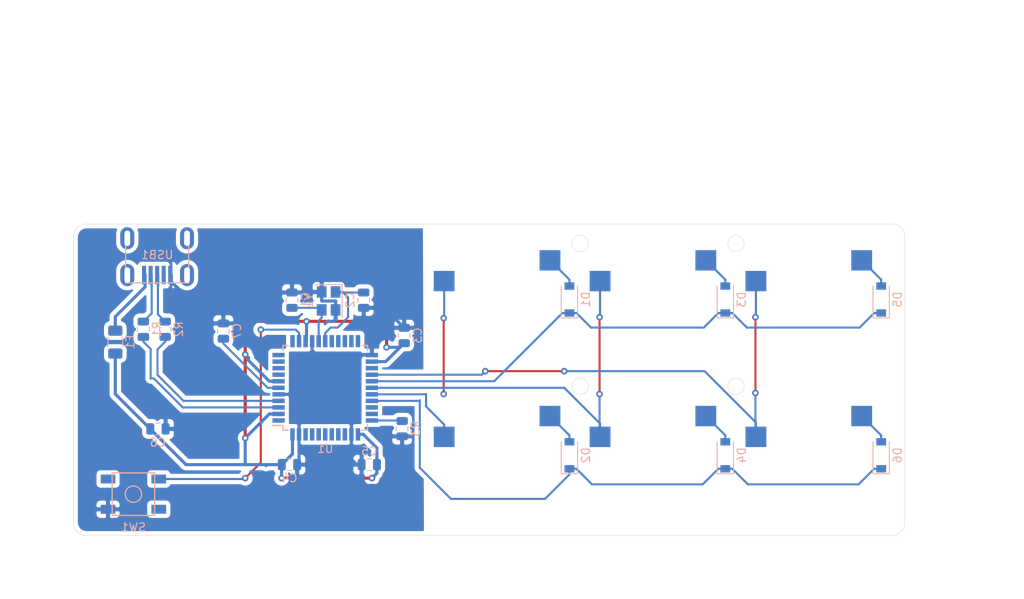
<source format=kicad_pcb>
(kicad_pcb (version 20171130) (host pcbnew "(5.1.4)-1")

  (general
    (thickness 1.6)
    (drawings 22)
    (tracks 243)
    (zones 0)
    (modules 27)
    (nets 47)
  )

  (page A4)
  (layers
    (0 F.Cu signal)
    (31 B.Cu signal)
    (32 B.Adhes user)
    (33 F.Adhes user)
    (34 B.Paste user)
    (35 F.Paste user)
    (36 B.SilkS user)
    (37 F.SilkS user)
    (38 B.Mask user)
    (39 F.Mask user)
    (40 Dwgs.User user)
    (41 Cmts.User user)
    (42 Eco1.User user)
    (43 Eco2.User user)
    (44 Edge.Cuts user)
    (45 Margin user)
    (46 B.CrtYd user)
    (47 F.CrtYd user)
    (48 B.Fab user)
    (49 F.Fab user)
  )

  (setup
    (last_trace_width 0.254)
    (trace_clearance 0.2)
    (zone_clearance 0.508)
    (zone_45_only no)
    (trace_min 0.2)
    (via_size 0.8)
    (via_drill 0.4)
    (via_min_size 0.4)
    (via_min_drill 0.3)
    (uvia_size 0.3)
    (uvia_drill 0.1)
    (uvias_allowed no)
    (uvia_min_size 0.2)
    (uvia_min_drill 0.1)
    (edge_width 0.05)
    (segment_width 0.2)
    (pcb_text_width 0.3)
    (pcb_text_size 1.5 1.5)
    (mod_edge_width 0.12)
    (mod_text_size 1 1)
    (mod_text_width 0.15)
    (pad_size 1.524 1.524)
    (pad_drill 0.762)
    (pad_to_mask_clearance 0.051)
    (solder_mask_min_width 0.25)
    (aux_axis_origin 0 0)
    (visible_elements 7FFFFFFF)
    (pcbplotparams
      (layerselection 0x010fc_ffffffff)
      (usegerberextensions false)
      (usegerberattributes false)
      (usegerberadvancedattributes false)
      (creategerberjobfile false)
      (excludeedgelayer true)
      (linewidth 0.100000)
      (plotframeref false)
      (viasonmask false)
      (mode 1)
      (useauxorigin false)
      (hpglpennumber 1)
      (hpglpenspeed 20)
      (hpglpendiameter 15.000000)
      (psnegative false)
      (psa4output false)
      (plotreference true)
      (plotvalue true)
      (plotinvisibletext false)
      (padsonsilk false)
      (subtractmaskfromsilk false)
      (outputformat 1)
      (mirror false)
      (drillshape 1)
      (scaleselection 1)
      (outputdirectory ""))
  )

  (net 0 "")
  (net 1 GND)
  (net 2 "Net-(C1-Pad1)")
  (net 3 "Net-(C2-Pad1)")
  (net 4 +5V)
  (net 5 "Net-(C7-Pad1)")
  (net 6 "Net-(D1-Pad2)")
  (net 7 ROW0)
  (net 8 "Net-(D2-Pad2)")
  (net 9 ROW1)
  (net 10 "Net-(D3-Pad2)")
  (net 11 "Net-(D4-Pad2)")
  (net 12 "Net-(D5-Pad2)")
  (net 13 "Net-(D6-Pad2)")
  (net 14 VCC)
  (net 15 COL0)
  (net 16 COL1)
  (net 17 COL2)
  (net 18 D-)
  (net 19 "Net-(R1-Pad1)")
  (net 20 D+)
  (net 21 "Net-(R2-Pad1)")
  (net 22 "Net-(R3-Pad2)")
  (net 23 "Net-(SW1-Pad2)")
  (net 24 "Net-(U1-Pad42)")
  (net 25 "Net-(U1-Pad41)")
  (net 26 "Net-(U1-Pad40)")
  (net 27 "Net-(U1-Pad39)")
  (net 28 "Net-(U1-Pad38)")
  (net 29 "Net-(U1-Pad37)")
  (net 30 "Net-(U1-Pad36)")
  (net 31 "Net-(U1-Pad32)")
  (net 32 "Net-(U1-Pad31)")
  (net 33 "Net-(U1-Pad25)")
  (net 34 "Net-(U1-Pad22)")
  (net 35 "Net-(U1-Pad21)")
  (net 36 "Net-(U1-Pad20)")
  (net 37 "Net-(U1-Pad19)")
  (net 38 "Net-(U1-Pad18)")
  (net 39 "Net-(U1-Pad12)")
  (net 40 "Net-(U1-Pad11)")
  (net 41 "Net-(U1-Pad10)")
  (net 42 "Net-(U1-Pad9)")
  (net 43 "Net-(U1-Pad8)")
  (net 44 "Net-(U1-Pad1)")
  (net 45 "Net-(USB1-Pad6)")
  (net 46 "Net-(USB1-Pad2)")

  (net_class Default "This is the default net class."
    (clearance 0.2)
    (trace_width 0.254)
    (via_dia 0.8)
    (via_drill 0.4)
    (uvia_dia 0.3)
    (uvia_drill 0.1)
    (add_net COL0)
    (add_net COL1)
    (add_net COL2)
    (add_net D+)
    (add_net D-)
    (add_net "Net-(C1-Pad1)")
    (add_net "Net-(C2-Pad1)")
    (add_net "Net-(C7-Pad1)")
    (add_net "Net-(D1-Pad2)")
    (add_net "Net-(D2-Pad2)")
    (add_net "Net-(D3-Pad2)")
    (add_net "Net-(D4-Pad2)")
    (add_net "Net-(D5-Pad2)")
    (add_net "Net-(D6-Pad2)")
    (add_net "Net-(R1-Pad1)")
    (add_net "Net-(R2-Pad1)")
    (add_net "Net-(R3-Pad2)")
    (add_net "Net-(SW1-Pad2)")
    (add_net "Net-(U1-Pad1)")
    (add_net "Net-(U1-Pad10)")
    (add_net "Net-(U1-Pad11)")
    (add_net "Net-(U1-Pad12)")
    (add_net "Net-(U1-Pad18)")
    (add_net "Net-(U1-Pad19)")
    (add_net "Net-(U1-Pad20)")
    (add_net "Net-(U1-Pad21)")
    (add_net "Net-(U1-Pad22)")
    (add_net "Net-(U1-Pad25)")
    (add_net "Net-(U1-Pad31)")
    (add_net "Net-(U1-Pad32)")
    (add_net "Net-(U1-Pad36)")
    (add_net "Net-(U1-Pad37)")
    (add_net "Net-(U1-Pad38)")
    (add_net "Net-(U1-Pad39)")
    (add_net "Net-(U1-Pad40)")
    (add_net "Net-(U1-Pad41)")
    (add_net "Net-(U1-Pad42)")
    (add_net "Net-(U1-Pad8)")
    (add_net "Net-(U1-Pad9)")
    (add_net "Net-(USB1-Pad2)")
    (add_net "Net-(USB1-Pad6)")
    (add_net ROW0)
    (add_net ROW1)
  )

  (net_class Power ""
    (clearance 0.2)
    (trace_width 0.381)
    (via_dia 0.8)
    (via_drill 0.4)
    (uvia_dia 0.3)
    (uvia_drill 0.1)
    (add_net +5V)
    (add_net GND)
    (add_net VCC)
  )

  (module Crystal:Crystal_SMD_3225-4Pin_3.2x2.5mm (layer B.Cu) (tedit 5A0FD1B2) (tstamp 646DAC96)
    (at 185.967 111.803 270)
    (descr "SMD Crystal SERIES SMD3225/4 http://www.txccrystal.com/images/pdf/7m-accuracy.pdf, 3.2x2.5mm^2 package")
    (tags "SMD SMT crystal")
    (path /646E6C30)
    (attr smd)
    (fp_text reference Y1 (at 0 2.45 90) (layer B.SilkS)
      (effects (font (size 1 1) (thickness 0.15)) (justify mirror))
    )
    (fp_text value 16MHz (at 0 -2.45 90) (layer B.Fab)
      (effects (font (size 1 1) (thickness 0.15)) (justify mirror))
    )
    (fp_line (start 2.1 1.7) (end -2.1 1.7) (layer B.CrtYd) (width 0.05))
    (fp_line (start 2.1 -1.7) (end 2.1 1.7) (layer B.CrtYd) (width 0.05))
    (fp_line (start -2.1 -1.7) (end 2.1 -1.7) (layer B.CrtYd) (width 0.05))
    (fp_line (start -2.1 1.7) (end -2.1 -1.7) (layer B.CrtYd) (width 0.05))
    (fp_line (start -2 -1.65) (end 2 -1.65) (layer B.SilkS) (width 0.12))
    (fp_line (start -2 1.65) (end -2 -1.65) (layer B.SilkS) (width 0.12))
    (fp_line (start -1.6 -0.25) (end -0.6 -1.25) (layer B.Fab) (width 0.1))
    (fp_line (start 1.6 1.25) (end -1.6 1.25) (layer B.Fab) (width 0.1))
    (fp_line (start 1.6 -1.25) (end 1.6 1.25) (layer B.Fab) (width 0.1))
    (fp_line (start -1.6 -1.25) (end 1.6 -1.25) (layer B.Fab) (width 0.1))
    (fp_line (start -1.6 1.25) (end -1.6 -1.25) (layer B.Fab) (width 0.1))
    (fp_text user %R (at 0 0 90) (layer B.Fab)
      (effects (font (size 0.7 0.7) (thickness 0.105)) (justify mirror))
    )
    (pad 4 smd rect (at -1.1 0.85 270) (size 1.4 1.2) (layers B.Cu B.Paste B.Mask)
      (net 1 GND))
    (pad 3 smd rect (at 1.1 0.85 270) (size 1.4 1.2) (layers B.Cu B.Paste B.Mask)
      (net 2 "Net-(C1-Pad1)"))
    (pad 2 smd rect (at 1.1 -0.85 270) (size 1.4 1.2) (layers B.Cu B.Paste B.Mask)
      (net 1 GND))
    (pad 1 smd rect (at -1.1 -0.85 270) (size 1.4 1.2) (layers B.Cu B.Paste B.Mask)
      (net 3 "Net-(C2-Pad1)"))
    (model ${KISYS3DMOD}/Crystal.3dshapes/Crystal_SMD_3225-4Pin_3.2x2.5mm.wrl
      (at (xyz 0 0 0))
      (scale (xyz 1 1 1))
      (rotate (xyz 0 0 0))
    )
  )

  (module random-keyboard-parts:Molex-0548190589 (layer B.Cu) (tedit 5C494815) (tstamp 646DAC82)
    (at 165.006 104.14 270)
    (path /646F7B48)
    (attr smd)
    (fp_text reference USB1 (at 2.032 0 180) (layer B.SilkS)
      (effects (font (size 1 1) (thickness 0.15)) (justify mirror))
    )
    (fp_text value Molex-0548190589 (at -5.08 0 180) (layer Dwgs.User)
      (effects (font (size 1 1) (thickness 0.15)))
    )
    (fp_text user %R (at 2 0 180) (layer B.CrtYd)
      (effects (font (size 1 1) (thickness 0.15)) (justify mirror))
    )
    (fp_line (start 3.25 1.25) (end 5.5 1.25) (layer B.CrtYd) (width 0.15))
    (fp_line (start 5.5 0.5) (end 3.25 0.5) (layer B.CrtYd) (width 0.15))
    (fp_line (start 3.25 -0.5) (end 5.5 -0.5) (layer B.CrtYd) (width 0.15))
    (fp_line (start 5.5 -1.25) (end 3.25 -1.25) (layer B.CrtYd) (width 0.15))
    (fp_line (start 3.25 -2) (end 5.5 -2) (layer B.CrtYd) (width 0.15))
    (fp_line (start 3.25 2) (end 3.25 -2) (layer B.CrtYd) (width 0.15))
    (fp_line (start 5.5 2) (end 3.25 2) (layer B.CrtYd) (width 0.15))
    (fp_line (start -3.75 -3.75) (end -3.75 3.75) (layer B.CrtYd) (width 0.15))
    (fp_line (start 5.5 -3.75) (end -3.75 -3.75) (layer B.CrtYd) (width 0.15))
    (fp_line (start 5.5 3.75) (end 5.5 -3.75) (layer B.CrtYd) (width 0.15))
    (fp_line (start -3.75 3.75) (end 5.5 3.75) (layer B.CrtYd) (width 0.15))
    (fp_line (start 0 3.85) (end 5.45 3.85) (layer B.SilkS) (width 0.15))
    (fp_line (start 0 -3.85) (end 5.45 -3.85) (layer B.SilkS) (width 0.15))
    (fp_line (start 5.45 3.85) (end 5.45 -3.85) (layer B.SilkS) (width 0.15))
    (fp_line (start -3.75 3.85) (end 0 3.85) (layer Dwgs.User) (width 0.15))
    (fp_line (start -3.75 -3.85) (end 0 -3.85) (layer Dwgs.User) (width 0.15))
    (fp_line (start -1.75 4.572) (end -1.75 -4.572) (layer Dwgs.User) (width 0.15))
    (fp_line (start -3.75 3.85) (end -3.75 -3.85) (layer Dwgs.User) (width 0.15))
    (pad 6 thru_hole oval (at 0 3.65 270) (size 2.7 1.7) (drill oval 1.9 0.7) (layers *.Cu *.Mask)
      (net 45 "Net-(USB1-Pad6)"))
    (pad 6 thru_hole oval (at 0 -3.65 270) (size 2.7 1.7) (drill oval 1.9 0.7) (layers *.Cu *.Mask)
      (net 45 "Net-(USB1-Pad6)"))
    (pad 6 thru_hole oval (at 4.5 -3.65 270) (size 2.7 1.7) (drill oval 1.9 0.7) (layers *.Cu *.Mask)
      (net 45 "Net-(USB1-Pad6)"))
    (pad 6 thru_hole oval (at 4.5 3.65 270) (size 2.7 1.7) (drill oval 1.9 0.7) (layers *.Cu *.Mask)
      (net 45 "Net-(USB1-Pad6)"))
    (pad 5 smd rect (at 4.5 1.6 270) (size 2.25 0.5) (layers B.Cu B.Paste B.Mask)
      (net 14 VCC))
    (pad 4 smd rect (at 4.5 0.8 270) (size 2.25 0.5) (layers B.Cu B.Paste B.Mask)
      (net 18 D-))
    (pad 3 smd rect (at 4.5 0 270) (size 2.25 0.5) (layers B.Cu B.Paste B.Mask)
      (net 20 D+))
    (pad 2 smd rect (at 4.5 -0.8 270) (size 2.25 0.5) (layers B.Cu B.Paste B.Mask)
      (net 46 "Net-(USB1-Pad2)"))
    (pad 1 smd rect (at 4.5 -1.6 270) (size 2.25 0.5) (layers B.Cu B.Paste B.Mask)
      (net 1 GND))
  )

  (module Package_QFP:TQFP-44_10x10mm_P0.8mm (layer B.Cu) (tedit 5A02F146) (tstamp 646DD2D1)
    (at 185.547 122.428)
    (descr "44-Lead Plastic Thin Quad Flatpack (PT) - 10x10x1.0 mm Body [TQFP] (see Microchip Packaging Specification 00000049BS.pdf)")
    (tags "QFP 0.8")
    (path /646D44CE)
    (attr smd)
    (fp_text reference U1 (at 0 7.45) (layer B.SilkS)
      (effects (font (size 1 1) (thickness 0.15)) (justify mirror))
    )
    (fp_text value ATmega32U4-AU (at 0 -7.45) (layer B.Fab)
      (effects (font (size 1 1) (thickness 0.15)) (justify mirror))
    )
    (fp_line (start -5.175 4.6) (end -6.45 4.6) (layer B.SilkS) (width 0.15))
    (fp_line (start 5.175 5.175) (end 4.5 5.175) (layer B.SilkS) (width 0.15))
    (fp_line (start 5.175 -5.175) (end 4.5 -5.175) (layer B.SilkS) (width 0.15))
    (fp_line (start -5.175 -5.175) (end -4.5 -5.175) (layer B.SilkS) (width 0.15))
    (fp_line (start -5.175 5.175) (end -4.5 5.175) (layer B.SilkS) (width 0.15))
    (fp_line (start -5.175 -5.175) (end -5.175 -4.5) (layer B.SilkS) (width 0.15))
    (fp_line (start 5.175 -5.175) (end 5.175 -4.5) (layer B.SilkS) (width 0.15))
    (fp_line (start 5.175 5.175) (end 5.175 4.5) (layer B.SilkS) (width 0.15))
    (fp_line (start -5.175 5.175) (end -5.175 4.6) (layer B.SilkS) (width 0.15))
    (fp_line (start -6.7 -6.7) (end 6.7 -6.7) (layer B.CrtYd) (width 0.05))
    (fp_line (start -6.7 6.7) (end 6.7 6.7) (layer B.CrtYd) (width 0.05))
    (fp_line (start 6.7 6.7) (end 6.7 -6.7) (layer B.CrtYd) (width 0.05))
    (fp_line (start -6.7 6.7) (end -6.7 -6.7) (layer B.CrtYd) (width 0.05))
    (fp_line (start -5 4) (end -4 5) (layer B.Fab) (width 0.15))
    (fp_line (start -5 -5) (end -5 4) (layer B.Fab) (width 0.15))
    (fp_line (start 5 -5) (end -5 -5) (layer B.Fab) (width 0.15))
    (fp_line (start 5 5) (end 5 -5) (layer B.Fab) (width 0.15))
    (fp_line (start -4 5) (end 5 5) (layer B.Fab) (width 0.15))
    (fp_text user %R (at 0 0) (layer B.Fab)
      (effects (font (size 1 1) (thickness 0.15)) (justify mirror))
    )
    (pad 44 smd rect (at -4 5.7 270) (size 1.5 0.55) (layers B.Cu B.Paste B.Mask)
      (net 4 +5V))
    (pad 43 smd rect (at -3.2 5.7 270) (size 1.5 0.55) (layers B.Cu B.Paste B.Mask)
      (net 1 GND))
    (pad 42 smd rect (at -2.4 5.7 270) (size 1.5 0.55) (layers B.Cu B.Paste B.Mask)
      (net 24 "Net-(U1-Pad42)"))
    (pad 41 smd rect (at -1.6 5.7 270) (size 1.5 0.55) (layers B.Cu B.Paste B.Mask)
      (net 25 "Net-(U1-Pad41)"))
    (pad 40 smd rect (at -0.8 5.7 270) (size 1.5 0.55) (layers B.Cu B.Paste B.Mask)
      (net 26 "Net-(U1-Pad40)"))
    (pad 39 smd rect (at 0 5.7 270) (size 1.5 0.55) (layers B.Cu B.Paste B.Mask)
      (net 27 "Net-(U1-Pad39)"))
    (pad 38 smd rect (at 0.8 5.7 270) (size 1.5 0.55) (layers B.Cu B.Paste B.Mask)
      (net 28 "Net-(U1-Pad38)"))
    (pad 37 smd rect (at 1.6 5.7 270) (size 1.5 0.55) (layers B.Cu B.Paste B.Mask)
      (net 29 "Net-(U1-Pad37)"))
    (pad 36 smd rect (at 2.4 5.7 270) (size 1.5 0.55) (layers B.Cu B.Paste B.Mask)
      (net 30 "Net-(U1-Pad36)"))
    (pad 35 smd rect (at 3.2 5.7 270) (size 1.5 0.55) (layers B.Cu B.Paste B.Mask)
      (net 1 GND))
    (pad 34 smd rect (at 4 5.7 270) (size 1.5 0.55) (layers B.Cu B.Paste B.Mask)
      (net 4 +5V))
    (pad 33 smd rect (at 5.7 4) (size 1.5 0.55) (layers B.Cu B.Paste B.Mask)
      (net 22 "Net-(R3-Pad2)"))
    (pad 32 smd rect (at 5.7 3.2) (size 1.5 0.55) (layers B.Cu B.Paste B.Mask)
      (net 31 "Net-(U1-Pad32)"))
    (pad 31 smd rect (at 5.7 2.4) (size 1.5 0.55) (layers B.Cu B.Paste B.Mask)
      (net 32 "Net-(U1-Pad31)"))
    (pad 30 smd rect (at 5.7 1.6) (size 1.5 0.55) (layers B.Cu B.Paste B.Mask)
      (net 9 ROW1))
    (pad 29 smd rect (at 5.7 0.8) (size 1.5 0.55) (layers B.Cu B.Paste B.Mask)
      (net 15 COL0))
    (pad 28 smd rect (at 5.7 0) (size 1.5 0.55) (layers B.Cu B.Paste B.Mask)
      (net 16 COL1))
    (pad 27 smd rect (at 5.7 -0.8) (size 1.5 0.55) (layers B.Cu B.Paste B.Mask)
      (net 7 ROW0))
    (pad 26 smd rect (at 5.7 -1.6) (size 1.5 0.55) (layers B.Cu B.Paste B.Mask)
      (net 17 COL2))
    (pad 25 smd rect (at 5.7 -2.4) (size 1.5 0.55) (layers B.Cu B.Paste B.Mask)
      (net 33 "Net-(U1-Pad25)"))
    (pad 24 smd rect (at 5.7 -3.2) (size 1.5 0.55) (layers B.Cu B.Paste B.Mask)
      (net 4 +5V))
    (pad 23 smd rect (at 5.7 -4) (size 1.5 0.55) (layers B.Cu B.Paste B.Mask)
      (net 1 GND))
    (pad 22 smd rect (at 4 -5.7 270) (size 1.5 0.55) (layers B.Cu B.Paste B.Mask)
      (net 34 "Net-(U1-Pad22)"))
    (pad 21 smd rect (at 3.2 -5.7 270) (size 1.5 0.55) (layers B.Cu B.Paste B.Mask)
      (net 35 "Net-(U1-Pad21)"))
    (pad 20 smd rect (at 2.4 -5.7 270) (size 1.5 0.55) (layers B.Cu B.Paste B.Mask)
      (net 36 "Net-(U1-Pad20)"))
    (pad 19 smd rect (at 1.6 -5.7 270) (size 1.5 0.55) (layers B.Cu B.Paste B.Mask)
      (net 37 "Net-(U1-Pad19)"))
    (pad 18 smd rect (at 0.8 -5.7 270) (size 1.5 0.55) (layers B.Cu B.Paste B.Mask)
      (net 38 "Net-(U1-Pad18)"))
    (pad 17 smd rect (at 0 -5.7 270) (size 1.5 0.55) (layers B.Cu B.Paste B.Mask)
      (net 3 "Net-(C2-Pad1)"))
    (pad 16 smd rect (at -0.8 -5.7 270) (size 1.5 0.55) (layers B.Cu B.Paste B.Mask)
      (net 2 "Net-(C1-Pad1)"))
    (pad 15 smd rect (at -1.6 -5.7 270) (size 1.5 0.55) (layers B.Cu B.Paste B.Mask)
      (net 1 GND))
    (pad 14 smd rect (at -2.4 -5.7 270) (size 1.5 0.55) (layers B.Cu B.Paste B.Mask)
      (net 4 +5V))
    (pad 13 smd rect (at -3.2 -5.7 270) (size 1.5 0.55) (layers B.Cu B.Paste B.Mask)
      (net 23 "Net-(SW1-Pad2)"))
    (pad 12 smd rect (at -4 -5.7 270) (size 1.5 0.55) (layers B.Cu B.Paste B.Mask)
      (net 39 "Net-(U1-Pad12)"))
    (pad 11 smd rect (at -5.7 -4) (size 1.5 0.55) (layers B.Cu B.Paste B.Mask)
      (net 40 "Net-(U1-Pad11)"))
    (pad 10 smd rect (at -5.7 -3.2) (size 1.5 0.55) (layers B.Cu B.Paste B.Mask)
      (net 41 "Net-(U1-Pad10)"))
    (pad 9 smd rect (at -5.7 -2.4) (size 1.5 0.55) (layers B.Cu B.Paste B.Mask)
      (net 42 "Net-(U1-Pad9)"))
    (pad 8 smd rect (at -5.7 -1.6) (size 1.5 0.55) (layers B.Cu B.Paste B.Mask)
      (net 43 "Net-(U1-Pad8)"))
    (pad 7 smd rect (at -5.7 -0.8) (size 1.5 0.55) (layers B.Cu B.Paste B.Mask)
      (net 4 +5V))
    (pad 6 smd rect (at -5.7 0) (size 1.5 0.55) (layers B.Cu B.Paste B.Mask)
      (net 5 "Net-(C7-Pad1)"))
    (pad 5 smd rect (at -5.7 0.8) (size 1.5 0.55) (layers B.Cu B.Paste B.Mask)
      (net 1 GND))
    (pad 4 smd rect (at -5.7 1.6) (size 1.5 0.55) (layers B.Cu B.Paste B.Mask)
      (net 21 "Net-(R2-Pad1)"))
    (pad 3 smd rect (at -5.7 2.4) (size 1.5 0.55) (layers B.Cu B.Paste B.Mask)
      (net 19 "Net-(R1-Pad1)"))
    (pad 2 smd rect (at -5.7 3.2) (size 1.5 0.55) (layers B.Cu B.Paste B.Mask)
      (net 4 +5V))
    (pad 1 smd rect (at -5.7 4) (size 1.5 0.55) (layers B.Cu B.Paste B.Mask)
      (net 44 "Net-(U1-Pad1)"))
    (model ${KISYS3DMOD}/Package_QFP.3dshapes/TQFP-44_10x10mm_P0.8mm.wrl
      (at (xyz 0 0 0))
      (scale (xyz 1 1 1))
      (rotate (xyz 0 0 0))
    )
  )

  (module random-keyboard-parts:SKQG-1155865 (layer B.Cu) (tedit 5E62B398) (tstamp 646DAC1F)
    (at 162.104 135.437 180)
    (path /646F1F77)
    (attr smd)
    (fp_text reference SW1 (at 0 -4.064) (layer B.SilkS)
      (effects (font (size 1 1) (thickness 0.15)) (justify mirror))
    )
    (fp_text value SW_Push (at 0 4.064) (layer B.Fab)
      (effects (font (size 1 1) (thickness 0.15)) (justify mirror))
    )
    (fp_line (start -2.6 2.6) (end 2.6 2.6) (layer B.SilkS) (width 0.15))
    (fp_line (start 2.6 2.6) (end 2.6 -2.6) (layer B.SilkS) (width 0.15))
    (fp_line (start 2.6 -2.6) (end -2.6 -2.6) (layer B.SilkS) (width 0.15))
    (fp_line (start -2.6 -2.6) (end -2.6 2.6) (layer B.SilkS) (width 0.15))
    (fp_circle (center 0 0) (end 1 0) (layer B.SilkS) (width 0.15))
    (fp_line (start -4.2 2.6) (end 4.2 2.6) (layer B.Fab) (width 0.15))
    (fp_line (start 4.2 2.6) (end 4.2 1.2) (layer B.Fab) (width 0.15))
    (fp_line (start 4.2 1.1) (end 2.6 1.1) (layer B.Fab) (width 0.15))
    (fp_line (start 2.6 1.1) (end 2.6 -1.1) (layer B.Fab) (width 0.15))
    (fp_line (start 2.6 -1.1) (end 4.2 -1.1) (layer B.Fab) (width 0.15))
    (fp_line (start 4.2 -1.1) (end 4.2 -2.6) (layer B.Fab) (width 0.15))
    (fp_line (start 4.2 -2.6) (end -4.2 -2.6) (layer B.Fab) (width 0.15))
    (fp_line (start -4.2 -2.6) (end -4.2 -1.1) (layer B.Fab) (width 0.15))
    (fp_line (start -4.2 -1.1) (end -2.6 -1.1) (layer B.Fab) (width 0.15))
    (fp_line (start -2.6 -1.1) (end -2.6 1.1) (layer B.Fab) (width 0.15))
    (fp_line (start -2.6 1.1) (end -4.2 1.1) (layer B.Fab) (width 0.15))
    (fp_line (start -4.2 1.1) (end -4.2 2.6) (layer B.Fab) (width 0.15))
    (fp_circle (center 0 0) (end 1 0) (layer B.Fab) (width 0.15))
    (fp_line (start -2.6 1.1) (end -1.1 2.6) (layer B.Fab) (width 0.15))
    (fp_line (start 2.6 1.1) (end 1.1 2.6) (layer B.Fab) (width 0.15))
    (fp_line (start 2.6 -1.1) (end 1.1 -2.6) (layer B.Fab) (width 0.15))
    (fp_line (start -2.6 -1.1) (end -1.1 -2.6) (layer B.Fab) (width 0.15))
    (pad 4 smd rect (at -3.1 -1.85 180) (size 1.8 1.1) (layers B.Cu B.Paste B.Mask))
    (pad 3 smd rect (at 3.1 1.85 180) (size 1.8 1.1) (layers B.Cu B.Paste B.Mask))
    (pad 2 smd rect (at -3.1 1.85 180) (size 1.8 1.1) (layers B.Cu B.Paste B.Mask)
      (net 23 "Net-(SW1-Pad2)"))
    (pad 1 smd rect (at 3.1 -1.85 180) (size 1.8 1.1) (layers B.Cu B.Paste B.Mask)
      (net 1 GND))
    (model ${KISYS3DMOD}/Button_Switch_SMD.3dshapes/SW_SPST_TL3342.step
      (at (xyz 0 0 0))
      (scale (xyz 1 1 1))
      (rotate (xyz 0 0 0))
    )
  )

  (module Resistor_SMD:R_0805_2012Metric (layer B.Cu) (tedit 5B36C52B) (tstamp 646DAC01)
    (at 194.945 127.4295 90)
    (descr "Resistor SMD 0805 (2012 Metric), square (rectangular) end terminal, IPC_7351 nominal, (Body size source: https://docs.google.com/spreadsheets/d/1BsfQQcO9C6DZCsRaXUlFlo91Tg2WpOkGARC1WS5S8t0/edit?usp=sharing), generated with kicad-footprint-generator")
    (tags resistor)
    (path /646DA758)
    (attr smd)
    (fp_text reference R3 (at 0 1.65 90) (layer B.SilkS)
      (effects (font (size 1 1) (thickness 0.15)) (justify mirror))
    )
    (fp_text value 10k (at 0 -1.65 90) (layer B.Fab)
      (effects (font (size 1 1) (thickness 0.15)) (justify mirror))
    )
    (fp_text user %R (at 0 0 90) (layer B.Fab)
      (effects (font (size 0.5 0.5) (thickness 0.08)) (justify mirror))
    )
    (fp_line (start 1.68 -0.95) (end -1.68 -0.95) (layer B.CrtYd) (width 0.05))
    (fp_line (start 1.68 0.95) (end 1.68 -0.95) (layer B.CrtYd) (width 0.05))
    (fp_line (start -1.68 0.95) (end 1.68 0.95) (layer B.CrtYd) (width 0.05))
    (fp_line (start -1.68 -0.95) (end -1.68 0.95) (layer B.CrtYd) (width 0.05))
    (fp_line (start -0.258578 -0.71) (end 0.258578 -0.71) (layer B.SilkS) (width 0.12))
    (fp_line (start -0.258578 0.71) (end 0.258578 0.71) (layer B.SilkS) (width 0.12))
    (fp_line (start 1 -0.6) (end -1 -0.6) (layer B.Fab) (width 0.1))
    (fp_line (start 1 0.6) (end 1 -0.6) (layer B.Fab) (width 0.1))
    (fp_line (start -1 0.6) (end 1 0.6) (layer B.Fab) (width 0.1))
    (fp_line (start -1 -0.6) (end -1 0.6) (layer B.Fab) (width 0.1))
    (pad 2 smd roundrect (at 0.9375 0 90) (size 0.975 1.4) (layers B.Cu B.Paste B.Mask) (roundrect_rratio 0.25)
      (net 22 "Net-(R3-Pad2)"))
    (pad 1 smd roundrect (at -0.9375 0 90) (size 0.975 1.4) (layers B.Cu B.Paste B.Mask) (roundrect_rratio 0.25)
      (net 1 GND))
    (model ${KISYS3DMOD}/Resistor_SMD.3dshapes/R_0805_2012Metric.wrl
      (at (xyz 0 0 0))
      (scale (xyz 1 1 1))
      (rotate (xyz 0 0 0))
    )
  )

  (module Resistor_SMD:R_0805_2012Metric (layer B.Cu) (tedit 5B36C52B) (tstamp 646DABF0)
    (at 165.989 115.2675 90)
    (descr "Resistor SMD 0805 (2012 Metric), square (rectangular) end terminal, IPC_7351 nominal, (Body size source: https://docs.google.com/spreadsheets/d/1BsfQQcO9C6DZCsRaXUlFlo91Tg2WpOkGARC1WS5S8t0/edit?usp=sharing), generated with kicad-footprint-generator")
    (tags resistor)
    (path /646DC550)
    (attr smd)
    (fp_text reference R2 (at 0 1.65 90) (layer B.SilkS)
      (effects (font (size 1 1) (thickness 0.15)) (justify mirror))
    )
    (fp_text value 22 (at 0 -1.65 90) (layer B.Fab)
      (effects (font (size 1 1) (thickness 0.15)) (justify mirror))
    )
    (fp_text user %R (at 0 0 90) (layer B.Fab)
      (effects (font (size 0.5 0.5) (thickness 0.08)) (justify mirror))
    )
    (fp_line (start 1.68 -0.95) (end -1.68 -0.95) (layer B.CrtYd) (width 0.05))
    (fp_line (start 1.68 0.95) (end 1.68 -0.95) (layer B.CrtYd) (width 0.05))
    (fp_line (start -1.68 0.95) (end 1.68 0.95) (layer B.CrtYd) (width 0.05))
    (fp_line (start -1.68 -0.95) (end -1.68 0.95) (layer B.CrtYd) (width 0.05))
    (fp_line (start -0.258578 -0.71) (end 0.258578 -0.71) (layer B.SilkS) (width 0.12))
    (fp_line (start -0.258578 0.71) (end 0.258578 0.71) (layer B.SilkS) (width 0.12))
    (fp_line (start 1 -0.6) (end -1 -0.6) (layer B.Fab) (width 0.1))
    (fp_line (start 1 0.6) (end 1 -0.6) (layer B.Fab) (width 0.1))
    (fp_line (start -1 0.6) (end 1 0.6) (layer B.Fab) (width 0.1))
    (fp_line (start -1 -0.6) (end -1 0.6) (layer B.Fab) (width 0.1))
    (pad 2 smd roundrect (at 0.9375 0 90) (size 0.975 1.4) (layers B.Cu B.Paste B.Mask) (roundrect_rratio 0.25)
      (net 20 D+))
    (pad 1 smd roundrect (at -0.9375 0 90) (size 0.975 1.4) (layers B.Cu B.Paste B.Mask) (roundrect_rratio 0.25)
      (net 21 "Net-(R2-Pad1)"))
    (model ${KISYS3DMOD}/Resistor_SMD.3dshapes/R_0805_2012Metric.wrl
      (at (xyz 0 0 0))
      (scale (xyz 1 1 1))
      (rotate (xyz 0 0 0))
    )
  )

  (module Resistor_SMD:R_0805_2012Metric (layer B.Cu) (tedit 5B36C52B) (tstamp 646DABDF)
    (at 163.322 115.2675 90)
    (descr "Resistor SMD 0805 (2012 Metric), square (rectangular) end terminal, IPC_7351 nominal, (Body size source: https://docs.google.com/spreadsheets/d/1BsfQQcO9C6DZCsRaXUlFlo91Tg2WpOkGARC1WS5S8t0/edit?usp=sharing), generated with kicad-footprint-generator")
    (tags resistor)
    (path /646DD3F5)
    (attr smd)
    (fp_text reference R1 (at 0 1.65 90) (layer B.SilkS)
      (effects (font (size 1 1) (thickness 0.15)) (justify mirror))
    )
    (fp_text value 22 (at 0 -1.65 90) (layer B.Fab)
      (effects (font (size 1 1) (thickness 0.15)) (justify mirror))
    )
    (fp_text user %R (at 0 0 90) (layer B.Fab)
      (effects (font (size 0.5 0.5) (thickness 0.08)) (justify mirror))
    )
    (fp_line (start 1.68 -0.95) (end -1.68 -0.95) (layer B.CrtYd) (width 0.05))
    (fp_line (start 1.68 0.95) (end 1.68 -0.95) (layer B.CrtYd) (width 0.05))
    (fp_line (start -1.68 0.95) (end 1.68 0.95) (layer B.CrtYd) (width 0.05))
    (fp_line (start -1.68 -0.95) (end -1.68 0.95) (layer B.CrtYd) (width 0.05))
    (fp_line (start -0.258578 -0.71) (end 0.258578 -0.71) (layer B.SilkS) (width 0.12))
    (fp_line (start -0.258578 0.71) (end 0.258578 0.71) (layer B.SilkS) (width 0.12))
    (fp_line (start 1 -0.6) (end -1 -0.6) (layer B.Fab) (width 0.1))
    (fp_line (start 1 0.6) (end 1 -0.6) (layer B.Fab) (width 0.1))
    (fp_line (start -1 0.6) (end 1 0.6) (layer B.Fab) (width 0.1))
    (fp_line (start -1 -0.6) (end -1 0.6) (layer B.Fab) (width 0.1))
    (pad 2 smd roundrect (at 0.9375 0 90) (size 0.975 1.4) (layers B.Cu B.Paste B.Mask) (roundrect_rratio 0.25)
      (net 18 D-))
    (pad 1 smd roundrect (at -0.9375 0 90) (size 0.975 1.4) (layers B.Cu B.Paste B.Mask) (roundrect_rratio 0.25)
      (net 19 "Net-(R1-Pad1)"))
    (model ${KISYS3DMOD}/Resistor_SMD.3dshapes/R_0805_2012Metric.wrl
      (at (xyz 0 0 0))
      (scale (xyz 1 1 1))
      (rotate (xyz 0 0 0))
    )
  )

  (module MX_Only:MXOnly-1U-Hotswap (layer F.Cu) (tedit 60F271EF) (tstamp 646DC11C)
    (at 245.26875 130.96875)
    (path /6470AC44)
    (attr smd)
    (fp_text reference MX6 (at 0 3.175) (layer B.Fab)
      (effects (font (size 1 1) (thickness 0.15)) (justify mirror))
    )
    (fp_text value MX-NoLED (at 0 -7.9375) (layer Dwgs.User)
      (effects (font (size 1 1) (thickness 0.15)))
    )
    (fp_line (start -0.4 -2.6) (end 5.3 -2.6) (layer B.CrtYd) (width 0.127))
    (fp_line (start -6.5 -0.6) (end -2.4 -0.6) (layer B.CrtYd) (width 0.127))
    (fp_line (start -6.5 -4.5) (end -6.5 -0.6) (layer B.CrtYd) (width 0.127))
    (fp_line (start 5.3 -7) (end -4 -7) (layer B.CrtYd) (width 0.127))
    (fp_line (start 5.3 -7) (end 5.3 -2.6) (layer B.CrtYd) (width 0.127))
    (fp_arc (start -0.4 -0.6) (end -2.4 -0.6) (angle 90) (layer B.CrtYd) (width 0.127))
    (fp_arc (start -4 -4.5) (end -6.5 -4.5) (angle 90) (layer B.CrtYd) (width 0.127))
    (fp_line (start -5.842 -1.27) (end -5.842 -3.81) (layer B.CrtYd) (width 0.15))
    (fp_line (start -8.382 -1.27) (end -5.842 -1.27) (layer B.CrtYd) (width 0.15))
    (fp_line (start -8.382 -3.81) (end -8.382 -1.27) (layer B.CrtYd) (width 0.15))
    (fp_line (start -5.842 -3.81) (end -8.382 -3.81) (layer B.CrtYd) (width 0.15))
    (fp_line (start 4.572 -3.81) (end 4.572 -6.35) (layer B.CrtYd) (width 0.15))
    (fp_line (start 7.112 -3.81) (end 4.572 -3.81) (layer B.CrtYd) (width 0.15))
    (fp_line (start 7.112 -6.35) (end 7.112 -3.81) (layer B.CrtYd) (width 0.15))
    (fp_line (start 4.572 -6.35) (end 7.112 -6.35) (layer B.CrtYd) (width 0.15))
    (fp_circle (center -3.81 -2.54) (end -3.81 -4.064) (layer B.CrtYd) (width 0.15))
    (fp_circle (center 2.54 -5.08) (end 2.54 -6.604) (layer B.CrtYd) (width 0.15))
    (fp_line (start -9.525 9.525) (end -9.525 -9.525) (layer Dwgs.User) (width 0.15))
    (fp_line (start 9.525 9.525) (end -9.525 9.525) (layer Dwgs.User) (width 0.15))
    (fp_line (start 9.525 -9.525) (end 9.525 9.525) (layer Dwgs.User) (width 0.15))
    (fp_line (start -9.525 -9.525) (end 9.525 -9.525) (layer Dwgs.User) (width 0.15))
    (fp_line (start -7 -7) (end -7 -5) (layer Dwgs.User) (width 0.15))
    (fp_line (start -5 -7) (end -7 -7) (layer Dwgs.User) (width 0.15))
    (fp_line (start -7 7) (end -5 7) (layer Dwgs.User) (width 0.15))
    (fp_line (start -7 5) (end -7 7) (layer Dwgs.User) (width 0.15))
    (fp_line (start 7 7) (end 7 5) (layer Dwgs.User) (width 0.15))
    (fp_line (start 5 7) (end 7 7) (layer Dwgs.User) (width 0.15))
    (fp_line (start 7 -7) (end 7 -5) (layer Dwgs.User) (width 0.15))
    (fp_line (start 5 -7) (end 7 -7) (layer Dwgs.User) (width 0.15))
    (pad 2 smd rect (at 5.842 -5.08) (size 2.55 2.5) (layers B.Cu B.Paste B.Mask)
      (net 13 "Net-(D6-Pad2)"))
    (pad 1 smd rect (at -7.085 -2.54) (size 2.55 2.5) (layers B.Cu B.Paste B.Mask)
      (net 17 COL2))
    (pad "" np_thru_hole circle (at 5.08 0 48.0996) (size 1.75 1.75) (drill 1.75) (layers *.Cu *.Mask))
    (pad "" np_thru_hole circle (at -5.08 0 48.0996) (size 1.75 1.75) (drill 1.75) (layers *.Cu *.Mask))
    (pad "" np_thru_hole circle (at -3.81 -2.54) (size 3 3) (drill 3) (layers *.Cu *.Mask))
    (pad "" np_thru_hole circle (at 0 0) (size 3.9878 3.9878) (drill 3.9878) (layers *.Cu *.Mask))
    (pad "" np_thru_hole circle (at 2.54 -5.08) (size 3 3) (drill 3) (layers *.Cu *.Mask))
    (model ${KILIB}/MX_Alps_Hybrid.pretty/MX_Only.pretty/3d_shapes/CPG151101S11.wrl
      (offset (xyz 0 0 -1.4868))
      (scale (xyz 0.393701 0.3937 0.393701))
      (rotate (xyz 0 0 0))
    )
  )

  (module MX_Only:MXOnly-1U-Hotswap (layer F.Cu) (tedit 60F271EF) (tstamp 646DB370)
    (at 245.26875 111.91875)
    (path /6470A559)
    (attr smd)
    (fp_text reference MX5 (at 0 3.175) (layer B.Fab)
      (effects (font (size 1 1) (thickness 0.15)) (justify mirror))
    )
    (fp_text value MX-NoLED (at 0 -7.9375) (layer Dwgs.User)
      (effects (font (size 1 1) (thickness 0.15)))
    )
    (fp_line (start -0.4 -2.6) (end 5.3 -2.6) (layer B.CrtYd) (width 0.127))
    (fp_line (start -6.5 -0.6) (end -2.4 -0.6) (layer B.CrtYd) (width 0.127))
    (fp_line (start -6.5 -4.5) (end -6.5 -0.6) (layer B.CrtYd) (width 0.127))
    (fp_line (start 5.3 -7) (end -4 -7) (layer B.CrtYd) (width 0.127))
    (fp_line (start 5.3 -7) (end 5.3 -2.6) (layer B.CrtYd) (width 0.127))
    (fp_arc (start -0.4 -0.6) (end -2.4 -0.6) (angle 90) (layer B.CrtYd) (width 0.127))
    (fp_arc (start -4 -4.5) (end -6.5 -4.5) (angle 90) (layer B.CrtYd) (width 0.127))
    (fp_line (start -5.842 -1.27) (end -5.842 -3.81) (layer B.CrtYd) (width 0.15))
    (fp_line (start -8.382 -1.27) (end -5.842 -1.27) (layer B.CrtYd) (width 0.15))
    (fp_line (start -8.382 -3.81) (end -8.382 -1.27) (layer B.CrtYd) (width 0.15))
    (fp_line (start -5.842 -3.81) (end -8.382 -3.81) (layer B.CrtYd) (width 0.15))
    (fp_line (start 4.572 -3.81) (end 4.572 -6.35) (layer B.CrtYd) (width 0.15))
    (fp_line (start 7.112 -3.81) (end 4.572 -3.81) (layer B.CrtYd) (width 0.15))
    (fp_line (start 7.112 -6.35) (end 7.112 -3.81) (layer B.CrtYd) (width 0.15))
    (fp_line (start 4.572 -6.35) (end 7.112 -6.35) (layer B.CrtYd) (width 0.15))
    (fp_circle (center -3.81 -2.54) (end -3.81 -4.064) (layer B.CrtYd) (width 0.15))
    (fp_circle (center 2.54 -5.08) (end 2.54 -6.604) (layer B.CrtYd) (width 0.15))
    (fp_line (start -9.525 9.525) (end -9.525 -9.525) (layer Dwgs.User) (width 0.15))
    (fp_line (start 9.525 9.525) (end -9.525 9.525) (layer Dwgs.User) (width 0.15))
    (fp_line (start 9.525 -9.525) (end 9.525 9.525) (layer Dwgs.User) (width 0.15))
    (fp_line (start -9.525 -9.525) (end 9.525 -9.525) (layer Dwgs.User) (width 0.15))
    (fp_line (start -7 -7) (end -7 -5) (layer Dwgs.User) (width 0.15))
    (fp_line (start -5 -7) (end -7 -7) (layer Dwgs.User) (width 0.15))
    (fp_line (start -7 7) (end -5 7) (layer Dwgs.User) (width 0.15))
    (fp_line (start -7 5) (end -7 7) (layer Dwgs.User) (width 0.15))
    (fp_line (start 7 7) (end 7 5) (layer Dwgs.User) (width 0.15))
    (fp_line (start 5 7) (end 7 7) (layer Dwgs.User) (width 0.15))
    (fp_line (start 7 -7) (end 7 -5) (layer Dwgs.User) (width 0.15))
    (fp_line (start 5 -7) (end 7 -7) (layer Dwgs.User) (width 0.15))
    (pad 2 smd rect (at 5.842 -5.08) (size 2.55 2.5) (layers B.Cu B.Paste B.Mask)
      (net 12 "Net-(D5-Pad2)"))
    (pad 1 smd rect (at -7.085 -2.54) (size 2.55 2.5) (layers B.Cu B.Paste B.Mask)
      (net 17 COL2))
    (pad "" np_thru_hole circle (at 5.08 0 48.0996) (size 1.75 1.75) (drill 1.75) (layers *.Cu *.Mask))
    (pad "" np_thru_hole circle (at -5.08 0 48.0996) (size 1.75 1.75) (drill 1.75) (layers *.Cu *.Mask))
    (pad "" np_thru_hole circle (at -3.81 -2.54) (size 3 3) (drill 3) (layers *.Cu *.Mask))
    (pad "" np_thru_hole circle (at 0 0) (size 3.9878 3.9878) (drill 3.9878) (layers *.Cu *.Mask))
    (pad "" np_thru_hole circle (at 2.54 -5.08) (size 3 3) (drill 3) (layers *.Cu *.Mask))
    (model ${KILIB}/MX_Alps_Hybrid.pretty/MX_Only.pretty/3d_shapes/CPG151101S11.wrl
      (offset (xyz 0 0 -1.4868))
      (scale (xyz 0.393701 0.3937 0.393701))
      (rotate (xyz 0 0 0))
    )
  )

  (module MX_Only:MXOnly-1U-Hotswap (layer F.Cu) (tedit 60F271EF) (tstamp 646DAB7E)
    (at 226.21875 130.96875)
    (path /64709B8A)
    (attr smd)
    (fp_text reference MX4 (at 0 3.175) (layer B.Fab)
      (effects (font (size 1 1) (thickness 0.15)) (justify mirror))
    )
    (fp_text value MX-NoLED (at 0 -7.9375) (layer Dwgs.User)
      (effects (font (size 1 1) (thickness 0.15)))
    )
    (fp_line (start -0.4 -2.6) (end 5.3 -2.6) (layer B.CrtYd) (width 0.127))
    (fp_line (start -6.5 -0.6) (end -2.4 -0.6) (layer B.CrtYd) (width 0.127))
    (fp_line (start -6.5 -4.5) (end -6.5 -0.6) (layer B.CrtYd) (width 0.127))
    (fp_line (start 5.3 -7) (end -4 -7) (layer B.CrtYd) (width 0.127))
    (fp_line (start 5.3 -7) (end 5.3 -2.6) (layer B.CrtYd) (width 0.127))
    (fp_arc (start -0.4 -0.6) (end -2.4 -0.6) (angle 90) (layer B.CrtYd) (width 0.127))
    (fp_arc (start -4 -4.5) (end -6.5 -4.5) (angle 90) (layer B.CrtYd) (width 0.127))
    (fp_line (start -5.842 -1.27) (end -5.842 -3.81) (layer B.CrtYd) (width 0.15))
    (fp_line (start -8.382 -1.27) (end -5.842 -1.27) (layer B.CrtYd) (width 0.15))
    (fp_line (start -8.382 -3.81) (end -8.382 -1.27) (layer B.CrtYd) (width 0.15))
    (fp_line (start -5.842 -3.81) (end -8.382 -3.81) (layer B.CrtYd) (width 0.15))
    (fp_line (start 4.572 -3.81) (end 4.572 -6.35) (layer B.CrtYd) (width 0.15))
    (fp_line (start 7.112 -3.81) (end 4.572 -3.81) (layer B.CrtYd) (width 0.15))
    (fp_line (start 7.112 -6.35) (end 7.112 -3.81) (layer B.CrtYd) (width 0.15))
    (fp_line (start 4.572 -6.35) (end 7.112 -6.35) (layer B.CrtYd) (width 0.15))
    (fp_circle (center -3.81 -2.54) (end -3.81 -4.064) (layer B.CrtYd) (width 0.15))
    (fp_circle (center 2.54 -5.08) (end 2.54 -6.604) (layer B.CrtYd) (width 0.15))
    (fp_line (start -9.525 9.525) (end -9.525 -9.525) (layer Dwgs.User) (width 0.15))
    (fp_line (start 9.525 9.525) (end -9.525 9.525) (layer Dwgs.User) (width 0.15))
    (fp_line (start 9.525 -9.525) (end 9.525 9.525) (layer Dwgs.User) (width 0.15))
    (fp_line (start -9.525 -9.525) (end 9.525 -9.525) (layer Dwgs.User) (width 0.15))
    (fp_line (start -7 -7) (end -7 -5) (layer Dwgs.User) (width 0.15))
    (fp_line (start -5 -7) (end -7 -7) (layer Dwgs.User) (width 0.15))
    (fp_line (start -7 7) (end -5 7) (layer Dwgs.User) (width 0.15))
    (fp_line (start -7 5) (end -7 7) (layer Dwgs.User) (width 0.15))
    (fp_line (start 7 7) (end 7 5) (layer Dwgs.User) (width 0.15))
    (fp_line (start 5 7) (end 7 7) (layer Dwgs.User) (width 0.15))
    (fp_line (start 7 -7) (end 7 -5) (layer Dwgs.User) (width 0.15))
    (fp_line (start 5 -7) (end 7 -7) (layer Dwgs.User) (width 0.15))
    (pad 2 smd rect (at 5.842 -5.08) (size 2.55 2.5) (layers B.Cu B.Paste B.Mask)
      (net 11 "Net-(D4-Pad2)"))
    (pad 1 smd rect (at -7.085 -2.54) (size 2.55 2.5) (layers B.Cu B.Paste B.Mask)
      (net 16 COL1))
    (pad "" np_thru_hole circle (at 5.08 0 48.0996) (size 1.75 1.75) (drill 1.75) (layers *.Cu *.Mask))
    (pad "" np_thru_hole circle (at -5.08 0 48.0996) (size 1.75 1.75) (drill 1.75) (layers *.Cu *.Mask))
    (pad "" np_thru_hole circle (at -3.81 -2.54) (size 3 3) (drill 3) (layers *.Cu *.Mask))
    (pad "" np_thru_hole circle (at 0 0) (size 3.9878 3.9878) (drill 3.9878) (layers *.Cu *.Mask))
    (pad "" np_thru_hole circle (at 2.54 -5.08) (size 3 3) (drill 3) (layers *.Cu *.Mask))
    (model ${KILIB}/MX_Alps_Hybrid.pretty/MX_Only.pretty/3d_shapes/CPG151101S11.wrl
      (offset (xyz 0 0 -1.4868))
      (scale (xyz 0.393701 0.3937 0.393701))
      (rotate (xyz 0 0 0))
    )
  )

  (module MX_Only:MXOnly-1U-Hotswap (layer F.Cu) (tedit 60F271EF) (tstamp 646DAB56)
    (at 226.21875 111.91875)
    (path /64709440)
    (attr smd)
    (fp_text reference MX3 (at 0 3.175) (layer B.Fab)
      (effects (font (size 1 1) (thickness 0.15)) (justify mirror))
    )
    (fp_text value MX-NoLED (at 0 -7.9375) (layer Dwgs.User)
      (effects (font (size 1 1) (thickness 0.15)))
    )
    (fp_line (start -0.4 -2.6) (end 5.3 -2.6) (layer B.CrtYd) (width 0.127))
    (fp_line (start -6.5 -0.6) (end -2.4 -0.6) (layer B.CrtYd) (width 0.127))
    (fp_line (start -6.5 -4.5) (end -6.5 -0.6) (layer B.CrtYd) (width 0.127))
    (fp_line (start 5.3 -7) (end -4 -7) (layer B.CrtYd) (width 0.127))
    (fp_line (start 5.3 -7) (end 5.3 -2.6) (layer B.CrtYd) (width 0.127))
    (fp_arc (start -0.4 -0.6) (end -2.4 -0.6) (angle 90) (layer B.CrtYd) (width 0.127))
    (fp_arc (start -4 -4.5) (end -6.5 -4.5) (angle 90) (layer B.CrtYd) (width 0.127))
    (fp_line (start -5.842 -1.27) (end -5.842 -3.81) (layer B.CrtYd) (width 0.15))
    (fp_line (start -8.382 -1.27) (end -5.842 -1.27) (layer B.CrtYd) (width 0.15))
    (fp_line (start -8.382 -3.81) (end -8.382 -1.27) (layer B.CrtYd) (width 0.15))
    (fp_line (start -5.842 -3.81) (end -8.382 -3.81) (layer B.CrtYd) (width 0.15))
    (fp_line (start 4.572 -3.81) (end 4.572 -6.35) (layer B.CrtYd) (width 0.15))
    (fp_line (start 7.112 -3.81) (end 4.572 -3.81) (layer B.CrtYd) (width 0.15))
    (fp_line (start 7.112 -6.35) (end 7.112 -3.81) (layer B.CrtYd) (width 0.15))
    (fp_line (start 4.572 -6.35) (end 7.112 -6.35) (layer B.CrtYd) (width 0.15))
    (fp_circle (center -3.81 -2.54) (end -3.81 -4.064) (layer B.CrtYd) (width 0.15))
    (fp_circle (center 2.54 -5.08) (end 2.54 -6.604) (layer B.CrtYd) (width 0.15))
    (fp_line (start -9.525 9.525) (end -9.525 -9.525) (layer Dwgs.User) (width 0.15))
    (fp_line (start 9.525 9.525) (end -9.525 9.525) (layer Dwgs.User) (width 0.15))
    (fp_line (start 9.525 -9.525) (end 9.525 9.525) (layer Dwgs.User) (width 0.15))
    (fp_line (start -9.525 -9.525) (end 9.525 -9.525) (layer Dwgs.User) (width 0.15))
    (fp_line (start -7 -7) (end -7 -5) (layer Dwgs.User) (width 0.15))
    (fp_line (start -5 -7) (end -7 -7) (layer Dwgs.User) (width 0.15))
    (fp_line (start -7 7) (end -5 7) (layer Dwgs.User) (width 0.15))
    (fp_line (start -7 5) (end -7 7) (layer Dwgs.User) (width 0.15))
    (fp_line (start 7 7) (end 7 5) (layer Dwgs.User) (width 0.15))
    (fp_line (start 5 7) (end 7 7) (layer Dwgs.User) (width 0.15))
    (fp_line (start 7 -7) (end 7 -5) (layer Dwgs.User) (width 0.15))
    (fp_line (start 5 -7) (end 7 -7) (layer Dwgs.User) (width 0.15))
    (pad 2 smd rect (at 5.842 -5.08) (size 2.55 2.5) (layers B.Cu B.Paste B.Mask)
      (net 10 "Net-(D3-Pad2)"))
    (pad 1 smd rect (at -7.085 -2.54) (size 2.55 2.5) (layers B.Cu B.Paste B.Mask)
      (net 16 COL1))
    (pad "" np_thru_hole circle (at 5.08 0 48.0996) (size 1.75 1.75) (drill 1.75) (layers *.Cu *.Mask))
    (pad "" np_thru_hole circle (at -5.08 0 48.0996) (size 1.75 1.75) (drill 1.75) (layers *.Cu *.Mask))
    (pad "" np_thru_hole circle (at -3.81 -2.54) (size 3 3) (drill 3) (layers *.Cu *.Mask))
    (pad "" np_thru_hole circle (at 0 0) (size 3.9878 3.9878) (drill 3.9878) (layers *.Cu *.Mask))
    (pad "" np_thru_hole circle (at 2.54 -5.08) (size 3 3) (drill 3) (layers *.Cu *.Mask))
    (model ${KILIB}/MX_Alps_Hybrid.pretty/MX_Only.pretty/3d_shapes/CPG151101S11.wrl
      (offset (xyz 0 0 -1.4868))
      (scale (xyz 0.393701 0.3937 0.393701))
      (rotate (xyz 0 0 0))
    )
  )

  (module MX_Only:MXOnly-1U-Hotswap (layer F.Cu) (tedit 60F271EF) (tstamp 646DAB2E)
    (at 207.16875 130.96875)
    (path /64708931)
    (attr smd)
    (fp_text reference MX2 (at 0 3.175) (layer B.Fab)
      (effects (font (size 1 1) (thickness 0.15)) (justify mirror))
    )
    (fp_text value MX-NoLED (at 0 -7.9375) (layer Dwgs.User)
      (effects (font (size 1 1) (thickness 0.15)))
    )
    (fp_line (start -0.4 -2.6) (end 5.3 -2.6) (layer B.CrtYd) (width 0.127))
    (fp_line (start -6.5 -0.6) (end -2.4 -0.6) (layer B.CrtYd) (width 0.127))
    (fp_line (start -6.5 -4.5) (end -6.5 -0.6) (layer B.CrtYd) (width 0.127))
    (fp_line (start 5.3 -7) (end -4 -7) (layer B.CrtYd) (width 0.127))
    (fp_line (start 5.3 -7) (end 5.3 -2.6) (layer B.CrtYd) (width 0.127))
    (fp_arc (start -0.4 -0.6) (end -2.4 -0.6) (angle 90) (layer B.CrtYd) (width 0.127))
    (fp_arc (start -4 -4.5) (end -6.5 -4.5) (angle 90) (layer B.CrtYd) (width 0.127))
    (fp_line (start -5.842 -1.27) (end -5.842 -3.81) (layer B.CrtYd) (width 0.15))
    (fp_line (start -8.382 -1.27) (end -5.842 -1.27) (layer B.CrtYd) (width 0.15))
    (fp_line (start -8.382 -3.81) (end -8.382 -1.27) (layer B.CrtYd) (width 0.15))
    (fp_line (start -5.842 -3.81) (end -8.382 -3.81) (layer B.CrtYd) (width 0.15))
    (fp_line (start 4.572 -3.81) (end 4.572 -6.35) (layer B.CrtYd) (width 0.15))
    (fp_line (start 7.112 -3.81) (end 4.572 -3.81) (layer B.CrtYd) (width 0.15))
    (fp_line (start 7.112 -6.35) (end 7.112 -3.81) (layer B.CrtYd) (width 0.15))
    (fp_line (start 4.572 -6.35) (end 7.112 -6.35) (layer B.CrtYd) (width 0.15))
    (fp_circle (center -3.81 -2.54) (end -3.81 -4.064) (layer B.CrtYd) (width 0.15))
    (fp_circle (center 2.54 -5.08) (end 2.54 -6.604) (layer B.CrtYd) (width 0.15))
    (fp_line (start -9.525 9.525) (end -9.525 -9.525) (layer Dwgs.User) (width 0.15))
    (fp_line (start 9.525 9.525) (end -9.525 9.525) (layer Dwgs.User) (width 0.15))
    (fp_line (start 9.525 -9.525) (end 9.525 9.525) (layer Dwgs.User) (width 0.15))
    (fp_line (start -9.525 -9.525) (end 9.525 -9.525) (layer Dwgs.User) (width 0.15))
    (fp_line (start -7 -7) (end -7 -5) (layer Dwgs.User) (width 0.15))
    (fp_line (start -5 -7) (end -7 -7) (layer Dwgs.User) (width 0.15))
    (fp_line (start -7 7) (end -5 7) (layer Dwgs.User) (width 0.15))
    (fp_line (start -7 5) (end -7 7) (layer Dwgs.User) (width 0.15))
    (fp_line (start 7 7) (end 7 5) (layer Dwgs.User) (width 0.15))
    (fp_line (start 5 7) (end 7 7) (layer Dwgs.User) (width 0.15))
    (fp_line (start 7 -7) (end 7 -5) (layer Dwgs.User) (width 0.15))
    (fp_line (start 5 -7) (end 7 -7) (layer Dwgs.User) (width 0.15))
    (pad 2 smd rect (at 5.842 -5.08) (size 2.55 2.5) (layers B.Cu B.Paste B.Mask)
      (net 8 "Net-(D2-Pad2)"))
    (pad 1 smd rect (at -7.085 -2.54) (size 2.55 2.5) (layers B.Cu B.Paste B.Mask)
      (net 15 COL0))
    (pad "" np_thru_hole circle (at 5.08 0 48.0996) (size 1.75 1.75) (drill 1.75) (layers *.Cu *.Mask))
    (pad "" np_thru_hole circle (at -5.08 0 48.0996) (size 1.75 1.75) (drill 1.75) (layers *.Cu *.Mask))
    (pad "" np_thru_hole circle (at -3.81 -2.54) (size 3 3) (drill 3) (layers *.Cu *.Mask))
    (pad "" np_thru_hole circle (at 0 0) (size 3.9878 3.9878) (drill 3.9878) (layers *.Cu *.Mask))
    (pad "" np_thru_hole circle (at 2.54 -5.08) (size 3 3) (drill 3) (layers *.Cu *.Mask))
    (model ${KILIB}/MX_Alps_Hybrid.pretty/MX_Only.pretty/3d_shapes/CPG151101S11.wrl
      (offset (xyz 0 0 -1.4868))
      (scale (xyz 0.393701 0.3937 0.393701))
      (rotate (xyz 0 0 0))
    )
  )

  (module MX_Only:MXOnly-1U-Hotswap (layer F.Cu) (tedit 60F271EF) (tstamp 646DB283)
    (at 207.16875 111.91875)
    (path /64704DD4)
    (attr smd)
    (fp_text reference MX1 (at 0 3.175) (layer B.Fab)
      (effects (font (size 1 1) (thickness 0.15)) (justify mirror))
    )
    (fp_text value MX-NoLED (at 0 -7.9375) (layer Dwgs.User)
      (effects (font (size 1 1) (thickness 0.15)))
    )
    (fp_line (start -0.4 -2.6) (end 5.3 -2.6) (layer B.CrtYd) (width 0.127))
    (fp_line (start -6.5 -0.6) (end -2.4 -0.6) (layer B.CrtYd) (width 0.127))
    (fp_line (start -6.5 -4.5) (end -6.5 -0.6) (layer B.CrtYd) (width 0.127))
    (fp_line (start 5.3 -7) (end -4 -7) (layer B.CrtYd) (width 0.127))
    (fp_line (start 5.3 -7) (end 5.3 -2.6) (layer B.CrtYd) (width 0.127))
    (fp_arc (start -0.4 -0.6) (end -2.4 -0.6) (angle 90) (layer B.CrtYd) (width 0.127))
    (fp_arc (start -4 -4.5) (end -6.5 -4.5) (angle 90) (layer B.CrtYd) (width 0.127))
    (fp_line (start -5.842 -1.27) (end -5.842 -3.81) (layer B.CrtYd) (width 0.15))
    (fp_line (start -8.382 -1.27) (end -5.842 -1.27) (layer B.CrtYd) (width 0.15))
    (fp_line (start -8.382 -3.81) (end -8.382 -1.27) (layer B.CrtYd) (width 0.15))
    (fp_line (start -5.842 -3.81) (end -8.382 -3.81) (layer B.CrtYd) (width 0.15))
    (fp_line (start 4.572 -3.81) (end 4.572 -6.35) (layer B.CrtYd) (width 0.15))
    (fp_line (start 7.112 -3.81) (end 4.572 -3.81) (layer B.CrtYd) (width 0.15))
    (fp_line (start 7.112 -6.35) (end 7.112 -3.81) (layer B.CrtYd) (width 0.15))
    (fp_line (start 4.572 -6.35) (end 7.112 -6.35) (layer B.CrtYd) (width 0.15))
    (fp_circle (center -3.81 -2.54) (end -3.81 -4.064) (layer B.CrtYd) (width 0.15))
    (fp_circle (center 2.54 -5.08) (end 2.54 -6.604) (layer B.CrtYd) (width 0.15))
    (fp_line (start -9.525 9.525) (end -9.525 -9.525) (layer Dwgs.User) (width 0.15))
    (fp_line (start 9.525 9.525) (end -9.525 9.525) (layer Dwgs.User) (width 0.15))
    (fp_line (start 9.525 -9.525) (end 9.525 9.525) (layer Dwgs.User) (width 0.15))
    (fp_line (start -9.525 -9.525) (end 9.525 -9.525) (layer Dwgs.User) (width 0.15))
    (fp_line (start -7 -7) (end -7 -5) (layer Dwgs.User) (width 0.15))
    (fp_line (start -5 -7) (end -7 -7) (layer Dwgs.User) (width 0.15))
    (fp_line (start -7 7) (end -5 7) (layer Dwgs.User) (width 0.15))
    (fp_line (start -7 5) (end -7 7) (layer Dwgs.User) (width 0.15))
    (fp_line (start 7 7) (end 7 5) (layer Dwgs.User) (width 0.15))
    (fp_line (start 5 7) (end 7 7) (layer Dwgs.User) (width 0.15))
    (fp_line (start 7 -7) (end 7 -5) (layer Dwgs.User) (width 0.15))
    (fp_line (start 5 -7) (end 7 -7) (layer Dwgs.User) (width 0.15))
    (pad 2 smd rect (at 5.842 -5.08) (size 2.55 2.5) (layers B.Cu B.Paste B.Mask)
      (net 6 "Net-(D1-Pad2)"))
    (pad 1 smd rect (at -7.085 -2.54) (size 2.55 2.5) (layers B.Cu B.Paste B.Mask)
      (net 15 COL0))
    (pad "" np_thru_hole circle (at 5.08 0 48.0996) (size 1.75 1.75) (drill 1.75) (layers *.Cu *.Mask))
    (pad "" np_thru_hole circle (at -5.08 0 48.0996) (size 1.75 1.75) (drill 1.75) (layers *.Cu *.Mask))
    (pad "" np_thru_hole circle (at -3.81 -2.54) (size 3 3) (drill 3) (layers *.Cu *.Mask))
    (pad "" np_thru_hole circle (at 0 0) (size 3.9878 3.9878) (drill 3.9878) (layers *.Cu *.Mask))
    (pad "" np_thru_hole circle (at 2.54 -5.08) (size 3 3) (drill 3) (layers *.Cu *.Mask))
    (model ${KILIB}/MX_Alps_Hybrid.pretty/MX_Only.pretty/3d_shapes/CPG151101S11.wrl
      (offset (xyz 0 0 -1.4868))
      (scale (xyz 0.393701 0.3937 0.393701))
      (rotate (xyz 0 0 0))
    )
  )

  (module Fuse:Fuse_1206_3216Metric (layer B.Cu) (tedit 5B301BBE) (tstamp 646DAADE)
    (at 159.893 116.837 90)
    (descr "Fuse SMD 1206 (3216 Metric), square (rectangular) end terminal, IPC_7351 nominal, (Body size source: http://www.tortai-tech.com/upload/download/2011102023233369053.pdf), generated with kicad-footprint-generator")
    (tags resistor)
    (path /646FBE5C)
    (attr smd)
    (fp_text reference F1 (at 0 1.82 90) (layer B.SilkS)
      (effects (font (size 1 1) (thickness 0.15)) (justify mirror))
    )
    (fp_text value 500mA (at 0 -1.82 90) (layer B.Fab)
      (effects (font (size 1 1) (thickness 0.15)) (justify mirror))
    )
    (fp_text user %R (at 0 0 90) (layer B.Fab)
      (effects (font (size 0.8 0.8) (thickness 0.12)) (justify mirror))
    )
    (fp_line (start 2.28 -1.12) (end -2.28 -1.12) (layer B.CrtYd) (width 0.05))
    (fp_line (start 2.28 1.12) (end 2.28 -1.12) (layer B.CrtYd) (width 0.05))
    (fp_line (start -2.28 1.12) (end 2.28 1.12) (layer B.CrtYd) (width 0.05))
    (fp_line (start -2.28 -1.12) (end -2.28 1.12) (layer B.CrtYd) (width 0.05))
    (fp_line (start -0.602064 -0.91) (end 0.602064 -0.91) (layer B.SilkS) (width 0.12))
    (fp_line (start -0.602064 0.91) (end 0.602064 0.91) (layer B.SilkS) (width 0.12))
    (fp_line (start 1.6 -0.8) (end -1.6 -0.8) (layer B.Fab) (width 0.1))
    (fp_line (start 1.6 0.8) (end 1.6 -0.8) (layer B.Fab) (width 0.1))
    (fp_line (start -1.6 0.8) (end 1.6 0.8) (layer B.Fab) (width 0.1))
    (fp_line (start -1.6 -0.8) (end -1.6 0.8) (layer B.Fab) (width 0.1))
    (pad 2 smd roundrect (at 1.4 0 90) (size 1.25 1.75) (layers B.Cu B.Paste B.Mask) (roundrect_rratio 0.2)
      (net 14 VCC))
    (pad 1 smd roundrect (at -1.4 0 90) (size 1.25 1.75) (layers B.Cu B.Paste B.Mask) (roundrect_rratio 0.2)
      (net 4 +5V))
    (model ${KISYS3DMOD}/Fuse.3dshapes/Fuse_1206_3216Metric.wrl
      (at (xyz 0 0 0))
      (scale (xyz 1 1 1))
      (rotate (xyz 0 0 0))
    )
  )

  (module Diode_SMD:D_SOD-123 (layer B.Cu) (tedit 58645DC7) (tstamp 646DAACD)
    (at 253.492 130.683 90)
    (descr SOD-123)
    (tags SOD-123)
    (path /64710419)
    (attr smd)
    (fp_text reference D6 (at 0 2 270) (layer B.SilkS)
      (effects (font (size 1 1) (thickness 0.15)) (justify mirror))
    )
    (fp_text value D_Small (at 0 -2.1 270) (layer B.Fab)
      (effects (font (size 1 1) (thickness 0.15)) (justify mirror))
    )
    (fp_line (start -2.25 1) (end 1.65 1) (layer B.SilkS) (width 0.12))
    (fp_line (start -2.25 -1) (end 1.65 -1) (layer B.SilkS) (width 0.12))
    (fp_line (start -2.35 1.15) (end -2.35 -1.15) (layer B.CrtYd) (width 0.05))
    (fp_line (start 2.35 -1.15) (end -2.35 -1.15) (layer B.CrtYd) (width 0.05))
    (fp_line (start 2.35 1.15) (end 2.35 -1.15) (layer B.CrtYd) (width 0.05))
    (fp_line (start -2.35 1.15) (end 2.35 1.15) (layer B.CrtYd) (width 0.05))
    (fp_line (start -1.4 0.9) (end 1.4 0.9) (layer B.Fab) (width 0.1))
    (fp_line (start 1.4 0.9) (end 1.4 -0.9) (layer B.Fab) (width 0.1))
    (fp_line (start 1.4 -0.9) (end -1.4 -0.9) (layer B.Fab) (width 0.1))
    (fp_line (start -1.4 -0.9) (end -1.4 0.9) (layer B.Fab) (width 0.1))
    (fp_line (start -0.75 0) (end -0.35 0) (layer B.Fab) (width 0.1))
    (fp_line (start -0.35 0) (end -0.35 0.55) (layer B.Fab) (width 0.1))
    (fp_line (start -0.35 0) (end -0.35 -0.55) (layer B.Fab) (width 0.1))
    (fp_line (start -0.35 0) (end 0.25 0.4) (layer B.Fab) (width 0.1))
    (fp_line (start 0.25 0.4) (end 0.25 -0.4) (layer B.Fab) (width 0.1))
    (fp_line (start 0.25 -0.4) (end -0.35 0) (layer B.Fab) (width 0.1))
    (fp_line (start 0.25 0) (end 0.75 0) (layer B.Fab) (width 0.1))
    (fp_line (start -2.25 1) (end -2.25 -1) (layer B.SilkS) (width 0.12))
    (fp_text user %R (at 0 2 270) (layer B.Fab)
      (effects (font (size 1 1) (thickness 0.15)) (justify mirror))
    )
    (pad 2 smd rect (at 1.65 0 90) (size 0.9 1.2) (layers B.Cu B.Paste B.Mask)
      (net 13 "Net-(D6-Pad2)"))
    (pad 1 smd rect (at -1.65 0 90) (size 0.9 1.2) (layers B.Cu B.Paste B.Mask)
      (net 9 ROW1))
    (model ${KISYS3DMOD}/Diode_SMD.3dshapes/D_SOD-123.wrl
      (at (xyz 0 0 0))
      (scale (xyz 1 1 1))
      (rotate (xyz 0 0 0))
    )
  )

  (module Diode_SMD:D_SOD-123 (layer B.Cu) (tedit 58645DC7) (tstamp 646DAAB4)
    (at 253.492 111.632 90)
    (descr SOD-123)
    (tags SOD-123)
    (path /64710044)
    (attr smd)
    (fp_text reference D5 (at 0 2 270) (layer B.SilkS)
      (effects (font (size 1 1) (thickness 0.15)) (justify mirror))
    )
    (fp_text value D_Small (at 0 -2.1 270) (layer B.Fab)
      (effects (font (size 1 1) (thickness 0.15)) (justify mirror))
    )
    (fp_line (start -2.25 1) (end 1.65 1) (layer B.SilkS) (width 0.12))
    (fp_line (start -2.25 -1) (end 1.65 -1) (layer B.SilkS) (width 0.12))
    (fp_line (start -2.35 1.15) (end -2.35 -1.15) (layer B.CrtYd) (width 0.05))
    (fp_line (start 2.35 -1.15) (end -2.35 -1.15) (layer B.CrtYd) (width 0.05))
    (fp_line (start 2.35 1.15) (end 2.35 -1.15) (layer B.CrtYd) (width 0.05))
    (fp_line (start -2.35 1.15) (end 2.35 1.15) (layer B.CrtYd) (width 0.05))
    (fp_line (start -1.4 0.9) (end 1.4 0.9) (layer B.Fab) (width 0.1))
    (fp_line (start 1.4 0.9) (end 1.4 -0.9) (layer B.Fab) (width 0.1))
    (fp_line (start 1.4 -0.9) (end -1.4 -0.9) (layer B.Fab) (width 0.1))
    (fp_line (start -1.4 -0.9) (end -1.4 0.9) (layer B.Fab) (width 0.1))
    (fp_line (start -0.75 0) (end -0.35 0) (layer B.Fab) (width 0.1))
    (fp_line (start -0.35 0) (end -0.35 0.55) (layer B.Fab) (width 0.1))
    (fp_line (start -0.35 0) (end -0.35 -0.55) (layer B.Fab) (width 0.1))
    (fp_line (start -0.35 0) (end 0.25 0.4) (layer B.Fab) (width 0.1))
    (fp_line (start 0.25 0.4) (end 0.25 -0.4) (layer B.Fab) (width 0.1))
    (fp_line (start 0.25 -0.4) (end -0.35 0) (layer B.Fab) (width 0.1))
    (fp_line (start 0.25 0) (end 0.75 0) (layer B.Fab) (width 0.1))
    (fp_line (start -2.25 1) (end -2.25 -1) (layer B.SilkS) (width 0.12))
    (fp_text user %R (at 0 2 270) (layer B.Fab)
      (effects (font (size 1 1) (thickness 0.15)) (justify mirror))
    )
    (pad 2 smd rect (at 1.65 0 90) (size 0.9 1.2) (layers B.Cu B.Paste B.Mask)
      (net 12 "Net-(D5-Pad2)"))
    (pad 1 smd rect (at -1.65 0 90) (size 0.9 1.2) (layers B.Cu B.Paste B.Mask)
      (net 7 ROW0))
    (model ${KISYS3DMOD}/Diode_SMD.3dshapes/D_SOD-123.wrl
      (at (xyz 0 0 0))
      (scale (xyz 1 1 1))
      (rotate (xyz 0 0 0))
    )
  )

  (module Diode_SMD:D_SOD-123 (layer B.Cu) (tedit 58645DC7) (tstamp 646DAA9B)
    (at 234.442 130.683 90)
    (descr SOD-123)
    (tags SOD-123)
    (path /64710CE9)
    (attr smd)
    (fp_text reference D4 (at 0 2 90) (layer B.SilkS)
      (effects (font (size 1 1) (thickness 0.15)) (justify mirror))
    )
    (fp_text value D_Small (at 0 -2.1 90) (layer B.Fab)
      (effects (font (size 1 1) (thickness 0.15)) (justify mirror))
    )
    (fp_line (start -2.25 1) (end 1.65 1) (layer B.SilkS) (width 0.12))
    (fp_line (start -2.25 -1) (end 1.65 -1) (layer B.SilkS) (width 0.12))
    (fp_line (start -2.35 1.15) (end -2.35 -1.15) (layer B.CrtYd) (width 0.05))
    (fp_line (start 2.35 -1.15) (end -2.35 -1.15) (layer B.CrtYd) (width 0.05))
    (fp_line (start 2.35 1.15) (end 2.35 -1.15) (layer B.CrtYd) (width 0.05))
    (fp_line (start -2.35 1.15) (end 2.35 1.15) (layer B.CrtYd) (width 0.05))
    (fp_line (start -1.4 0.9) (end 1.4 0.9) (layer B.Fab) (width 0.1))
    (fp_line (start 1.4 0.9) (end 1.4 -0.9) (layer B.Fab) (width 0.1))
    (fp_line (start 1.4 -0.9) (end -1.4 -0.9) (layer B.Fab) (width 0.1))
    (fp_line (start -1.4 -0.9) (end -1.4 0.9) (layer B.Fab) (width 0.1))
    (fp_line (start -0.75 0) (end -0.35 0) (layer B.Fab) (width 0.1))
    (fp_line (start -0.35 0) (end -0.35 0.55) (layer B.Fab) (width 0.1))
    (fp_line (start -0.35 0) (end -0.35 -0.55) (layer B.Fab) (width 0.1))
    (fp_line (start -0.35 0) (end 0.25 0.4) (layer B.Fab) (width 0.1))
    (fp_line (start 0.25 0.4) (end 0.25 -0.4) (layer B.Fab) (width 0.1))
    (fp_line (start 0.25 -0.4) (end -0.35 0) (layer B.Fab) (width 0.1))
    (fp_line (start 0.25 0) (end 0.75 0) (layer B.Fab) (width 0.1))
    (fp_line (start -2.25 1) (end -2.25 -1) (layer B.SilkS) (width 0.12))
    (fp_text user %R (at 0 2 90) (layer B.Fab)
      (effects (font (size 1 1) (thickness 0.15)) (justify mirror))
    )
    (pad 2 smd rect (at 1.65 0 90) (size 0.9 1.2) (layers B.Cu B.Paste B.Mask)
      (net 11 "Net-(D4-Pad2)"))
    (pad 1 smd rect (at -1.65 0 90) (size 0.9 1.2) (layers B.Cu B.Paste B.Mask)
      (net 9 ROW1))
    (model ${KISYS3DMOD}/Diode_SMD.3dshapes/D_SOD-123.wrl
      (at (xyz 0 0 0))
      (scale (xyz 1 1 1))
      (rotate (xyz 0 0 0))
    )
  )

  (module Diode_SMD:D_SOD-123 (layer B.Cu) (tedit 58645DC7) (tstamp 646DAA82)
    (at 234.442 111.633 90)
    (descr SOD-123)
    (tags SOD-123)
    (path /6470FC65)
    (attr smd)
    (fp_text reference D3 (at 0 2 90) (layer B.SilkS)
      (effects (font (size 1 1) (thickness 0.15)) (justify mirror))
    )
    (fp_text value D_Small (at 0 -2.1 90) (layer B.Fab)
      (effects (font (size 1 1) (thickness 0.15)) (justify mirror))
    )
    (fp_line (start -2.25 1) (end 1.65 1) (layer B.SilkS) (width 0.12))
    (fp_line (start -2.25 -1) (end 1.65 -1) (layer B.SilkS) (width 0.12))
    (fp_line (start -2.35 1.15) (end -2.35 -1.15) (layer B.CrtYd) (width 0.05))
    (fp_line (start 2.35 -1.15) (end -2.35 -1.15) (layer B.CrtYd) (width 0.05))
    (fp_line (start 2.35 1.15) (end 2.35 -1.15) (layer B.CrtYd) (width 0.05))
    (fp_line (start -2.35 1.15) (end 2.35 1.15) (layer B.CrtYd) (width 0.05))
    (fp_line (start -1.4 0.9) (end 1.4 0.9) (layer B.Fab) (width 0.1))
    (fp_line (start 1.4 0.9) (end 1.4 -0.9) (layer B.Fab) (width 0.1))
    (fp_line (start 1.4 -0.9) (end -1.4 -0.9) (layer B.Fab) (width 0.1))
    (fp_line (start -1.4 -0.9) (end -1.4 0.9) (layer B.Fab) (width 0.1))
    (fp_line (start -0.75 0) (end -0.35 0) (layer B.Fab) (width 0.1))
    (fp_line (start -0.35 0) (end -0.35 0.55) (layer B.Fab) (width 0.1))
    (fp_line (start -0.35 0) (end -0.35 -0.55) (layer B.Fab) (width 0.1))
    (fp_line (start -0.35 0) (end 0.25 0.4) (layer B.Fab) (width 0.1))
    (fp_line (start 0.25 0.4) (end 0.25 -0.4) (layer B.Fab) (width 0.1))
    (fp_line (start 0.25 -0.4) (end -0.35 0) (layer B.Fab) (width 0.1))
    (fp_line (start 0.25 0) (end 0.75 0) (layer B.Fab) (width 0.1))
    (fp_line (start -2.25 1) (end -2.25 -1) (layer B.SilkS) (width 0.12))
    (fp_text user %R (at 0 2 90) (layer B.Fab)
      (effects (font (size 1 1) (thickness 0.15)) (justify mirror))
    )
    (pad 2 smd rect (at 1.65 0 90) (size 0.9 1.2) (layers B.Cu B.Paste B.Mask)
      (net 10 "Net-(D3-Pad2)"))
    (pad 1 smd rect (at -1.65 0 90) (size 0.9 1.2) (layers B.Cu B.Paste B.Mask)
      (net 7 ROW0))
    (model ${KISYS3DMOD}/Diode_SMD.3dshapes/D_SOD-123.wrl
      (at (xyz 0 0 0))
      (scale (xyz 1 1 1))
      (rotate (xyz 0 0 0))
    )
  )

  (module Diode_SMD:D_SOD-123 (layer B.Cu) (tedit 58645DC7) (tstamp 646DAA69)
    (at 215.392 130.683 90)
    (descr SOD-123)
    (tags SOD-123)
    (path /6471111D)
    (attr smd)
    (fp_text reference D2 (at 0 2 270) (layer B.SilkS)
      (effects (font (size 1 1) (thickness 0.15)) (justify mirror))
    )
    (fp_text value D_Small (at 0 -2.1 270) (layer B.Fab)
      (effects (font (size 1 1) (thickness 0.15)) (justify mirror))
    )
    (fp_line (start -2.25 1) (end 1.65 1) (layer B.SilkS) (width 0.12))
    (fp_line (start -2.25 -1) (end 1.65 -1) (layer B.SilkS) (width 0.12))
    (fp_line (start -2.35 1.15) (end -2.35 -1.15) (layer B.CrtYd) (width 0.05))
    (fp_line (start 2.35 -1.15) (end -2.35 -1.15) (layer B.CrtYd) (width 0.05))
    (fp_line (start 2.35 1.15) (end 2.35 -1.15) (layer B.CrtYd) (width 0.05))
    (fp_line (start -2.35 1.15) (end 2.35 1.15) (layer B.CrtYd) (width 0.05))
    (fp_line (start -1.4 0.9) (end 1.4 0.9) (layer B.Fab) (width 0.1))
    (fp_line (start 1.4 0.9) (end 1.4 -0.9) (layer B.Fab) (width 0.1))
    (fp_line (start 1.4 -0.9) (end -1.4 -0.9) (layer B.Fab) (width 0.1))
    (fp_line (start -1.4 -0.9) (end -1.4 0.9) (layer B.Fab) (width 0.1))
    (fp_line (start -0.75 0) (end -0.35 0) (layer B.Fab) (width 0.1))
    (fp_line (start -0.35 0) (end -0.35 0.55) (layer B.Fab) (width 0.1))
    (fp_line (start -0.35 0) (end -0.35 -0.55) (layer B.Fab) (width 0.1))
    (fp_line (start -0.35 0) (end 0.25 0.4) (layer B.Fab) (width 0.1))
    (fp_line (start 0.25 0.4) (end 0.25 -0.4) (layer B.Fab) (width 0.1))
    (fp_line (start 0.25 -0.4) (end -0.35 0) (layer B.Fab) (width 0.1))
    (fp_line (start 0.25 0) (end 0.75 0) (layer B.Fab) (width 0.1))
    (fp_line (start -2.25 1) (end -2.25 -1) (layer B.SilkS) (width 0.12))
    (fp_text user %R (at 0 2 270) (layer B.Fab)
      (effects (font (size 1 1) (thickness 0.15)) (justify mirror))
    )
    (pad 2 smd rect (at 1.65 0 90) (size 0.9 1.2) (layers B.Cu B.Paste B.Mask)
      (net 8 "Net-(D2-Pad2)"))
    (pad 1 smd rect (at -1.65 0 90) (size 0.9 1.2) (layers B.Cu B.Paste B.Mask)
      (net 9 ROW1))
    (model ${KISYS3DMOD}/Diode_SMD.3dshapes/D_SOD-123.wrl
      (at (xyz 0 0 0))
      (scale (xyz 1 1 1))
      (rotate (xyz 0 0 0))
    )
  )

  (module Diode_SMD:D_SOD-123 (layer B.Cu) (tedit 58645DC7) (tstamp 646DAA50)
    (at 215.392 111.632 90)
    (descr SOD-123)
    (tags SOD-123)
    (path /6470E23D)
    (attr smd)
    (fp_text reference D1 (at 0 2 90) (layer B.SilkS)
      (effects (font (size 1 1) (thickness 0.15)) (justify mirror))
    )
    (fp_text value D_Small (at 0 -2.1 90) (layer B.Fab)
      (effects (font (size 1 1) (thickness 0.15)) (justify mirror))
    )
    (fp_line (start -2.25 1) (end 1.65 1) (layer B.SilkS) (width 0.12))
    (fp_line (start -2.25 -1) (end 1.65 -1) (layer B.SilkS) (width 0.12))
    (fp_line (start -2.35 1.15) (end -2.35 -1.15) (layer B.CrtYd) (width 0.05))
    (fp_line (start 2.35 -1.15) (end -2.35 -1.15) (layer B.CrtYd) (width 0.05))
    (fp_line (start 2.35 1.15) (end 2.35 -1.15) (layer B.CrtYd) (width 0.05))
    (fp_line (start -2.35 1.15) (end 2.35 1.15) (layer B.CrtYd) (width 0.05))
    (fp_line (start -1.4 0.9) (end 1.4 0.9) (layer B.Fab) (width 0.1))
    (fp_line (start 1.4 0.9) (end 1.4 -0.9) (layer B.Fab) (width 0.1))
    (fp_line (start 1.4 -0.9) (end -1.4 -0.9) (layer B.Fab) (width 0.1))
    (fp_line (start -1.4 -0.9) (end -1.4 0.9) (layer B.Fab) (width 0.1))
    (fp_line (start -0.75 0) (end -0.35 0) (layer B.Fab) (width 0.1))
    (fp_line (start -0.35 0) (end -0.35 0.55) (layer B.Fab) (width 0.1))
    (fp_line (start -0.35 0) (end -0.35 -0.55) (layer B.Fab) (width 0.1))
    (fp_line (start -0.35 0) (end 0.25 0.4) (layer B.Fab) (width 0.1))
    (fp_line (start 0.25 0.4) (end 0.25 -0.4) (layer B.Fab) (width 0.1))
    (fp_line (start 0.25 -0.4) (end -0.35 0) (layer B.Fab) (width 0.1))
    (fp_line (start 0.25 0) (end 0.75 0) (layer B.Fab) (width 0.1))
    (fp_line (start -2.25 1) (end -2.25 -1) (layer B.SilkS) (width 0.12))
    (fp_text user %R (at 0 2 90) (layer B.Fab)
      (effects (font (size 1 1) (thickness 0.15)) (justify mirror))
    )
    (pad 2 smd rect (at 1.65 0 90) (size 0.9 1.2) (layers B.Cu B.Paste B.Mask)
      (net 6 "Net-(D1-Pad2)"))
    (pad 1 smd rect (at -1.65 0 90) (size 0.9 1.2) (layers B.Cu B.Paste B.Mask)
      (net 7 ROW0))
    (model ${KISYS3DMOD}/Diode_SMD.3dshapes/D_SOD-123.wrl
      (at (xyz 0 0 0))
      (scale (xyz 1 1 1))
      (rotate (xyz 0 0 0))
    )
  )

  (module Capacitor_SMD:C_0805_2012Metric (layer B.Cu) (tedit 5B36C52B) (tstamp 646DAA37)
    (at 173.101 115.4915 90)
    (descr "Capacitor SMD 0805 (2012 Metric), square (rectangular) end terminal, IPC_7351 nominal, (Body size source: https://docs.google.com/spreadsheets/d/1BsfQQcO9C6DZCsRaXUlFlo91Tg2WpOkGARC1WS5S8t0/edit?usp=sharing), generated with kicad-footprint-generator")
    (tags capacitor)
    (path /646DE7D8)
    (attr smd)
    (fp_text reference C7 (at 0 1.65 90) (layer B.SilkS)
      (effects (font (size 1 1) (thickness 0.15)) (justify mirror))
    )
    (fp_text value 1uF (at 0 -1.65 90) (layer B.Fab)
      (effects (font (size 1 1) (thickness 0.15)) (justify mirror))
    )
    (fp_text user %R (at 0 0 90) (layer B.Fab)
      (effects (font (size 0.5 0.5) (thickness 0.08)) (justify mirror))
    )
    (fp_line (start 1.68 -0.95) (end -1.68 -0.95) (layer B.CrtYd) (width 0.05))
    (fp_line (start 1.68 0.95) (end 1.68 -0.95) (layer B.CrtYd) (width 0.05))
    (fp_line (start -1.68 0.95) (end 1.68 0.95) (layer B.CrtYd) (width 0.05))
    (fp_line (start -1.68 -0.95) (end -1.68 0.95) (layer B.CrtYd) (width 0.05))
    (fp_line (start -0.258578 -0.71) (end 0.258578 -0.71) (layer B.SilkS) (width 0.12))
    (fp_line (start -0.258578 0.71) (end 0.258578 0.71) (layer B.SilkS) (width 0.12))
    (fp_line (start 1 -0.6) (end -1 -0.6) (layer B.Fab) (width 0.1))
    (fp_line (start 1 0.6) (end 1 -0.6) (layer B.Fab) (width 0.1))
    (fp_line (start -1 0.6) (end 1 0.6) (layer B.Fab) (width 0.1))
    (fp_line (start -1 -0.6) (end -1 0.6) (layer B.Fab) (width 0.1))
    (pad 2 smd roundrect (at 0.9375 0 90) (size 0.975 1.4) (layers B.Cu B.Paste B.Mask) (roundrect_rratio 0.25)
      (net 1 GND))
    (pad 1 smd roundrect (at -0.9375 0 90) (size 0.975 1.4) (layers B.Cu B.Paste B.Mask) (roundrect_rratio 0.25)
      (net 5 "Net-(C7-Pad1)"))
    (model ${KISYS3DMOD}/Capacitor_SMD.3dshapes/C_0805_2012Metric.wrl
      (at (xyz 0 0 0))
      (scale (xyz 1 1 1))
      (rotate (xyz 0 0 0))
    )
  )

  (module Capacitor_SMD:C_0805_2012Metric (layer B.Cu) (tedit 5B36C52B) (tstamp 646DAA26)
    (at 165.1 127.4595)
    (descr "Capacitor SMD 0805 (2012 Metric), square (rectangular) end terminal, IPC_7351 nominal, (Body size source: https://docs.google.com/spreadsheets/d/1BsfQQcO9C6DZCsRaXUlFlo91Tg2WpOkGARC1WS5S8t0/edit?usp=sharing), generated with kicad-footprint-generator")
    (tags capacitor)
    (path /646E1880)
    (attr smd)
    (fp_text reference C6 (at 0 1.65) (layer B.SilkS)
      (effects (font (size 1 1) (thickness 0.15)) (justify mirror))
    )
    (fp_text value 10uF (at 0 -1.65) (layer B.Fab)
      (effects (font (size 1 1) (thickness 0.15)) (justify mirror))
    )
    (fp_text user %R (at 0 0) (layer B.Fab)
      (effects (font (size 0.5 0.5) (thickness 0.08)) (justify mirror))
    )
    (fp_line (start 1.68 -0.95) (end -1.68 -0.95) (layer B.CrtYd) (width 0.05))
    (fp_line (start 1.68 0.95) (end 1.68 -0.95) (layer B.CrtYd) (width 0.05))
    (fp_line (start -1.68 0.95) (end 1.68 0.95) (layer B.CrtYd) (width 0.05))
    (fp_line (start -1.68 -0.95) (end -1.68 0.95) (layer B.CrtYd) (width 0.05))
    (fp_line (start -0.258578 -0.71) (end 0.258578 -0.71) (layer B.SilkS) (width 0.12))
    (fp_line (start -0.258578 0.71) (end 0.258578 0.71) (layer B.SilkS) (width 0.12))
    (fp_line (start 1 -0.6) (end -1 -0.6) (layer B.Fab) (width 0.1))
    (fp_line (start 1 0.6) (end 1 -0.6) (layer B.Fab) (width 0.1))
    (fp_line (start -1 0.6) (end 1 0.6) (layer B.Fab) (width 0.1))
    (fp_line (start -1 -0.6) (end -1 0.6) (layer B.Fab) (width 0.1))
    (pad 2 smd roundrect (at 0.9375 0) (size 0.975 1.4) (layers B.Cu B.Paste B.Mask) (roundrect_rratio 0.25)
      (net 1 GND))
    (pad 1 smd roundrect (at -0.9375 0) (size 0.975 1.4) (layers B.Cu B.Paste B.Mask) (roundrect_rratio 0.25)
      (net 4 +5V))
    (model ${KISYS3DMOD}/Capacitor_SMD.3dshapes/C_0805_2012Metric.wrl
      (at (xyz 0 0 0))
      (scale (xyz 1 1 1))
      (rotate (xyz 0 0 0))
    )
  )

  (module Capacitor_SMD:C_0805_2012Metric (layer B.Cu) (tedit 5B36C52B) (tstamp 646DAA15)
    (at 190.9295 131.826 180)
    (descr "Capacitor SMD 0805 (2012 Metric), square (rectangular) end terminal, IPC_7351 nominal, (Body size source: https://docs.google.com/spreadsheets/d/1BsfQQcO9C6DZCsRaXUlFlo91Tg2WpOkGARC1WS5S8t0/edit?usp=sharing), generated with kicad-footprint-generator")
    (tags capacitor)
    (path /646E14EF)
    (attr smd)
    (fp_text reference C5 (at 0 1.65) (layer B.SilkS)
      (effects (font (size 1 1) (thickness 0.15)) (justify mirror))
    )
    (fp_text value 0.1uF (at 0 -1.65) (layer B.Fab)
      (effects (font (size 1 1) (thickness 0.15)) (justify mirror))
    )
    (fp_text user %R (at 0 0) (layer B.Fab)
      (effects (font (size 0.5 0.5) (thickness 0.08)) (justify mirror))
    )
    (fp_line (start 1.68 -0.95) (end -1.68 -0.95) (layer B.CrtYd) (width 0.05))
    (fp_line (start 1.68 0.95) (end 1.68 -0.95) (layer B.CrtYd) (width 0.05))
    (fp_line (start -1.68 0.95) (end 1.68 0.95) (layer B.CrtYd) (width 0.05))
    (fp_line (start -1.68 -0.95) (end -1.68 0.95) (layer B.CrtYd) (width 0.05))
    (fp_line (start -0.258578 -0.71) (end 0.258578 -0.71) (layer B.SilkS) (width 0.12))
    (fp_line (start -0.258578 0.71) (end 0.258578 0.71) (layer B.SilkS) (width 0.12))
    (fp_line (start 1 -0.6) (end -1 -0.6) (layer B.Fab) (width 0.1))
    (fp_line (start 1 0.6) (end 1 -0.6) (layer B.Fab) (width 0.1))
    (fp_line (start -1 0.6) (end 1 0.6) (layer B.Fab) (width 0.1))
    (fp_line (start -1 -0.6) (end -1 0.6) (layer B.Fab) (width 0.1))
    (pad 2 smd roundrect (at 0.9375 0 180) (size 0.975 1.4) (layers B.Cu B.Paste B.Mask) (roundrect_rratio 0.25)
      (net 1 GND))
    (pad 1 smd roundrect (at -0.9375 0 180) (size 0.975 1.4) (layers B.Cu B.Paste B.Mask) (roundrect_rratio 0.25)
      (net 4 +5V))
    (model ${KISYS3DMOD}/Capacitor_SMD.3dshapes/C_0805_2012Metric.wrl
      (at (xyz 0 0 0))
      (scale (xyz 1 1 1))
      (rotate (xyz 0 0 0))
    )
  )

  (module Capacitor_SMD:C_0805_2012Metric (layer B.Cu) (tedit 5B36C52B) (tstamp 646DAA04)
    (at 181.1805 131.826)
    (descr "Capacitor SMD 0805 (2012 Metric), square (rectangular) end terminal, IPC_7351 nominal, (Body size source: https://docs.google.com/spreadsheets/d/1BsfQQcO9C6DZCsRaXUlFlo91Tg2WpOkGARC1WS5S8t0/edit?usp=sharing), generated with kicad-footprint-generator")
    (tags capacitor)
    (path /646E0ED6)
    (attr smd)
    (fp_text reference C4 (at 0 1.65) (layer B.SilkS)
      (effects (font (size 1 1) (thickness 0.15)) (justify mirror))
    )
    (fp_text value 0.1uF (at 0 -1.65) (layer B.Fab)
      (effects (font (size 1 1) (thickness 0.15)) (justify mirror))
    )
    (fp_text user %R (at 0 0) (layer B.Fab)
      (effects (font (size 0.5 0.5) (thickness 0.08)) (justify mirror))
    )
    (fp_line (start 1.68 -0.95) (end -1.68 -0.95) (layer B.CrtYd) (width 0.05))
    (fp_line (start 1.68 0.95) (end 1.68 -0.95) (layer B.CrtYd) (width 0.05))
    (fp_line (start -1.68 0.95) (end 1.68 0.95) (layer B.CrtYd) (width 0.05))
    (fp_line (start -1.68 -0.95) (end -1.68 0.95) (layer B.CrtYd) (width 0.05))
    (fp_line (start -0.258578 -0.71) (end 0.258578 -0.71) (layer B.SilkS) (width 0.12))
    (fp_line (start -0.258578 0.71) (end 0.258578 0.71) (layer B.SilkS) (width 0.12))
    (fp_line (start 1 -0.6) (end -1 -0.6) (layer B.Fab) (width 0.1))
    (fp_line (start 1 0.6) (end 1 -0.6) (layer B.Fab) (width 0.1))
    (fp_line (start -1 0.6) (end 1 0.6) (layer B.Fab) (width 0.1))
    (fp_line (start -1 -0.6) (end -1 0.6) (layer B.Fab) (width 0.1))
    (pad 2 smd roundrect (at 0.9375 0) (size 0.975 1.4) (layers B.Cu B.Paste B.Mask) (roundrect_rratio 0.25)
      (net 1 GND))
    (pad 1 smd roundrect (at -0.9375 0) (size 0.975 1.4) (layers B.Cu B.Paste B.Mask) (roundrect_rratio 0.25)
      (net 4 +5V))
    (model ${KISYS3DMOD}/Capacitor_SMD.3dshapes/C_0805_2012Metric.wrl
      (at (xyz 0 0 0))
      (scale (xyz 1 1 1))
      (rotate (xyz 0 0 0))
    )
  )

  (module Capacitor_SMD:C_0805_2012Metric (layer B.Cu) (tedit 5B36C52B) (tstamp 646DA9F3)
    (at 195.199 116.0295 90)
    (descr "Capacitor SMD 0805 (2012 Metric), square (rectangular) end terminal, IPC_7351 nominal, (Body size source: https://docs.google.com/spreadsheets/d/1BsfQQcO9C6DZCsRaXUlFlo91Tg2WpOkGARC1WS5S8t0/edit?usp=sharing), generated with kicad-footprint-generator")
    (tags capacitor)
    (path /646E0AA6)
    (attr smd)
    (fp_text reference C3 (at 0 1.65 90) (layer B.SilkS)
      (effects (font (size 1 1) (thickness 0.15)) (justify mirror))
    )
    (fp_text value 0.1uF (at 0 -1.65 90) (layer B.Fab)
      (effects (font (size 1 1) (thickness 0.15)) (justify mirror))
    )
    (fp_text user %R (at 0 0 90) (layer B.Fab)
      (effects (font (size 0.5 0.5) (thickness 0.08)) (justify mirror))
    )
    (fp_line (start 1.68 -0.95) (end -1.68 -0.95) (layer B.CrtYd) (width 0.05))
    (fp_line (start 1.68 0.95) (end 1.68 -0.95) (layer B.CrtYd) (width 0.05))
    (fp_line (start -1.68 0.95) (end 1.68 0.95) (layer B.CrtYd) (width 0.05))
    (fp_line (start -1.68 -0.95) (end -1.68 0.95) (layer B.CrtYd) (width 0.05))
    (fp_line (start -0.258578 -0.71) (end 0.258578 -0.71) (layer B.SilkS) (width 0.12))
    (fp_line (start -0.258578 0.71) (end 0.258578 0.71) (layer B.SilkS) (width 0.12))
    (fp_line (start 1 -0.6) (end -1 -0.6) (layer B.Fab) (width 0.1))
    (fp_line (start 1 0.6) (end 1 -0.6) (layer B.Fab) (width 0.1))
    (fp_line (start -1 0.6) (end 1 0.6) (layer B.Fab) (width 0.1))
    (fp_line (start -1 -0.6) (end -1 0.6) (layer B.Fab) (width 0.1))
    (pad 2 smd roundrect (at 0.9375 0 90) (size 0.975 1.4) (layers B.Cu B.Paste B.Mask) (roundrect_rratio 0.25)
      (net 1 GND))
    (pad 1 smd roundrect (at -0.9375 0 90) (size 0.975 1.4) (layers B.Cu B.Paste B.Mask) (roundrect_rratio 0.25)
      (net 4 +5V))
    (model ${KISYS3DMOD}/Capacitor_SMD.3dshapes/C_0805_2012Metric.wrl
      (at (xyz 0 0 0))
      (scale (xyz 1 1 1))
      (rotate (xyz 0 0 0))
    )
  )

  (module Capacitor_SMD:C_0805_2012Metric (layer B.Cu) (tedit 5B36C52B) (tstamp 646DA9E2)
    (at 190.246 111.7115 270)
    (descr "Capacitor SMD 0805 (2012 Metric), square (rectangular) end terminal, IPC_7351 nominal, (Body size source: https://docs.google.com/spreadsheets/d/1BsfQQcO9C6DZCsRaXUlFlo91Tg2WpOkGARC1WS5S8t0/edit?usp=sharing), generated with kicad-footprint-generator")
    (tags capacitor)
    (path /646EB320)
    (attr smd)
    (fp_text reference C2 (at 0 1.65 90) (layer B.SilkS)
      (effects (font (size 1 1) (thickness 0.15)) (justify mirror))
    )
    (fp_text value 22pF (at 0 -1.65 90) (layer B.Fab)
      (effects (font (size 1 1) (thickness 0.15)) (justify mirror))
    )
    (fp_text user %R (at 0 0 90) (layer B.Fab)
      (effects (font (size 0.5 0.5) (thickness 0.08)) (justify mirror))
    )
    (fp_line (start 1.68 -0.95) (end -1.68 -0.95) (layer B.CrtYd) (width 0.05))
    (fp_line (start 1.68 0.95) (end 1.68 -0.95) (layer B.CrtYd) (width 0.05))
    (fp_line (start -1.68 0.95) (end 1.68 0.95) (layer B.CrtYd) (width 0.05))
    (fp_line (start -1.68 -0.95) (end -1.68 0.95) (layer B.CrtYd) (width 0.05))
    (fp_line (start -0.258578 -0.71) (end 0.258578 -0.71) (layer B.SilkS) (width 0.12))
    (fp_line (start -0.258578 0.71) (end 0.258578 0.71) (layer B.SilkS) (width 0.12))
    (fp_line (start 1 -0.6) (end -1 -0.6) (layer B.Fab) (width 0.1))
    (fp_line (start 1 0.6) (end 1 -0.6) (layer B.Fab) (width 0.1))
    (fp_line (start -1 0.6) (end 1 0.6) (layer B.Fab) (width 0.1))
    (fp_line (start -1 -0.6) (end -1 0.6) (layer B.Fab) (width 0.1))
    (pad 2 smd roundrect (at 0.9375 0 270) (size 0.975 1.4) (layers B.Cu B.Paste B.Mask) (roundrect_rratio 0.25)
      (net 1 GND))
    (pad 1 smd roundrect (at -0.9375 0 270) (size 0.975 1.4) (layers B.Cu B.Paste B.Mask) (roundrect_rratio 0.25)
      (net 3 "Net-(C2-Pad1)"))
    (model ${KISYS3DMOD}/Capacitor_SMD.3dshapes/C_0805_2012Metric.wrl
      (at (xyz 0 0 0))
      (scale (xyz 1 1 1))
      (rotate (xyz 0 0 0))
    )
  )

  (module Capacitor_SMD:C_0805_2012Metric (layer B.Cu) (tedit 5B36C52B) (tstamp 646DD8EE)
    (at 181.483 111.7115 90)
    (descr "Capacitor SMD 0805 (2012 Metric), square (rectangular) end terminal, IPC_7351 nominal, (Body size source: https://docs.google.com/spreadsheets/d/1BsfQQcO9C6DZCsRaXUlFlo91Tg2WpOkGARC1WS5S8t0/edit?usp=sharing), generated with kicad-footprint-generator")
    (tags capacitor)
    (path /646EBF79)
    (attr smd)
    (fp_text reference C1 (at 0 1.65 270) (layer B.SilkS)
      (effects (font (size 1 1) (thickness 0.15)) (justify mirror))
    )
    (fp_text value 22pF (at 0 -1.65 270) (layer B.Fab)
      (effects (font (size 1 1) (thickness 0.15)) (justify mirror))
    )
    (fp_text user %R (at 0 0 270) (layer B.Fab)
      (effects (font (size 0.5 0.5) (thickness 0.08)) (justify mirror))
    )
    (fp_line (start 1.68 -0.95) (end -1.68 -0.95) (layer B.CrtYd) (width 0.05))
    (fp_line (start 1.68 0.95) (end 1.68 -0.95) (layer B.CrtYd) (width 0.05))
    (fp_line (start -1.68 0.95) (end 1.68 0.95) (layer B.CrtYd) (width 0.05))
    (fp_line (start -1.68 -0.95) (end -1.68 0.95) (layer B.CrtYd) (width 0.05))
    (fp_line (start -0.258578 -0.71) (end 0.258578 -0.71) (layer B.SilkS) (width 0.12))
    (fp_line (start -0.258578 0.71) (end 0.258578 0.71) (layer B.SilkS) (width 0.12))
    (fp_line (start 1 -0.6) (end -1 -0.6) (layer B.Fab) (width 0.1))
    (fp_line (start 1 0.6) (end 1 -0.6) (layer B.Fab) (width 0.1))
    (fp_line (start -1 0.6) (end 1 0.6) (layer B.Fab) (width 0.1))
    (fp_line (start -1 -0.6) (end -1 0.6) (layer B.Fab) (width 0.1))
    (pad 2 smd roundrect (at 0.9375 0 90) (size 0.975 1.4) (layers B.Cu B.Paste B.Mask) (roundrect_rratio 0.25)
      (net 1 GND))
    (pad 1 smd roundrect (at -0.9375 0 90) (size 0.975 1.4) (layers B.Cu B.Paste B.Mask) (roundrect_rratio 0.25)
      (net 2 "Net-(C1-Pad1)"))
    (model ${KISYS3DMOD}/Capacitor_SMD.3dshapes/C_0805_2012Metric.wrl
      (at (xyz 0 0 0))
      (scale (xyz 1 1 1))
      (rotate (xyz 0 0 0))
    )
  )

  (dimension 5.2 (width 0.15) (layer Dwgs.User)
    (gr_text "5.200 mm" (at 155.8625 135.437 270) (layer Dwgs.User)
      (effects (font (size 1 1) (thickness 0.15)))
    )
    (feature1 (pts (xy 159.504 138.037) (xy 156.576079 138.037)))
    (feature2 (pts (xy 159.504 132.837) (xy 156.576079 132.837)))
    (crossbar (pts (xy 157.1625 132.837) (xy 157.1625 138.037)))
    (arrow1a (pts (xy 157.1625 138.037) (xy 156.576079 136.910496)))
    (arrow1b (pts (xy 157.1625 138.037) (xy 157.748921 136.910496)))
    (arrow2a (pts (xy 157.1625 132.837) (xy 156.576079 133.963504)))
    (arrow2b (pts (xy 157.1625 132.837) (xy 157.748921 133.963504)))
  )
  (dimension 5.2 (width 0.15) (layer Dwgs.User)
    (gr_text "5.200 mm" (at 162.104 129.66875) (layer Dwgs.User)
      (effects (font (size 1 1) (thickness 0.15)))
    )
    (feature1 (pts (xy 164.704 132.837) (xy 164.704 130.382329)))
    (feature2 (pts (xy 159.504 132.837) (xy 159.504 130.382329)))
    (crossbar (pts (xy 159.504 130.96875) (xy 164.704 130.96875)))
    (arrow1a (pts (xy 164.704 130.96875) (xy 163.577496 131.555171)))
    (arrow1b (pts (xy 164.704 130.96875) (xy 163.577496 130.382329)))
    (arrow2a (pts (xy 159.504 130.96875) (xy 160.630504 131.555171)))
    (arrow2b (pts (xy 159.504 130.96875) (xy 160.630504 130.382329)))
  )
  (dimension 7.941836 (width 0.15) (layer Dwgs.User)
    (gr_text "7.942 mm" (at 149.465812 106.227929 89.30379089) (layer Dwgs.User)
      (effects (font (size 1 1) (thickness 0.15)))
    )
    (feature1 (pts (xy 160.434 102.39) (xy 150.227589 102.265974)))
    (feature2 (pts (xy 160.3375 110.33125) (xy 150.131089 110.207224)))
    (crossbar (pts (xy 150.717466 110.21435) (xy 150.813966 102.2731)))
    (arrow1a (pts (xy 150.813966 102.2731) (xy 151.386655 103.406646)))
    (arrow1b (pts (xy 150.813966 102.2731) (xy 150.213901 103.392395)))
    (arrow2a (pts (xy 150.717466 110.21435) (xy 151.317531 109.095055)))
    (arrow2b (pts (xy 150.717466 110.21435) (xy 150.144777 109.080804)))
  )
  (dimension 38.1 (width 0.15) (layer Dwgs.User)
    (gr_text "38.100 mm" (at 269.5875 121.44375 270) (layer Dwgs.User)
      (effects (font (size 1 1) (thickness 0.15)))
    )
    (feature1 (pts (xy 256.38125 140.49375) (xy 268.873921 140.49375)))
    (feature2 (pts (xy 256.38125 102.39375) (xy 268.873921 102.39375)))
    (crossbar (pts (xy 268.2875 102.39375) (xy 268.2875 140.49375)))
    (arrow1a (pts (xy 268.2875 140.49375) (xy 267.701079 139.367246)))
    (arrow1b (pts (xy 268.2875 140.49375) (xy 268.873921 139.367246)))
    (arrow2a (pts (xy 268.2875 102.39375) (xy 267.701079 103.520254)))
    (arrow2b (pts (xy 268.2875 102.39375) (xy 268.873921 103.520254)))
  )
  (dimension 19.05 (width 0.15) (layer Dwgs.User)
    (gr_text "19.050 mm" (at 226.21875 75.69375) (layer Dwgs.User)
      (effects (font (size 1 1) (thickness 0.15)))
    )
    (feature1 (pts (xy 216.69375 102.39375) (xy 216.69375 76.407329)))
    (feature2 (pts (xy 235.74375 102.39375) (xy 235.74375 76.407329)))
    (crossbar (pts (xy 235.74375 76.99375) (xy 216.69375 76.99375)))
    (arrow1a (pts (xy 216.69375 76.99375) (xy 217.820254 76.407329)))
    (arrow1b (pts (xy 216.69375 76.99375) (xy 217.820254 77.580171)))
    (arrow2a (pts (xy 235.74375 76.99375) (xy 234.617246 76.407329)))
    (arrow2b (pts (xy 235.74375 76.99375) (xy 234.617246 77.580171)))
  )
  (dimension 14 (width 0.15) (layer Dwgs.User)
    (gr_text "14.000 mm" (at 226.21875 86.0125) (layer Dwgs.User)
      (effects (font (size 1 1) (thickness 0.15)))
    )
    (feature1 (pts (xy 233.21875 104.91875) (xy 233.21875 86.726079)))
    (feature2 (pts (xy 219.21875 104.91875) (xy 219.21875 86.726079)))
    (crossbar (pts (xy 219.21875 87.3125) (xy 233.21875 87.3125)))
    (arrow1a (pts (xy 233.21875 87.3125) (xy 232.092246 87.898921)))
    (arrow1b (pts (xy 233.21875 87.3125) (xy 232.092246 86.726079)))
    (arrow2a (pts (xy 219.21875 87.3125) (xy 220.345254 87.898921)))
    (arrow2b (pts (xy 219.21875 87.3125) (xy 220.345254 86.726079)))
  )
  (dimension 2.000362 (width 0.15) (layer Dwgs.User)
    (gr_text "2.000 mm" (at 235.74375 120.14375) (layer Dwgs.User)
      (effects (font (size 1 1) (thickness 0.15)))
    )
    (feature1 (pts (xy 236.743931 122.2375) (xy 236.743931 120.857329)))
    (feature2 (pts (xy 234.743569 122.2375) (xy 234.743569 120.857329)))
    (crossbar (pts (xy 234.743569 121.44375) (xy 236.743931 121.44375)))
    (arrow1a (pts (xy 236.743931 121.44375) (xy 235.617427 122.030171)))
    (arrow1b (pts (xy 236.743931 121.44375) (xy 235.617427 120.857329)))
    (arrow2a (pts (xy 234.743569 121.44375) (xy 235.870073 122.030171)))
    (arrow2b (pts (xy 234.743569 121.44375) (xy 235.870073 120.857329)))
  )
  (dimension 101.6 (width 0.15) (layer Dwgs.User)
    (gr_text "101.600 mm" (at 205.58125 148.9375) (layer Dwgs.User)
      (effects (font (size 1 1) (thickness 0.15)))
    )
    (feature1 (pts (xy 256.38125 140.49375) (xy 256.38125 148.223921)))
    (feature2 (pts (xy 154.78125 140.49375) (xy 154.78125 148.223921)))
    (crossbar (pts (xy 154.78125 147.6375) (xy 256.38125 147.6375)))
    (arrow1a (pts (xy 256.38125 147.6375) (xy 255.254746 148.223921)))
    (arrow1b (pts (xy 256.38125 147.6375) (xy 255.254746 147.051079)))
    (arrow2a (pts (xy 154.78125 147.6375) (xy 155.907754 148.223921)))
    (arrow2b (pts (xy 154.78125 147.6375) (xy 155.907754 147.051079)))
  )
  (dimension 9.144 (width 0.15) (layer Dwgs.User)
    (gr_text "9.144 mm" (at 165.006 94.74375) (layer Dwgs.User)
      (effects (font (size 1 1) (thickness 0.15)))
    )
    (feature1 (pts (xy 160.434 102.39) (xy 160.434 95.457329)))
    (feature2 (pts (xy 169.578 102.39) (xy 169.578 95.457329)))
    (crossbar (pts (xy 169.578 96.04375) (xy 160.434 96.04375)))
    (arrow1a (pts (xy 160.434 96.04375) (xy 161.560504 95.457329)))
    (arrow1b (pts (xy 160.434 96.04375) (xy 161.560504 96.630171)))
    (arrow2a (pts (xy 169.578 96.04375) (xy 168.451496 95.457329)))
    (arrow2b (pts (xy 169.578 96.04375) (xy 168.451496 96.630171)))
  )
  (dimension 42.8625 (width 0.15) (layer Dwgs.User)
    (gr_text "42.862 mm" (at 176.2125 110.04375) (layer Dwgs.User)
      (effects (font (size 1 1) (thickness 0.15)))
    )
    (feature1 (pts (xy 197.64375 102.39375) (xy 197.64375 109.330171)))
    (feature2 (pts (xy 154.78125 102.39375) (xy 154.78125 109.330171)))
    (crossbar (pts (xy 154.78125 108.74375) (xy 197.64375 108.74375)))
    (arrow1a (pts (xy 197.64375 108.74375) (xy 196.517246 109.330171)))
    (arrow1b (pts (xy 197.64375 108.74375) (xy 196.517246 108.157329)))
    (arrow2a (pts (xy 154.78125 108.74375) (xy 155.907754 109.330171)))
    (arrow2b (pts (xy 154.78125 108.74375) (xy 155.907754 108.157329)))
  )
  (gr_circle (center 235.74375 104.775) (end 236.74375 104.79405) (layer Edge.Cuts) (width 0.05) (tstamp 64738CB5))
  (gr_circle (center 216.69375 104.775) (end 217.69375 104.79405) (layer Edge.Cuts) (width 0.05) (tstamp 64738CB5))
  (gr_circle (center 235.74375 122.2375) (end 236.74375 122.25655) (layer Edge.Cuts) (width 0.05) (tstamp 64738CB5))
  (gr_circle (center 216.69375 122.2375) (end 217.69375 122.25655) (layer Edge.Cuts) (width 0.05))
  (gr_line (start 154.78125 138.90625) (end 154.78125 103.98125) (layer Edge.Cuts) (width 0.05) (tstamp 646D9BE1))
  (gr_line (start 254.79375 140.49375) (end 156.36875 140.49375) (layer Edge.Cuts) (width 0.05) (tstamp 646D9BE0))
  (gr_line (start 256.38125 103.98125) (end 256.38125 138.90625) (layer Edge.Cuts) (width 0.05) (tstamp 646D9BDF))
  (gr_line (start 156.36875 102.39375) (end 254.79375 102.39375) (layer Edge.Cuts) (width 0.05) (tstamp 646D9BCE))
  (gr_arc (start 156.36875 103.98125) (end 156.36875 102.39375) (angle -90) (layer Edge.Cuts) (width 0.05))
  (gr_arc (start 156.36875 138.90625) (end 154.78125 138.90625) (angle -90) (layer Edge.Cuts) (width 0.05))
  (gr_arc (start 254.79375 138.90625) (end 254.79375 140.49375) (angle -90) (layer Edge.Cuts) (width 0.05))
  (gr_arc (start 254.79375 103.98125) (end 256.38125 103.98125) (angle -90) (layer Edge.Cuts) (width 0.05))

  (segment (start 172.301 114.554) (end 173.101 114.554) (width 0.381) (layer B.Cu) (net 1))
  (segment (start 171.827 114.554) (end 172.301 114.554) (width 0.381) (layer B.Cu) (net 1))
  (segment (start 166.733 108.585) (end 166.733 109.46) (width 0.381) (layer B.Cu) (net 1))
  (segment (start 175.23 110.774) (end 181.483 110.774) (width 0.381) (layer B.Cu) (net 1))
  (segment (start 173.101 114.554) (end 173.101 112.903) (width 0.381) (layer B.Cu) (net 1))
  (segment (start 173.101 112.903) (end 175.23 110.774) (width 0.381) (layer B.Cu) (net 1))
  (segment (start 185.046 110.774) (end 185.117 110.703) (width 0.381) (layer B.Cu) (net 1))
  (segment (start 181.483 110.774) (end 185.046 110.774) (width 0.381) (layer B.Cu) (net 1))
  (segment (start 189.992 112.903) (end 190.246 112.649) (width 0.381) (layer B.Cu) (net 1))
  (segment (start 192.756 112.649) (end 195.199 115.092) (width 0.381) (layer B.Cu) (net 1))
  (segment (start 190.246 112.649) (end 192.756 112.649) (width 0.381) (layer B.Cu) (net 1))
  (segment (start 185.117 111.784) (end 185.117 110.703) (width 0.381) (layer B.Cu) (net 1))
  (segment (start 185.145499 111.812499) (end 185.117 111.784) (width 0.381) (layer B.Cu) (net 1))
  (segment (start 186.807499 111.812499) (end 185.145499 111.812499) (width 0.381) (layer B.Cu) (net 1))
  (segment (start 186.817 111.822) (end 186.807499 111.812499) (width 0.381) (layer B.Cu) (net 1))
  (segment (start 186.817 112.903) (end 186.817 111.822) (width 0.381) (layer B.Cu) (net 1))
  (segment (start 182.347 126.997) (end 182.347 128.128) (width 0.381) (layer B.Cu) (net 1))
  (segment (start 182.347 126.197) (end 182.347 126.997) (width 0.381) (layer B.Cu) (net 1))
  (segment (start 191.247 118.428) (end 190.116 118.428) (width 0.381) (layer B.Cu) (net 1))
  (segment (start 185.816 119.728) (end 188.816 119.728) (width 0.381) (layer B.Cu) (net 1))
  (segment (start 183.947 117.859) (end 185.816 119.728) (width 0.381) (layer B.Cu) (net 1))
  (segment (start 183.947 116.728) (end 183.947 117.859) (width 0.381) (layer B.Cu) (net 1))
  (segment (start 190.116 118.428) (end 188.816 119.728) (width 0.381) (layer B.Cu) (net 1))
  (segment (start 185.204 123.228) (end 185.26 123.284) (width 0.381) (layer B.Cu) (net 1))
  (segment (start 179.847 123.228) (end 185.204 123.228) (width 0.381) (layer B.Cu) (net 1))
  (segment (start 185.26 123.284) (end 182.347 126.197) (width 0.381) (layer B.Cu) (net 1))
  (segment (start 188.747 123.977) (end 186.657 121.887) (width 0.381) (layer B.Cu) (net 1))
  (segment (start 188.747 128.128) (end 188.747 123.977) (width 0.381) (layer B.Cu) (net 1))
  (segment (start 188.816 119.728) (end 186.657 121.887) (width 0.381) (layer B.Cu) (net 1))
  (segment (start 186.657 121.887) (end 185.26 123.284) (width 0.381) (layer B.Cu) (net 1))
  (segment (start 188.747 129.259) (end 188.747 128.128) (width 0.381) (layer B.Cu) (net 1))
  (segment (start 189.4045 131.826) (end 188.747 131.1685) (width 0.381) (layer B.Cu) (net 1))
  (segment (start 189.992 131.826) (end 189.4045 131.826) (width 0.381) (layer B.Cu) (net 1))
  (segment (start 182.347 131.597) (end 182.347 128.128) (width 0.381) (layer B.Cu) (net 1))
  (segment (start 182.118 131.826) (end 182.347 131.597) (width 0.381) (layer B.Cu) (net 1))
  (segment (start 194.945 128.367) (end 194.945 128.9545) (width 0.381) (layer B.Cu) (net 1))
  (segment (start 188.747 131.1685) (end 188.747 129.946) (width 0.381) (layer B.Cu) (net 1))
  (segment (start 188.747 129.946) (end 188.747 129.259) (width 0.381) (layer B.Cu) (net 1))
  (segment (start 166.0375 127.4595) (end 167.5915 127.4595) (width 0.381) (layer B.Cu) (net 1))
  (segment (start 167.5915 127.4595) (end 167.64 127.508) (width 0.381) (layer B.Cu) (net 1))
  (segment (start 170.307 113.157) (end 170.3685 113.0955) (width 0.381) (layer B.Cu) (net 1))
  (segment (start 170.307 116.332) (end 170.307 113.157) (width 0.381) (layer B.Cu) (net 1))
  (segment (start 166.733 109.46) (end 170.3685 113.0955) (width 0.381) (layer B.Cu) (net 1))
  (segment (start 170.3685 113.0955) (end 171.827 114.554) (width 0.381) (layer B.Cu) (net 1))
  (segment (start 157.099 139.065) (end 157.099 137.414) (width 0.381) (layer B.Cu) (net 1))
  (segment (start 157.226 137.287) (end 159.004 137.287) (width 0.381) (layer B.Cu) (net 1))
  (segment (start 157.099 137.414) (end 157.226 137.287) (width 0.381) (layer B.Cu) (net 1))
  (segment (start 194.945 130.369672) (end 193.294 132.020672) (width 0.381) (layer B.Cu) (net 1))
  (segment (start 194.945 128.367) (end 194.945 130.369672) (width 0.381) (layer B.Cu) (net 1))
  (segment (start 193.294 132.020672) (end 193.294 133.858) (width 0.381) (layer B.Cu) (net 1))
  (segment (start 193.294 133.858) (end 192.786 134.366) (width 0.381) (layer B.Cu) (net 1))
  (segment (start 192.786 134.366) (end 190.119 134.366) (width 0.381) (layer B.Cu) (net 1))
  (segment (start 189.992 134.239) (end 189.992 131.826) (width 0.381) (layer B.Cu) (net 1))
  (segment (start 190.119 134.366) (end 189.992 134.239) (width 0.381) (layer B.Cu) (net 1))
  (segment (start 184.863 112.649) (end 185.117 112.903) (width 0.254) (layer B.Cu) (net 2))
  (segment (start 181.483 112.649) (end 184.863 112.649) (width 0.254) (layer B.Cu) (net 2))
  (segment (start 184.747 115.724) (end 184.747 116.728) (width 0.254) (layer B.Cu) (net 2))
  (segment (start 184.747 114.227) (end 184.747 115.724) (width 0.254) (layer B.Cu) (net 2))
  (segment (start 185.117 113.857) (end 184.747 114.227) (width 0.254) (layer B.Cu) (net 2))
  (segment (start 185.117 112.903) (end 185.117 113.857) (width 0.254) (layer B.Cu) (net 2))
  (segment (start 186.888 110.774) (end 186.817 110.703) (width 0.254) (layer B.Cu) (net 3))
  (segment (start 190.246 110.774) (end 186.888 110.774) (width 0.254) (layer B.Cu) (net 3))
  (segment (start 187.671 110.703) (end 188.341 111.373) (width 0.254) (layer B.Cu) (net 3))
  (segment (start 186.817 110.703) (end 187.671 110.703) (width 0.254) (layer B.Cu) (net 3))
  (segment (start 188.341 111.373) (end 188.341 113.792) (width 0.254) (layer B.Cu) (net 3))
  (segment (start 188.341 113.792) (end 187.071 115.062) (width 0.254) (layer B.Cu) (net 3))
  (segment (start 185.547 115.724) (end 185.547 116.728) (width 0.254) (layer B.Cu) (net 3))
  (segment (start 186.209 115.062) (end 185.547 115.724) (width 0.254) (layer B.Cu) (net 3))
  (segment (start 187.071 115.062) (end 186.209 115.062) (width 0.254) (layer B.Cu) (net 3))
  (segment (start 159.893 123.19) (end 164.1625 127.4595) (width 0.381) (layer B.Cu) (net 4))
  (segment (start 159.893 118.237) (end 159.893 123.19) (width 0.381) (layer B.Cu) (net 4))
  (segment (start 164.1625 127.4595) (end 168.529 131.826) (width 0.381) (layer B.Cu) (net 4))
  (segment (start 181.547 130.522) (end 181.547 128.128) (width 0.381) (layer B.Cu) (net 4))
  (segment (start 180.243 131.826) (end 181.547 130.522) (width 0.381) (layer B.Cu) (net 4))
  (segment (start 192.938 119.228) (end 191.247 119.228) (width 0.381) (layer B.Cu) (net 4))
  (segment (start 195.199 116.967) (end 192.938 119.228) (width 0.381) (layer B.Cu) (net 4))
  (segment (start 191.867 131.826) (end 191.867 132.626) (width 0.381) (layer B.Cu) (net 4))
  (segment (start 178.308 131.953) (end 178.435 131.826) (width 0.381) (layer B.Cu) (net 4))
  (segment (start 178.435 131.826) (end 180.243 131.826) (width 0.381) (layer B.Cu) (net 4))
  (segment (start 178.716 125.628) (end 179.847 125.628) (width 0.381) (layer B.Cu) (net 4))
  (segment (start 175.768 128.576) (end 178.716 125.628) (width 0.381) (layer B.Cu) (net 4))
  (segment (start 175.768 131.826) (end 175.768 128.576) (width 0.381) (layer B.Cu) (net 4))
  (segment (start 175.768 131.826) (end 178.435 131.826) (width 0.381) (layer B.Cu) (net 4))
  (segment (start 168.529 131.826) (end 175.768 131.826) (width 0.381) (layer B.Cu) (net 4))
  (via (at 175.768 128.576) (size 0.8) (drill 0.4) (layers F.Cu B.Cu) (net 4))
  (segment (start 190.119 114.3) (end 191.008 115.189) (width 0.381) (layer F.Cu) (net 4))
  (segment (start 191.008 115.189) (end 192.913 115.189) (width 0.381) (layer F.Cu) (net 4))
  (segment (start 192.913 115.189) (end 193.04 115.316) (width 0.381) (layer F.Cu) (net 4))
  (via (at 193.04 117.475) (size 0.8) (drill 0.4) (layers F.Cu B.Cu) (net 4))
  (segment (start 193.04 115.316) (end 193.04 117.475) (width 0.381) (layer F.Cu) (net 4))
  (segment (start 194.691 117.475) (end 195.199 116.967) (width 0.381) (layer B.Cu) (net 4))
  (segment (start 193.04 117.475) (end 194.691 117.475) (width 0.381) (layer B.Cu) (net 4))
  (via (at 183.261 114.3) (size 0.8) (drill 0.4) (layers F.Cu B.Cu) (net 4))
  (segment (start 183.515 114.3) (end 183.261 114.3) (width 0.381) (layer F.Cu) (net 4))
  (segment (start 183.515 114.3) (end 190.119 114.3) (width 0.381) (layer F.Cu) (net 4))
  (segment (start 175.768 114.3) (end 183.515 114.3) (width 0.381) (layer F.Cu) (net 4))
  (segment (start 183.261 116.614) (end 183.147 116.728) (width 0.381) (layer B.Cu) (net 4))
  (segment (start 183.261 114.3) (end 183.261 116.614) (width 0.381) (layer B.Cu) (net 4))
  (via (at 175.768 118.364) (size 0.8) (drill 0.4) (layers F.Cu B.Cu) (net 4))
  (segment (start 175.768 118.364) (end 175.768 114.3) (width 0.381) (layer F.Cu) (net 4))
  (segment (start 175.768 128.576) (end 175.768 118.364) (width 0.381) (layer F.Cu) (net 4))
  (segment (start 178.716 121.628) (end 179.847 121.628) (width 0.381) (layer B.Cu) (net 4))
  (segment (start 176.167999 119.079999) (end 178.716 121.628) (width 0.381) (layer B.Cu) (net 4))
  (segment (start 175.768 118.364) (end 176.167999 118.763999) (width 0.381) (layer B.Cu) (net 4))
  (segment (start 176.167999 118.763999) (end 176.167999 119.079999) (width 0.381) (layer B.Cu) (net 4))
  (segment (start 190.203 128.128) (end 189.547 128.128) (width 0.381) (layer B.Cu) (net 4))
  (segment (start 191.867 131.826) (end 191.867 129.792) (width 0.381) (layer B.Cu) (net 4))
  (segment (start 191.867 129.792) (end 190.203 128.128) (width 0.381) (layer B.Cu) (net 4))
  (via (at 191.262 133.477) (size 0.8) (drill 0.4) (layers F.Cu B.Cu) (net 4))
  (segment (start 191.867 131.826) (end 191.867 132.872) (width 0.381) (layer B.Cu) (net 4))
  (segment (start 191.867 132.872) (end 191.262 133.477) (width 0.381) (layer B.Cu) (net 4))
  (via (at 180.213 133.477) (size 0.8) (drill 0.4) (layers F.Cu B.Cu) (net 4))
  (segment (start 191.262 133.477) (end 180.213 133.477) (width 0.381) (layer F.Cu) (net 4))
  (segment (start 180.213 131.856) (end 180.243 131.826) (width 0.381) (layer B.Cu) (net 4))
  (segment (start 180.213 133.477) (end 180.213 131.856) (width 0.381) (layer B.Cu) (net 4))
  (segment (start 178.843 122.428) (end 179.847 122.428) (width 0.254) (layer B.Cu) (net 5))
  (segment (start 178.5125 122.428) (end 178.843 122.428) (width 0.254) (layer B.Cu) (net 5))
  (segment (start 173.101 117.0165) (end 178.5125 122.428) (width 0.254) (layer B.Cu) (net 5))
  (segment (start 173.101 116.429) (end 173.101 117.0165) (width 0.254) (layer B.Cu) (net 5))
  (segment (start 215.392 109.278) (end 215.392 109.982) (width 0.254) (layer B.Cu) (net 6))
  (segment (start 215.392 109.195) (end 215.392 109.278) (width 0.254) (layer B.Cu) (net 6))
  (segment (start 213.03575 106.83875) (end 215.392 109.195) (width 0.254) (layer B.Cu) (net 6))
  (segment (start 213.01075 106.83875) (end 213.03575 106.83875) (width 0.254) (layer B.Cu) (net 6))
  (segment (start 216.246 113.282) (end 218.026 115.062) (width 0.254) (layer B.Cu) (net 7))
  (segment (start 215.392 113.282) (end 216.246 113.282) (width 0.254) (layer B.Cu) (net 7))
  (segment (start 233.588 113.283) (end 234.442 113.283) (width 0.254) (layer B.Cu) (net 7))
  (segment (start 231.809 115.062) (end 233.588 113.283) (width 0.254) (layer B.Cu) (net 7))
  (segment (start 218.026 115.062) (end 231.809 115.062) (width 0.254) (layer B.Cu) (net 7))
  (segment (start 235.296 113.283) (end 237.075 115.062) (width 0.254) (layer B.Cu) (net 7))
  (segment (start 234.442 113.283) (end 235.296 113.283) (width 0.254) (layer B.Cu) (net 7))
  (segment (start 252.638 113.282) (end 253.492 113.282) (width 0.254) (layer B.Cu) (net 7))
  (segment (start 250.858 115.062) (end 252.638 113.282) (width 0.254) (layer B.Cu) (net 7))
  (segment (start 237.075 115.062) (end 250.858 115.062) (width 0.254) (layer B.Cu) (net 7))
  (segment (start 192.251 121.628) (end 191.247 121.628) (width 0.254) (layer B.Cu) (net 7))
  (segment (start 206.192 121.628) (end 192.251 121.628) (width 0.254) (layer B.Cu) (net 7))
  (segment (start 214.538 113.282) (end 206.192 121.628) (width 0.254) (layer B.Cu) (net 7))
  (segment (start 215.392 113.282) (end 214.538 113.282) (width 0.254) (layer B.Cu) (net 7))
  (segment (start 215.392 128.329) (end 215.392 129.033) (width 0.254) (layer B.Cu) (net 8))
  (segment (start 215.392 128.245) (end 215.392 128.329) (width 0.254) (layer B.Cu) (net 8))
  (segment (start 213.03575 125.88875) (end 215.392 128.245) (width 0.254) (layer B.Cu) (net 8))
  (segment (start 213.01075 125.88875) (end 213.03575 125.88875) (width 0.254) (layer B.Cu) (net 8))
  (segment (start 252.638 132.333) (end 250.732 134.239) (width 0.254) (layer B.Cu) (net 9))
  (segment (start 253.492 132.333) (end 252.638 132.333) (width 0.254) (layer B.Cu) (net 9))
  (segment (start 235.296 132.333) (end 234.442 132.333) (width 0.254) (layer B.Cu) (net 9))
  (segment (start 237.202 134.239) (end 235.296 132.333) (width 0.254) (layer B.Cu) (net 9))
  (segment (start 250.732 134.239) (end 237.202 134.239) (width 0.254) (layer B.Cu) (net 9))
  (segment (start 233.588 132.333) (end 231.682 134.239) (width 0.254) (layer B.Cu) (net 9))
  (segment (start 234.442 132.333) (end 233.588 132.333) (width 0.254) (layer B.Cu) (net 9))
  (segment (start 216.246 132.333) (end 215.392 132.333) (width 0.254) (layer B.Cu) (net 9))
  (segment (start 218.152 134.239) (end 216.246 132.333) (width 0.254) (layer B.Cu) (net 9))
  (segment (start 231.682 134.239) (end 218.152 134.239) (width 0.254) (layer B.Cu) (net 9))
  (segment (start 215.392 133.037) (end 212.412 136.017) (width 0.254) (layer B.Cu) (net 9))
  (segment (start 215.392 132.333) (end 215.392 133.037) (width 0.254) (layer B.Cu) (net 9))
  (segment (start 212.412 136.017) (end 200.914 136.017) (width 0.254) (layer B.Cu) (net 9))
  (segment (start 200.914 136.017) (end 197.104 132.207) (width 0.254) (layer B.Cu) (net 9))
  (segment (start 197.104 132.207) (end 197.104 123.952) (width 0.254) (layer B.Cu) (net 9))
  (segment (start 197.028 124.028) (end 191.247 124.028) (width 0.254) (layer B.Cu) (net 9))
  (segment (start 197.104 123.952) (end 197.028 124.028) (width 0.254) (layer B.Cu) (net 9))
  (segment (start 234.442 109.279) (end 234.442 109.983) (width 0.254) (layer B.Cu) (net 10))
  (segment (start 234.442 109.195) (end 234.442 109.279) (width 0.254) (layer B.Cu) (net 10))
  (segment (start 232.08575 106.83875) (end 234.442 109.195) (width 0.254) (layer B.Cu) (net 10))
  (segment (start 232.06075 106.83875) (end 232.08575 106.83875) (width 0.254) (layer B.Cu) (net 10))
  (segment (start 234.442 128.329) (end 234.442 129.033) (width 0.254) (layer B.Cu) (net 11))
  (segment (start 234.442 128.245) (end 234.442 128.329) (width 0.254) (layer B.Cu) (net 11))
  (segment (start 232.08575 125.88875) (end 234.442 128.245) (width 0.254) (layer B.Cu) (net 11))
  (segment (start 232.06075 125.88875) (end 232.08575 125.88875) (width 0.254) (layer B.Cu) (net 11))
  (segment (start 253.492 109.278) (end 253.492 109.982) (width 0.254) (layer B.Cu) (net 12))
  (segment (start 253.492 109.195) (end 253.492 109.278) (width 0.254) (layer B.Cu) (net 12))
  (segment (start 251.13575 106.83875) (end 253.492 109.195) (width 0.254) (layer B.Cu) (net 12))
  (segment (start 251.11075 106.83875) (end 251.13575 106.83875) (width 0.254) (layer B.Cu) (net 12))
  (segment (start 253.492 128.329) (end 253.492 129.033) (width 0.254) (layer B.Cu) (net 13))
  (segment (start 253.492 128.245) (end 253.492 128.329) (width 0.254) (layer B.Cu) (net 13))
  (segment (start 251.13575 125.88875) (end 253.492 128.245) (width 0.254) (layer B.Cu) (net 13))
  (segment (start 251.11075 125.88875) (end 251.13575 125.88875) (width 0.254) (layer B.Cu) (net 13))
  (segment (start 163.533 108.585) (end 163.533 109.46) (width 0.254) (layer B.Cu) (net 14))
  (segment (start 163.533 110.091) (end 159.893 113.731) (width 0.381) (layer B.Cu) (net 14))
  (segment (start 163.533 108.585) (end 163.533 110.091) (width 0.381) (layer B.Cu) (net 14))
  (segment (start 159.893 113.731) (end 159.893 115.437) (width 0.381) (layer B.Cu) (net 14))
  (via (at 200.025 113.919) (size 0.8) (drill 0.4) (layers F.Cu B.Cu) (net 15))
  (segment (start 200.08375 109.37875) (end 200.08375 113.86025) (width 0.254) (layer B.Cu) (net 15))
  (segment (start 200.08375 113.86025) (end 200.025 113.919) (width 0.254) (layer B.Cu) (net 15))
  (via (at 200.025 123.19) (size 0.8) (drill 0.4) (layers F.Cu B.Cu) (net 15))
  (segment (start 200.025 113.919) (end 200.025 123.19) (width 0.254) (layer F.Cu) (net 15))
  (segment (start 197.828 123.228) (end 191.247 123.228) (width 0.254) (layer B.Cu) (net 15))
  (segment (start 197.866 123.19) (end 197.828 123.228) (width 0.254) (layer B.Cu) (net 15))
  (segment (start 197.866 124.707) (end 197.866 123.19) (width 0.254) (layer B.Cu) (net 15))
  (segment (start 200.08375 128.42875) (end 200.08375 126.92475) (width 0.254) (layer B.Cu) (net 15))
  (segment (start 200.08375 126.92475) (end 197.866 124.707) (width 0.254) (layer B.Cu) (net 15))
  (via (at 219.075 113.792) (size 0.8) (drill 0.4) (layers F.Cu B.Cu) (net 16))
  (segment (start 219.13375 109.37875) (end 219.13375 113.73325) (width 0.254) (layer B.Cu) (net 16))
  (segment (start 219.13375 113.73325) (end 219.075 113.792) (width 0.254) (layer B.Cu) (net 16))
  (via (at 219.075 123.19) (size 0.8) (drill 0.4) (layers F.Cu B.Cu) (net 16))
  (segment (start 219.075 113.792) (end 219.075 123.19) (width 0.254) (layer F.Cu) (net 16))
  (segment (start 219.075 128.37) (end 219.13375 128.42875) (width 0.254) (layer B.Cu) (net 16))
  (segment (start 219.075 123.19) (end 219.075 128.37) (width 0.254) (layer B.Cu) (net 16))
  (segment (start 191.247 122.428) (end 214.757 122.428) (width 0.254) (layer B.Cu) (net 16))
  (segment (start 219.13375 126.80475) (end 219.13375 128.42875) (width 0.254) (layer B.Cu) (net 16))
  (segment (start 214.757 122.428) (end 219.13375 126.80475) (width 0.254) (layer B.Cu) (net 16))
  (via (at 238.125 113.792) (size 0.8) (drill 0.4) (layers F.Cu B.Cu) (net 17))
  (segment (start 238.18375 109.37875) (end 238.18375 113.73325) (width 0.254) (layer B.Cu) (net 17))
  (segment (start 238.18375 113.73325) (end 238.125 113.792) (width 0.254) (layer B.Cu) (net 17))
  (segment (start 238.125 113.792) (end 238.125 123.063) (width 0.254) (layer F.Cu) (net 17))
  (via (at 238.125 123.063) (size 0.8) (drill 0.4) (layers F.Cu B.Cu) (net 17))
  (segment (start 238.125 128.37) (end 238.18375 128.42875) (width 0.254) (layer B.Cu) (net 17))
  (segment (start 238.125 123.063) (end 238.125 128.37) (width 0.254) (layer B.Cu) (net 17))
  (via (at 205.105 120.396) (size 0.8) (drill 0.4) (layers F.Cu B.Cu) (net 17))
  (segment (start 191.247 120.828) (end 204.673 120.828) (width 0.254) (layer B.Cu) (net 17))
  (segment (start 204.673 120.828) (end 205.105 120.396) (width 0.254) (layer B.Cu) (net 17))
  (via (at 214.757 120.396) (size 0.8) (drill 0.4) (layers F.Cu B.Cu) (net 17))
  (segment (start 205.105 120.396) (end 214.757 120.396) (width 0.254) (layer F.Cu) (net 17))
  (segment (start 238.18375 126.67775) (end 238.18375 128.42875) (width 0.254) (layer B.Cu) (net 17))
  (segment (start 214.757 120.396) (end 231.902 120.396) (width 0.254) (layer B.Cu) (net 17))
  (segment (start 231.902 120.396) (end 238.18375 126.67775) (width 0.254) (layer B.Cu) (net 17))
  (segment (start 164.333 109.964) (end 164.338 109.969) (width 0.254) (layer B.Cu) (net 18))
  (segment (start 164.333 108.585) (end 164.333 109.964) (width 0.254) (layer B.Cu) (net 18))
  (segment (start 164.338 113.314) (end 163.322 114.33) (width 0.254) (layer B.Cu) (net 18))
  (segment (start 164.338 109.969) (end 164.338 113.314) (width 0.254) (layer B.Cu) (net 18))
  (segment (start 163.322 116.7925) (end 164.211 117.6815) (width 0.254) (layer B.Cu) (net 19))
  (segment (start 163.322 116.205) (end 163.322 116.7925) (width 0.254) (layer B.Cu) (net 19))
  (segment (start 164.211 117.6815) (end 164.211 121.285) (width 0.254) (layer B.Cu) (net 19))
  (segment (start 164.211 121.285) (end 164.592 121.285) (width 0.254) (layer B.Cu) (net 19))
  (segment (start 168.135 124.828) (end 179.847 124.828) (width 0.254) (layer B.Cu) (net 19))
  (segment (start 164.592 121.285) (end 168.135 124.828) (width 0.254) (layer B.Cu) (net 19))
  (segment (start 165.133 109.964) (end 165.1 109.997) (width 0.254) (layer B.Cu) (net 20))
  (segment (start 165.133 108.585) (end 165.133 109.964) (width 0.254) (layer B.Cu) (net 20))
  (segment (start 165.1 113.441) (end 165.989 114.33) (width 0.254) (layer B.Cu) (net 20))
  (segment (start 165.1 109.997) (end 165.1 113.441) (width 0.254) (layer B.Cu) (net 20))
  (segment (start 168.224 124.028) (end 179.847 124.028) (width 0.254) (layer B.Cu) (net 21))
  (segment (start 165.04601 120.85001) (end 168.224 124.028) (width 0.254) (layer B.Cu) (net 21))
  (segment (start 165.04601 117.73549) (end 165.04601 120.85001) (width 0.254) (layer B.Cu) (net 21))
  (segment (start 165.989 116.205) (end 165.989 116.7925) (width 0.254) (layer B.Cu) (net 21))
  (segment (start 165.989 116.7925) (end 165.04601 117.73549) (width 0.254) (layer B.Cu) (net 21))
  (segment (start 194.881 126.428) (end 194.945 126.492) (width 0.254) (layer B.Cu) (net 22))
  (segment (start 191.247 126.428) (end 194.881 126.428) (width 0.254) (layer B.Cu) (net 22))
  (via (at 175.768 133.477) (size 0.8) (drill 0.4) (layers F.Cu B.Cu) (net 23))
  (segment (start 165.204 133.587) (end 175.658 133.587) (width 0.254) (layer B.Cu) (net 23))
  (segment (start 175.658 133.587) (end 175.768 133.477) (width 0.254) (layer B.Cu) (net 23))
  (via (at 177.673 115.316) (size 0.8) (drill 0.4) (layers F.Cu B.Cu) (net 23))
  (segment (start 175.768 133.477) (end 177.673 131.572) (width 0.254) (layer F.Cu) (net 23))
  (segment (start 177.673 131.572) (end 177.673 115.316) (width 0.254) (layer F.Cu) (net 23))
  (segment (start 182.347 115.724) (end 182.347 116.728) (width 0.254) (layer B.Cu) (net 23))
  (segment (start 181.939 115.316) (end 182.347 115.724) (width 0.254) (layer B.Cu) (net 23))
  (segment (start 177.673 115.316) (end 181.939 115.316) (width 0.254) (layer B.Cu) (net 23))

  (zone (net 1) (net_name GND) (layer B.Cu) (tstamp 0) (hatch edge 0.508)
    (connect_pads (clearance 0.508))
    (min_thickness 0.254)
    (fill yes (arc_segments 32) (thermal_gap 0.508) (thermal_bridge_width 0.508))
    (polygon
      (pts
        (xy 154.813 102.362) (xy 197.485 102.362) (xy 197.612 140.462) (xy 154.813 140.462)
      )
    )
    (filled_polygon
      (pts
        (xy 159.977401 103.068966) (xy 159.892487 103.348889) (xy 159.871 103.56705) (xy 159.871 104.712949) (xy 159.892487 104.93111)
        (xy 159.977401 105.211033) (xy 160.115294 105.469013) (xy 160.300866 105.695134) (xy 160.526986 105.880706) (xy 160.784966 106.018599)
        (xy 161.064889 106.103513) (xy 161.356 106.132185) (xy 161.64711 106.103513) (xy 161.927033 106.018599) (xy 162.185013 105.880706)
        (xy 162.411134 105.695134) (xy 162.596706 105.469014) (xy 162.734599 105.211034) (xy 162.819513 104.931111) (xy 162.841 104.71295)
        (xy 162.841 103.56705) (xy 162.819513 103.348889) (xy 162.734599 103.068966) (xy 162.726466 103.05375) (xy 167.285534 103.05375)
        (xy 167.277401 103.068966) (xy 167.192487 103.348889) (xy 167.171 103.56705) (xy 167.171 104.712949) (xy 167.192487 104.93111)
        (xy 167.277401 105.211033) (xy 167.415294 105.469013) (xy 167.600866 105.695134) (xy 167.826986 105.880706) (xy 168.084966 106.018599)
        (xy 168.364889 106.103513) (xy 168.656 106.132185) (xy 168.94711 106.103513) (xy 169.227033 106.018599) (xy 169.485013 105.880706)
        (xy 169.711134 105.695134) (xy 169.896706 105.469014) (xy 170.034599 105.211034) (xy 170.119513 104.931111) (xy 170.141 104.71295)
        (xy 170.141 103.56705) (xy 170.119513 103.348889) (xy 170.034599 103.068966) (xy 170.026466 103.05375) (xy 197.360305 103.05375)
        (xy 197.417013 120.066) (xy 192.635072 120.066) (xy 192.635072 120.0535) (xy 192.89745 120.0535) (xy 192.938 120.057494)
        (xy 192.97855 120.0535) (xy 192.978553 120.0535) (xy 193.099826 120.041556) (xy 193.255434 119.994353) (xy 193.398842 119.917699)
        (xy 193.524541 119.814541) (xy 193.550398 119.783034) (xy 195.240862 118.092572) (xy 195.65525 118.092572) (xy 195.827285 118.075628)
        (xy 195.992709 118.025447) (xy 196.145164 117.943958) (xy 196.278792 117.834292) (xy 196.388458 117.700664) (xy 196.469947 117.548209)
        (xy 196.520128 117.382785) (xy 196.537072 117.21075) (xy 196.537072 116.72325) (xy 196.520128 116.551215) (xy 196.469947 116.385791)
        (xy 196.388458 116.233336) (xy 196.278792 116.099708) (xy 196.272436 116.094492) (xy 196.350185 116.030685) (xy 196.429537 115.933994)
        (xy 196.488502 115.82368) (xy 196.524812 115.703982) (xy 196.537072 115.5795) (xy 196.534 115.37775) (xy 196.37525 115.219)
        (xy 195.326 115.219) (xy 195.326 115.239) (xy 195.072 115.239) (xy 195.072 115.219) (xy 194.02275 115.219)
        (xy 193.864 115.37775) (xy 193.860928 115.5795) (xy 193.873188 115.703982) (xy 193.909498 115.82368) (xy 193.968463 115.933994)
        (xy 194.047815 116.030685) (xy 194.125564 116.094492) (xy 194.119208 116.099708) (xy 194.009542 116.233336) (xy 193.928053 116.385791)
        (xy 193.877872 116.551215) (xy 193.868192 116.6495) (xy 193.667503 116.6495) (xy 193.530256 116.557795) (xy 193.341898 116.479774)
        (xy 193.141939 116.44) (xy 192.938061 116.44) (xy 192.738102 116.479774) (xy 192.549744 116.557795) (xy 192.380226 116.671063)
        (xy 192.236063 116.815226) (xy 192.122795 116.984744) (xy 192.044774 117.173102) (xy 192.005 117.373061) (xy 192.005 117.515983)
        (xy 191.993787 117.514936) (xy 191.53275 117.518) (xy 191.374 117.67675) (xy 191.374 118.301) (xy 191.394 118.301)
        (xy 191.394 118.314928) (xy 190.497 118.314928) (xy 190.372518 118.327188) (xy 190.25282 118.363498) (xy 190.142506 118.422463)
        (xy 190.045815 118.501815) (xy 189.966463 118.598506) (xy 189.954083 118.621667) (xy 189.862 118.71375) (xy 189.871546 118.827337)
        (xy 189.871188 118.828518) (xy 189.858928 118.953) (xy 189.858928 119.503) (xy 189.871188 119.627482) (xy 189.871345 119.628)
        (xy 189.871188 119.628518) (xy 189.858928 119.753) (xy 189.858928 120.303) (xy 189.871188 120.427482) (xy 189.871345 120.428)
        (xy 189.871188 120.428518) (xy 189.858928 120.553) (xy 189.858928 121.103) (xy 189.871188 121.227482) (xy 189.871345 121.228)
        (xy 189.871188 121.228518) (xy 189.858928 121.353) (xy 189.858928 121.903) (xy 189.871188 122.027482) (xy 189.871345 122.028)
        (xy 189.871188 122.028518) (xy 189.858928 122.153) (xy 189.858928 122.703) (xy 189.871188 122.827482) (xy 189.871345 122.828)
        (xy 189.871188 122.828518) (xy 189.858928 122.953) (xy 189.858928 123.503) (xy 189.871188 123.627482) (xy 189.871345 123.628)
        (xy 189.871188 123.628518) (xy 189.858928 123.753) (xy 189.858928 124.303) (xy 189.871188 124.427482) (xy 189.871345 124.428)
        (xy 189.871188 124.428518) (xy 189.858928 124.553) (xy 189.858928 125.103) (xy 189.871188 125.227482) (xy 189.871345 125.228)
        (xy 189.871188 125.228518) (xy 189.858928 125.353) (xy 189.858928 125.903) (xy 189.871188 126.027482) (xy 189.871345 126.028)
        (xy 189.871188 126.028518) (xy 189.858928 126.153) (xy 189.858928 126.703) (xy 189.862962 126.743962) (xy 189.822 126.739928)
        (xy 189.272 126.739928) (xy 189.147518 126.752188) (xy 189.146337 126.752546) (xy 189.03275 126.743) (xy 188.940667 126.835083)
        (xy 188.917506 126.847463) (xy 188.820815 126.926815) (xy 188.747 127.016759) (xy 188.673185 126.926815) (xy 188.576494 126.847463)
        (xy 188.553333 126.835083) (xy 188.46125 126.743) (xy 188.347663 126.752546) (xy 188.346482 126.752188) (xy 188.222 126.739928)
        (xy 187.672 126.739928) (xy 187.547518 126.752188) (xy 187.547 126.752345) (xy 187.546482 126.752188) (xy 187.422 126.739928)
        (xy 186.872 126.739928) (xy 186.747518 126.752188) (xy 186.747 126.752345) (xy 186.746482 126.752188) (xy 186.622 126.739928)
        (xy 186.072 126.739928) (xy 185.947518 126.752188) (xy 185.947 126.752345) (xy 185.946482 126.752188) (xy 185.822 126.739928)
        (xy 185.272 126.739928) (xy 185.147518 126.752188) (xy 185.147 126.752345) (xy 185.146482 126.752188) (xy 185.022 126.739928)
        (xy 184.472 126.739928) (xy 184.347518 126.752188) (xy 184.347 126.752345) (xy 184.346482 126.752188) (xy 184.222 126.739928)
        (xy 183.672 126.739928) (xy 183.547518 126.752188) (xy 183.547 126.752345) (xy 183.546482 126.752188) (xy 183.422 126.739928)
        (xy 182.872 126.739928) (xy 182.747518 126.752188) (xy 182.746337 126.752546) (xy 182.63275 126.743) (xy 182.540667 126.835083)
        (xy 182.517506 126.847463) (xy 182.420815 126.926815) (xy 182.347 127.016759) (xy 182.273185 126.926815) (xy 182.176494 126.847463)
        (xy 182.153333 126.835083) (xy 182.06125 126.743) (xy 181.947663 126.752546) (xy 181.946482 126.752188) (xy 181.822 126.739928)
        (xy 181.272 126.739928) (xy 181.231038 126.743962) (xy 181.235072 126.703) (xy 181.235072 126.153) (xy 181.222812 126.028518)
        (xy 181.222655 126.028) (xy 181.222812 126.027482) (xy 181.235072 125.903) (xy 181.235072 125.353) (xy 181.222812 125.228518)
        (xy 181.222655 125.228) (xy 181.222812 125.227482) (xy 181.235072 125.103) (xy 181.235072 124.553) (xy 181.222812 124.428518)
        (xy 181.222655 124.428) (xy 181.222812 124.427482) (xy 181.235072 124.303) (xy 181.235072 123.753) (xy 181.222812 123.628518)
        (xy 181.222454 123.627337) (xy 181.232 123.51375) (xy 181.139917 123.421667) (xy 181.127537 123.398506) (xy 181.048185 123.301815)
        (xy 180.958241 123.228) (xy 181.048185 123.154185) (xy 181.127537 123.057494) (xy 181.139917 123.034333) (xy 181.232 122.94225)
        (xy 181.222454 122.828663) (xy 181.222812 122.827482) (xy 181.235072 122.703) (xy 181.235072 122.153) (xy 181.222812 122.028518)
        (xy 181.222655 122.028) (xy 181.222812 122.027482) (xy 181.235072 121.903) (xy 181.235072 121.353) (xy 181.222812 121.228518)
        (xy 181.222655 121.228) (xy 181.222812 121.227482) (xy 181.235072 121.103) (xy 181.235072 120.553) (xy 181.222812 120.428518)
        (xy 181.222655 120.428) (xy 181.222812 120.427482) (xy 181.235072 120.303) (xy 181.235072 119.753) (xy 181.222812 119.628518)
        (xy 181.222655 119.628) (xy 181.222812 119.627482) (xy 181.235072 119.503) (xy 181.235072 118.953) (xy 181.222812 118.828518)
        (xy 181.222655 118.828) (xy 181.222812 118.827482) (xy 181.235072 118.703) (xy 181.235072 118.153) (xy 181.231038 118.112038)
        (xy 181.272 118.116072) (xy 181.822 118.116072) (xy 181.946482 118.103812) (xy 181.947 118.103655) (xy 181.947518 118.103812)
        (xy 182.072 118.116072) (xy 182.622 118.116072) (xy 182.746482 118.103812) (xy 182.747 118.103655) (xy 182.747518 118.103812)
        (xy 182.872 118.116072) (xy 183.422 118.116072) (xy 183.546482 118.103812) (xy 183.547663 118.103454) (xy 183.66125 118.113)
        (xy 183.753333 118.020917) (xy 183.776494 118.008537) (xy 183.873185 117.929185) (xy 183.947 117.839241) (xy 184.020815 117.929185)
        (xy 184.117506 118.008537) (xy 184.140667 118.020917) (xy 184.23275 118.113) (xy 184.346337 118.103454) (xy 184.347518 118.103812)
        (xy 184.472 118.116072) (xy 185.022 118.116072) (xy 185.146482 118.103812) (xy 185.147 118.103655) (xy 185.147518 118.103812)
        (xy 185.272 118.116072) (xy 185.822 118.116072) (xy 185.946482 118.103812) (xy 185.947 118.103655) (xy 185.947518 118.103812)
        (xy 186.072 118.116072) (xy 186.622 118.116072) (xy 186.746482 118.103812) (xy 186.747 118.103655) (xy 186.747518 118.103812)
        (xy 186.872 118.116072) (xy 187.422 118.116072) (xy 187.546482 118.103812) (xy 187.547 118.103655) (xy 187.547518 118.103812)
        (xy 187.672 118.116072) (xy 188.222 118.116072) (xy 188.346482 118.103812) (xy 188.347 118.103655) (xy 188.347518 118.103812)
        (xy 188.472 118.116072) (xy 189.022 118.116072) (xy 189.146482 118.103812) (xy 189.147 118.103655) (xy 189.147518 118.103812)
        (xy 189.272 118.116072) (xy 189.822 118.116072) (xy 189.864552 118.111881) (xy 189.862 118.14225) (xy 190.02075 118.301)
        (xy 191.12 118.301) (xy 191.12 117.67675) (xy 190.96125 117.518) (xy 190.500213 117.514936) (xy 190.456028 117.519064)
        (xy 190.460072 117.478) (xy 190.460072 115.978) (xy 190.447812 115.853518) (xy 190.411502 115.73382) (xy 190.352537 115.623506)
        (xy 190.273185 115.526815) (xy 190.176494 115.447463) (xy 190.06618 115.388498) (xy 189.946482 115.352188) (xy 189.822 115.339928)
        (xy 189.272 115.339928) (xy 189.147518 115.352188) (xy 189.147 115.352345) (xy 189.146482 115.352188) (xy 189.022 115.339928)
        (xy 188.472 115.339928) (xy 188.347518 115.352188) (xy 188.347 115.352345) (xy 188.346482 115.352188) (xy 188.222 115.339928)
        (xy 187.870702 115.339928) (xy 188.60613 114.6045) (xy 193.860928 114.6045) (xy 193.864 114.80625) (xy 194.02275 114.965)
        (xy 195.072 114.965) (xy 195.072 114.12825) (xy 195.326 114.12825) (xy 195.326 114.965) (xy 196.37525 114.965)
        (xy 196.534 114.80625) (xy 196.537072 114.6045) (xy 196.524812 114.480018) (xy 196.488502 114.36032) (xy 196.429537 114.250006)
        (xy 196.350185 114.153315) (xy 196.253494 114.073963) (xy 196.14318 114.014998) (xy 196.023482 113.978688) (xy 195.899 113.966428)
        (xy 195.48475 113.9695) (xy 195.326 114.12825) (xy 195.072 114.12825) (xy 194.91325 113.9695) (xy 194.499 113.966428)
        (xy 194.374518 113.978688) (xy 194.25482 114.014998) (xy 194.144506 114.073963) (xy 194.047815 114.153315) (xy 193.968463 114.250006)
        (xy 193.909498 114.36032) (xy 193.873188 114.480018) (xy 193.860928 114.6045) (xy 188.60613 114.6045) (xy 188.853352 114.357279)
        (xy 188.882422 114.333422) (xy 188.977645 114.217392) (xy 189.048402 114.085015) (xy 189.091974 113.941378) (xy 189.103 113.829426)
        (xy 189.103 113.829424) (xy 189.106686 113.792001) (xy 189.103 113.754578) (xy 189.103 113.594402) (xy 189.191506 113.667037)
        (xy 189.30182 113.726002) (xy 189.421518 113.762312) (xy 189.546 113.774572) (xy 189.96025 113.7715) (xy 190.119 113.61275)
        (xy 190.119 112.776) (xy 190.373 112.776) (xy 190.373 113.61275) (xy 190.53175 113.7715) (xy 190.946 113.774572)
        (xy 191.070482 113.762312) (xy 191.19018 113.726002) (xy 191.300494 113.667037) (xy 191.397185 113.587685) (xy 191.476537 113.490994)
        (xy 191.535502 113.38068) (xy 191.571812 113.260982) (xy 191.584072 113.1365) (xy 191.581 112.93475) (xy 191.42225 112.776)
        (xy 190.373 112.776) (xy 190.119 112.776) (xy 190.099 112.776) (xy 190.099 112.522) (xy 190.119 112.522)
        (xy 190.119 112.502) (xy 190.373 112.502) (xy 190.373 112.522) (xy 191.42225 112.522) (xy 191.581 112.36325)
        (xy 191.584072 112.1615) (xy 191.571812 112.037018) (xy 191.535502 111.91732) (xy 191.476537 111.807006) (xy 191.397185 111.710315)
        (xy 191.319436 111.646508) (xy 191.325792 111.641292) (xy 191.435458 111.507664) (xy 191.516947 111.355209) (xy 191.567128 111.189785)
        (xy 191.584072 111.01775) (xy 191.584072 110.53025) (xy 191.567128 110.358215) (xy 191.516947 110.192791) (xy 191.435458 110.040336)
        (xy 191.325792 109.906708) (xy 191.192164 109.797042) (xy 191.039709 109.715553) (xy 190.874285 109.665372) (xy 190.70225 109.648428)
        (xy 189.78975 109.648428) (xy 189.617715 109.665372) (xy 189.452291 109.715553) (xy 189.299836 109.797042) (xy 189.166208 109.906708)
        (xy 189.079797 110.012) (xy 188.055072 110.012) (xy 188.055072 110.003) (xy 188.042812 109.878518) (xy 188.006502 109.75882)
        (xy 187.947537 109.648506) (xy 187.868185 109.551815) (xy 187.771494 109.472463) (xy 187.66118 109.413498) (xy 187.541482 109.377188)
        (xy 187.417 109.364928) (xy 186.217 109.364928) (xy 186.092518 109.377188) (xy 185.97282 109.413498) (xy 185.967 109.416609)
        (xy 185.96118 109.413498) (xy 185.841482 109.377188) (xy 185.717 109.364928) (xy 185.40275 109.368) (xy 185.244 109.52675)
        (xy 185.244 110.576) (xy 185.264 110.576) (xy 185.264 110.83) (xy 185.244 110.83) (xy 185.244 110.85)
        (xy 184.99 110.85) (xy 184.99 110.83) (xy 184.04075 110.83) (xy 183.882 110.98875) (xy 183.878928 111.403)
        (xy 183.891188 111.527482) (xy 183.927498 111.64718) (xy 183.986463 111.757494) (xy 184.023809 111.803) (xy 183.986463 111.848506)
        (xy 183.965887 111.887) (xy 182.649203 111.887) (xy 182.562792 111.781708) (xy 182.556436 111.776492) (xy 182.634185 111.712685)
        (xy 182.713537 111.615994) (xy 182.772502 111.50568) (xy 182.808812 111.385982) (xy 182.821072 111.2615) (xy 182.818 111.05975)
        (xy 182.65925 110.901) (xy 181.61 110.901) (xy 181.61 110.921) (xy 181.356 110.921) (xy 181.356 110.901)
        (xy 180.30675 110.901) (xy 180.148 111.05975) (xy 180.144928 111.2615) (xy 180.157188 111.385982) (xy 180.193498 111.50568)
        (xy 180.252463 111.615994) (xy 180.331815 111.712685) (xy 180.409564 111.776492) (xy 180.403208 111.781708) (xy 180.293542 111.915336)
        (xy 180.212053 112.067791) (xy 180.161872 112.233215) (xy 180.144928 112.40525) (xy 180.144928 112.89275) (xy 180.161872 113.064785)
        (xy 180.212053 113.230209) (xy 180.293542 113.382664) (xy 180.403208 113.516292) (xy 180.536836 113.625958) (xy 180.689291 113.707447)
        (xy 180.854715 113.757628) (xy 181.02675 113.774572) (xy 181.93925 113.774572) (xy 182.111285 113.757628) (xy 182.276709 113.707447)
        (xy 182.429164 113.625958) (xy 182.562792 113.516292) (xy 182.649203 113.411) (xy 182.728532 113.411) (xy 182.601226 113.496063)
        (xy 182.457063 113.640226) (xy 182.343795 113.809744) (xy 182.265774 113.998102) (xy 182.226 114.198061) (xy 182.226 114.401939)
        (xy 182.265774 114.601898) (xy 182.278938 114.633679) (xy 182.232015 114.608598) (xy 182.088378 114.565026) (xy 181.976426 114.554)
        (xy 181.976423 114.554) (xy 181.939 114.550314) (xy 181.901577 114.554) (xy 178.374711 114.554) (xy 178.332774 114.512063)
        (xy 178.163256 114.398795) (xy 177.974898 114.320774) (xy 177.774939 114.281) (xy 177.571061 114.281) (xy 177.371102 114.320774)
        (xy 177.182744 114.398795) (xy 177.013226 114.512063) (xy 176.869063 114.656226) (xy 176.755795 114.825744) (xy 176.677774 115.014102)
        (xy 176.638 115.214061) (xy 176.638 115.417939) (xy 176.677774 115.617898) (xy 176.755795 115.806256) (xy 176.869063 115.975774)
        (xy 177.013226 116.119937) (xy 177.182744 116.233205) (xy 177.371102 116.311226) (xy 177.571061 116.351) (xy 177.774939 116.351)
        (xy 177.974898 116.311226) (xy 178.163256 116.233205) (xy 178.332774 116.119937) (xy 178.374711 116.078) (xy 180.633928 116.078)
        (xy 180.633928 117.478) (xy 180.637962 117.518962) (xy 180.597 117.514928) (xy 179.097 117.514928) (xy 178.972518 117.527188)
        (xy 178.85282 117.563498) (xy 178.742506 117.622463) (xy 178.645815 117.701815) (xy 178.566463 117.798506) (xy 178.507498 117.90882)
        (xy 178.471188 118.028518) (xy 178.458928 118.153) (xy 178.458928 118.703) (xy 178.471188 118.827482) (xy 178.471345 118.828)
        (xy 178.471188 118.828518) (xy 178.458928 118.953) (xy 178.458928 119.503) (xy 178.471188 119.627482) (xy 178.471345 119.628)
        (xy 178.471188 119.628518) (xy 178.458928 119.753) (xy 178.458928 120.203495) (xy 176.995096 118.739664) (xy 176.992544 118.71375)
        (xy 176.981555 118.602173) (xy 176.934352 118.446565) (xy 176.857698 118.303157) (xy 176.796291 118.228332) (xy 176.763226 118.062102)
        (xy 176.685205 117.873744) (xy 176.571937 117.704226) (xy 176.427774 117.560063) (xy 176.258256 117.446795) (xy 176.069898 117.368774)
        (xy 175.869939 117.329) (xy 175.666061 117.329) (xy 175.466102 117.368774) (xy 175.277744 117.446795) (xy 175.108226 117.560063)
        (xy 174.964063 117.704226) (xy 174.924927 117.762797) (xy 174.302418 117.140288) (xy 174.371947 117.010209) (xy 174.422128 116.844785)
        (xy 174.439072 116.67275) (xy 174.439072 116.18525) (xy 174.422128 116.013215) (xy 174.371947 115.847791) (xy 174.290458 115.695336)
        (xy 174.180792 115.561708) (xy 174.174436 115.556492) (xy 174.252185 115.492685) (xy 174.331537 115.395994) (xy 174.390502 115.28568)
        (xy 174.426812 115.165982) (xy 174.439072 115.0415) (xy 174.436 114.83975) (xy 174.27725 114.681) (xy 173.228 114.681)
        (xy 173.228 114.701) (xy 172.974 114.701) (xy 172.974 114.681) (xy 171.92475 114.681) (xy 171.766 114.83975)
        (xy 171.762928 115.0415) (xy 171.775188 115.165982) (xy 171.811498 115.28568) (xy 171.870463 115.395994) (xy 171.949815 115.492685)
        (xy 172.027564 115.556492) (xy 172.021208 115.561708) (xy 171.911542 115.695336) (xy 171.830053 115.847791) (xy 171.779872 116.013215)
        (xy 171.762928 116.18525) (xy 171.762928 116.67275) (xy 171.779872 116.844785) (xy 171.830053 117.010209) (xy 171.911542 117.162664)
        (xy 172.021208 117.296292) (xy 172.154836 117.405958) (xy 172.307291 117.487447) (xy 172.472715 117.537628) (xy 172.549098 117.545151)
        (xy 172.559579 117.557922) (xy 172.588649 117.581779) (xy 177.947216 122.940346) (xy 177.971078 122.969422) (xy 178.042668 123.028174)
        (xy 178.087107 123.064645) (xy 178.155123 123.101) (xy 178.219485 123.135402) (xy 178.363122 123.178974) (xy 178.475074 123.19)
        (xy 178.475077 123.19) (xy 178.5125 123.193686) (xy 178.549923 123.19) (xy 178.689456 123.19) (xy 178.735759 123.228)
        (xy 178.689456 123.266) (xy 168.53963 123.266) (xy 165.80801 120.53438) (xy 165.80801 118.05112) (xy 166.501351 117.357779)
        (xy 166.530422 117.333922) (xy 166.540903 117.321151) (xy 166.617285 117.313628) (xy 166.782709 117.263447) (xy 166.935164 117.181958)
        (xy 167.068792 117.072292) (xy 167.178458 116.938664) (xy 167.259947 116.786209) (xy 167.310128 116.620785) (xy 167.327072 116.44875)
        (xy 167.327072 115.96125) (xy 167.310128 115.789215) (xy 167.259947 115.623791) (xy 167.178458 115.471336) (xy 167.068792 115.337708)
        (xy 166.983244 115.2675) (xy 167.068792 115.197292) (xy 167.178458 115.063664) (xy 167.259947 114.911209) (xy 167.310128 114.745785)
        (xy 167.327072 114.57375) (xy 167.327072 114.08625) (xy 167.325127 114.0665) (xy 171.762928 114.0665) (xy 171.766 114.26825)
        (xy 171.92475 114.427) (xy 172.974 114.427) (xy 172.974 113.59025) (xy 173.228 113.59025) (xy 173.228 114.427)
        (xy 174.27725 114.427) (xy 174.436 114.26825) (xy 174.439072 114.0665) (xy 174.426812 113.942018) (xy 174.390502 113.82232)
        (xy 174.331537 113.712006) (xy 174.252185 113.615315) (xy 174.155494 113.535963) (xy 174.04518 113.476998) (xy 173.925482 113.440688)
        (xy 173.801 113.428428) (xy 173.38675 113.4315) (xy 173.228 113.59025) (xy 172.974 113.59025) (xy 172.81525 113.4315)
        (xy 172.401 113.428428) (xy 172.276518 113.440688) (xy 172.15682 113.476998) (xy 172.046506 113.535963) (xy 171.949815 113.615315)
        (xy 171.870463 113.712006) (xy 171.811498 113.82232) (xy 171.775188 113.942018) (xy 171.762928 114.0665) (xy 167.325127 114.0665)
        (xy 167.310128 113.914215) (xy 167.259947 113.748791) (xy 167.178458 113.596336) (xy 167.068792 113.462708) (xy 166.935164 113.353042)
        (xy 166.782709 113.271553) (xy 166.617285 113.221372) (xy 166.44525 113.204428) (xy 165.941058 113.204428) (xy 165.862 113.12537)
        (xy 165.862 110.403072) (xy 166.056 110.403072) (xy 166.180482 110.390812) (xy 166.205266 110.383294) (xy 166.224639 110.389404)
        (xy 166.32425 110.4) (xy 166.483 110.24125) (xy 166.483 110.236033) (xy 166.507185 110.216185) (xy 166.586537 110.119494)
        (xy 166.645502 110.00918) (xy 166.681812 109.889482) (xy 166.694072 109.765) (xy 166.694072 107.515) (xy 166.681812 107.390518)
        (xy 166.645502 107.27082) (xy 166.586537 107.160506) (xy 166.507185 107.063815) (xy 166.483 107.043967) (xy 166.483 107.03875)
        (xy 166.729 107.03875) (xy 166.729 108.513) (xy 166.753 108.513) (xy 166.753 108.767) (xy 166.729 108.767)
        (xy 166.729 110.24125) (xy 166.88775 110.4) (xy 166.987361 110.389404) (xy 167.106652 110.351779) (xy 167.216311 110.291604)
        (xy 167.312123 110.211193) (xy 167.390406 110.113634) (xy 167.446123 110.006578) (xy 167.600866 110.195134) (xy 167.826986 110.380706)
        (xy 168.084966 110.518599) (xy 168.364889 110.603513) (xy 168.656 110.632185) (xy 168.94711 110.603513) (xy 169.227033 110.518599)
        (xy 169.485013 110.380706) (xy 169.599803 110.2865) (xy 180.144928 110.2865) (xy 180.148 110.48825) (xy 180.30675 110.647)
        (xy 181.356 110.647) (xy 181.356 109.81025) (xy 181.61 109.81025) (xy 181.61 110.647) (xy 182.65925 110.647)
        (xy 182.818 110.48825) (xy 182.821072 110.2865) (xy 182.808812 110.162018) (xy 182.772502 110.04232) (xy 182.751485 110.003)
        (xy 183.878928 110.003) (xy 183.882 110.41725) (xy 184.04075 110.576) (xy 184.99 110.576) (xy 184.99 109.52675)
        (xy 184.83125 109.368) (xy 184.517 109.364928) (xy 184.392518 109.377188) (xy 184.27282 109.413498) (xy 184.162506 109.472463)
        (xy 184.065815 109.551815) (xy 183.986463 109.648506) (xy 183.927498 109.75882) (xy 183.891188 109.878518) (xy 183.878928 110.003)
        (xy 182.751485 110.003) (xy 182.713537 109.932006) (xy 182.634185 109.835315) (xy 182.537494 109.755963) (xy 182.42718 109.696998)
        (xy 182.307482 109.660688) (xy 182.183 109.648428) (xy 181.76875 109.6515) (xy 181.61 109.81025) (xy 181.356 109.81025)
        (xy 181.19725 109.6515) (xy 180.783 109.648428) (xy 180.658518 109.660688) (xy 180.53882 109.696998) (xy 180.428506 109.755963)
        (xy 180.331815 109.835315) (xy 180.252463 109.932006) (xy 180.193498 110.04232) (xy 180.157188 110.162018) (xy 180.144928 110.2865)
        (xy 169.599803 110.2865) (xy 169.711134 110.195134) (xy 169.896706 109.969014) (xy 170.034599 109.711034) (xy 170.119513 109.431111)
        (xy 170.141 109.21295) (xy 170.141 108.06705) (xy 170.119513 107.848889) (xy 170.034599 107.568966) (xy 169.896706 107.310986)
        (xy 169.711134 107.084866) (xy 169.485014 106.899294) (xy 169.227034 106.761401) (xy 168.947111 106.676487) (xy 168.656 106.647815)
        (xy 168.36489 106.676487) (xy 168.084967 106.761401) (xy 167.826987 106.899294) (xy 167.600867 107.084866) (xy 167.446123 107.273421)
        (xy 167.390406 107.166366) (xy 167.312123 107.068807) (xy 167.216311 106.988396) (xy 167.106652 106.928221) (xy 166.987361 106.890596)
        (xy 166.88775 106.88) (xy 166.729 107.03875) (xy 166.483 107.03875) (xy 166.32425 106.88) (xy 166.224639 106.890596)
        (xy 166.205266 106.896706) (xy 166.180482 106.889188) (xy 166.056 106.876928) (xy 165.556 106.876928) (xy 165.431518 106.889188)
        (xy 165.406 106.896929) (xy 165.380482 106.889188) (xy 165.256 106.876928) (xy 164.756 106.876928) (xy 164.631518 106.889188)
        (xy 164.606 106.896929) (xy 164.580482 106.889188) (xy 164.456 106.876928) (xy 163.956 106.876928) (xy 163.831518 106.889188)
        (xy 163.806 106.896929) (xy 163.780482 106.889188) (xy 163.656 106.876928) (xy 163.156 106.876928) (xy 163.031518 106.889188)
        (xy 162.91182 106.925498) (xy 162.801506 106.984463) (xy 162.704815 107.063815) (xy 162.625463 107.160506) (xy 162.566498 107.27082)
        (xy 162.565754 107.273271) (xy 162.411134 107.084866) (xy 162.185014 106.899294) (xy 161.927034 106.761401) (xy 161.647111 106.676487)
        (xy 161.356 106.647815) (xy 161.06489 106.676487) (xy 160.784967 106.761401) (xy 160.526987 106.899294) (xy 160.300867 107.084866)
        (xy 160.115294 107.310986) (xy 159.977401 107.568966) (xy 159.892487 107.848889) (xy 159.871 108.06705) (xy 159.871 109.212949)
        (xy 159.892487 109.43111) (xy 159.977401 109.711033) (xy 160.115294 109.969013) (xy 160.300866 110.195134) (xy 160.526986 110.380706)
        (xy 160.784966 110.518599) (xy 161.064889 110.603513) (xy 161.356 110.632185) (xy 161.64711 110.603513) (xy 161.927033 110.518599)
        (xy 161.950525 110.506042) (xy 159.337966 113.118602) (xy 159.306459 113.144459) (xy 159.244173 113.220356) (xy 159.203301 113.270158)
        (xy 159.151747 113.366608) (xy 159.126647 113.413567) (xy 159.079444 113.569175) (xy 159.06798 113.685578) (xy 159.063506 113.731)
        (xy 159.0675 113.771551) (xy 159.0675 114.199257) (xy 158.92815 114.241528) (xy 158.774614 114.323595) (xy 158.640038 114.434038)
        (xy 158.529595 114.568614) (xy 158.447528 114.72215) (xy 158.396992 114.888746) (xy 158.379928 115.062) (xy 158.379928 115.812)
        (xy 158.396992 115.985254) (xy 158.447528 116.15185) (xy 158.529595 116.305386) (xy 158.640038 116.439962) (xy 158.774614 116.550405)
        (xy 158.92815 116.632472) (xy 159.094746 116.683008) (xy 159.268 116.700072) (xy 160.518 116.700072) (xy 160.691254 116.683008)
        (xy 160.85785 116.632472) (xy 161.011386 116.550405) (xy 161.145962 116.439962) (xy 161.256405 116.305386) (xy 161.338472 116.15185)
        (xy 161.389008 115.985254) (xy 161.406072 115.812) (xy 161.406072 115.062) (xy 161.389008 114.888746) (xy 161.338472 114.72215)
        (xy 161.256405 114.568614) (xy 161.145962 114.434038) (xy 161.011386 114.323595) (xy 160.85785 114.241528) (xy 160.7185 114.199257)
        (xy 160.7185 114.072932) (xy 163.576 111.215432) (xy 163.576001 112.998368) (xy 163.369941 113.204428) (xy 162.86575 113.204428)
        (xy 162.693715 113.221372) (xy 162.528291 113.271553) (xy 162.375836 113.353042) (xy 162.242208 113.462708) (xy 162.132542 113.596336)
        (xy 162.051053 113.748791) (xy 162.000872 113.914215) (xy 161.983928 114.08625) (xy 161.983928 114.57375) (xy 162.000872 114.745785)
        (xy 162.051053 114.911209) (xy 162.132542 115.063664) (xy 162.242208 115.197292) (xy 162.327756 115.2675) (xy 162.242208 115.337708)
        (xy 162.132542 115.471336) (xy 162.051053 115.623791) (xy 162.000872 115.789215) (xy 161.983928 115.96125) (xy 161.983928 116.44875)
        (xy 162.000872 116.620785) (xy 162.051053 116.786209) (xy 162.132542 116.938664) (xy 162.242208 117.072292) (xy 162.375836 117.181958)
        (xy 162.528291 117.263447) (xy 162.693715 117.313628) (xy 162.770098 117.321151) (xy 162.780579 117.333922) (xy 162.809649 117.357779)
        (xy 163.449 117.997131) (xy 163.449001 121.247564) (xy 163.445314 121.285) (xy 163.460026 121.434378) (xy 163.503598 121.578015)
        (xy 163.574355 121.710392) (xy 163.669578 121.826422) (xy 163.785608 121.921645) (xy 163.917985 121.992402) (xy 164.061622 122.035974)
        (xy 164.173574 122.047) (xy 164.173575 122.047) (xy 164.211 122.050686) (xy 164.248426 122.047) (xy 164.27637 122.047)
        (xy 167.569716 125.340346) (xy 167.593578 125.369422) (xy 167.667219 125.429857) (xy 167.709607 125.464645) (xy 167.780364 125.502465)
        (xy 167.841985 125.535402) (xy 167.985622 125.578974) (xy 168.097574 125.59) (xy 168.097577 125.59) (xy 168.135 125.593686)
        (xy 168.172423 125.59) (xy 177.586566 125.59) (xy 175.627996 127.548572) (xy 175.466102 127.580774) (xy 175.277744 127.658795)
        (xy 175.108226 127.772063) (xy 174.964063 127.916226) (xy 174.850795 128.085744) (xy 174.772774 128.274102) (xy 174.733 128.474061)
        (xy 174.733 128.677939) (xy 174.772774 128.877898) (xy 174.850795 129.066256) (xy 174.942501 129.203504) (xy 174.9425 131.0005)
        (xy 168.870934 131.0005) (xy 166.654287 128.783854) (xy 166.76918 128.749002) (xy 166.879494 128.690037) (xy 166.976185 128.610685)
        (xy 167.055537 128.513994) (xy 167.114502 128.40368) (xy 167.150812 128.283982) (xy 167.163072 128.1595) (xy 167.16 127.74525)
        (xy 167.00125 127.5865) (xy 166.1645 127.5865) (xy 166.1645 127.6065) (xy 165.9105 127.6065) (xy 165.9105 127.5865)
        (xy 165.8905 127.5865) (xy 165.8905 127.3325) (xy 165.9105 127.3325) (xy 165.9105 126.28325) (xy 166.1645 126.28325)
        (xy 166.1645 127.3325) (xy 167.00125 127.3325) (xy 167.16 127.17375) (xy 167.163072 126.7595) (xy 167.150812 126.635018)
        (xy 167.114502 126.51532) (xy 167.055537 126.405006) (xy 166.976185 126.308315) (xy 166.879494 126.228963) (xy 166.76918 126.169998)
        (xy 166.649482 126.133688) (xy 166.525 126.121428) (xy 166.32325 126.1245) (xy 166.1645 126.28325) (xy 165.9105 126.28325)
        (xy 165.75175 126.1245) (xy 165.55 126.121428) (xy 165.425518 126.133688) (xy 165.30582 126.169998) (xy 165.195506 126.228963)
        (xy 165.098815 126.308315) (xy 165.035008 126.386064) (xy 165.029792 126.379708) (xy 164.896164 126.270042) (xy 164.743709 126.188553)
        (xy 164.578285 126.138372) (xy 164.40625 126.121428) (xy 163.991862 126.121428) (xy 160.7185 122.848068) (xy 160.7185 119.474743)
        (xy 160.85785 119.432472) (xy 161.011386 119.350405) (xy 161.145962 119.239962) (xy 161.256405 119.105386) (xy 161.338472 118.95185)
        (xy 161.389008 118.785254) (xy 161.406072 118.612) (xy 161.406072 117.862) (xy 161.389008 117.688746) (xy 161.338472 117.52215)
        (xy 161.256405 117.368614) (xy 161.145962 117.234038) (xy 161.011386 117.123595) (xy 160.85785 117.041528) (xy 160.691254 116.990992)
        (xy 160.518 116.973928) (xy 159.268 116.973928) (xy 159.094746 116.990992) (xy 158.92815 117.041528) (xy 158.774614 117.123595)
        (xy 158.640038 117.234038) (xy 158.529595 117.368614) (xy 158.447528 117.52215) (xy 158.396992 117.688746) (xy 158.379928 117.862)
        (xy 158.379928 118.612) (xy 158.396992 118.785254) (xy 158.447528 118.95185) (xy 158.529595 119.105386) (xy 158.640038 119.239962)
        (xy 158.774614 119.350405) (xy 158.92815 119.432472) (xy 159.0675 119.474743) (xy 159.067501 123.14944) (xy 159.063506 123.19)
        (xy 159.079445 123.351826) (xy 159.126647 123.507433) (xy 159.203301 123.650842) (xy 159.245574 123.702351) (xy 159.30646 123.776541)
        (xy 159.337961 123.802393) (xy 163.036928 127.501362) (xy 163.036928 127.91575) (xy 163.053872 128.087785) (xy 163.104053 128.253209)
        (xy 163.185542 128.405664) (xy 163.295208 128.539292) (xy 163.428836 128.648958) (xy 163.581291 128.730447) (xy 163.746715 128.780628)
        (xy 163.91875 128.797572) (xy 164.33314 128.797572) (xy 167.916611 132.381045) (xy 167.942459 132.412541) (xy 167.973955 132.438389)
        (xy 167.973958 132.438392) (xy 168.068157 132.515699) (xy 168.161124 132.565391) (xy 168.211566 132.592353) (xy 168.367174 132.639556)
        (xy 168.488447 132.6515) (xy 168.48845 132.6515) (xy 168.529 132.655494) (xy 168.56955 132.6515) (xy 175.140497 132.6515)
        (xy 175.108226 132.673063) (xy 174.964063 132.817226) (xy 174.958869 132.825) (xy 166.703264 132.825) (xy 166.693502 132.79282)
        (xy 166.634537 132.682506) (xy 166.555185 132.585815) (xy 166.458494 132.506463) (xy 166.34818 132.447498) (xy 166.228482 132.411188)
        (xy 166.104 132.398928) (xy 164.304 132.398928) (xy 164.179518 132.411188) (xy 164.05982 132.447498) (xy 163.949506 132.506463)
        (xy 163.852815 132.585815) (xy 163.773463 132.682506) (xy 163.714498 132.79282) (xy 163.678188 132.912518) (xy 163.665928 133.037)
        (xy 163.665928 134.137) (xy 163.678188 134.261482) (xy 163.714498 134.38118) (xy 163.773463 134.491494) (xy 163.852815 134.588185)
        (xy 163.949506 134.667537) (xy 164.05982 134.726502) (xy 164.179518 134.762812) (xy 164.304 134.775072) (xy 166.104 134.775072)
        (xy 166.228482 134.762812) (xy 166.34818 134.726502) (xy 166.458494 134.667537) (xy 166.555185 134.588185) (xy 166.634537 134.491494)
        (xy 166.693502 134.38118) (xy 166.703264 134.349) (xy 175.21009 134.349) (xy 175.277744 134.394205) (xy 175.466102 134.472226)
        (xy 175.666061 134.512) (xy 175.869939 134.512) (xy 176.069898 134.472226) (xy 176.258256 134.394205) (xy 176.427774 134.280937)
        (xy 176.571937 134.136774) (xy 176.685205 133.967256) (xy 176.763226 133.778898) (xy 176.803 133.578939) (xy 176.803 133.375061)
        (xy 176.763226 133.175102) (xy 176.685205 132.986744) (xy 176.571937 132.817226) (xy 176.427774 132.673063) (xy 176.395503 132.6515)
        (xy 177.863623 132.6515) (xy 177.990567 132.719353) (xy 178.146174 132.766555) (xy 178.308 132.782494) (xy 178.469826 132.766555)
        (xy 178.625433 132.719353) (xy 178.752377 132.6515) (xy 179.201546 132.6515) (xy 179.266042 132.772164) (xy 179.361474 132.888448)
        (xy 179.295795 132.986744) (xy 179.217774 133.175102) (xy 179.178 133.375061) (xy 179.178 133.578939) (xy 179.217774 133.778898)
        (xy 179.295795 133.967256) (xy 179.409063 134.136774) (xy 179.553226 134.280937) (xy 179.722744 134.394205) (xy 179.911102 134.472226)
        (xy 180.111061 134.512) (xy 180.314939 134.512) (xy 180.514898 134.472226) (xy 180.703256 134.394205) (xy 180.872774 134.280937)
        (xy 181.016937 134.136774) (xy 181.130205 133.967256) (xy 181.208226 133.778898) (xy 181.248 133.578939) (xy 181.248 133.375061)
        (xy 181.208226 133.175102) (xy 181.130205 132.986744) (xy 181.088219 132.923907) (xy 181.110292 132.905792) (xy 181.115508 132.899436)
        (xy 181.179315 132.977185) (xy 181.276006 133.056537) (xy 181.38632 133.115502) (xy 181.506018 133.151812) (xy 181.6305 133.164072)
        (xy 181.83225 133.161) (xy 181.991 133.00225) (xy 181.991 131.953) (xy 182.245 131.953) (xy 182.245 133.00225)
        (xy 182.40375 133.161) (xy 182.6055 133.164072) (xy 182.729982 133.151812) (xy 182.84968 133.115502) (xy 182.959994 133.056537)
        (xy 183.056685 132.977185) (xy 183.136037 132.880494) (xy 183.195002 132.77018) (xy 183.231312 132.650482) (xy 183.243572 132.526)
        (xy 188.866428 132.526) (xy 188.878688 132.650482) (xy 188.914998 132.77018) (xy 188.973963 132.880494) (xy 189.053315 132.977185)
        (xy 189.150006 133.056537) (xy 189.26032 133.115502) (xy 189.380018 133.151812) (xy 189.5045 133.164072) (xy 189.70625 133.161)
        (xy 189.865 133.00225) (xy 189.865 131.953) (xy 189.02825 131.953) (xy 188.8695 132.11175) (xy 188.866428 132.526)
        (xy 183.243572 132.526) (xy 183.2405 132.11175) (xy 183.08175 131.953) (xy 182.245 131.953) (xy 181.991 131.953)
        (xy 181.971 131.953) (xy 181.971 131.699) (xy 181.991 131.699) (xy 181.991 131.679) (xy 182.245 131.679)
        (xy 182.245 131.699) (xy 183.08175 131.699) (xy 183.2405 131.54025) (xy 183.243572 131.126) (xy 188.866428 131.126)
        (xy 188.8695 131.54025) (xy 189.02825 131.699) (xy 189.865 131.699) (xy 189.865 130.64975) (xy 189.70625 130.491)
        (xy 189.5045 130.487928) (xy 189.380018 130.500188) (xy 189.26032 130.536498) (xy 189.150006 130.595463) (xy 189.053315 130.674815)
        (xy 188.973963 130.771506) (xy 188.914998 130.88182) (xy 188.878688 131.001518) (xy 188.866428 131.126) (xy 183.243572 131.126)
        (xy 183.231312 131.001518) (xy 183.195002 130.88182) (xy 183.136037 130.771506) (xy 183.056685 130.674815) (xy 182.959994 130.595463)
        (xy 182.84968 130.536498) (xy 182.729982 130.500188) (xy 182.6055 130.487928) (xy 182.40375 130.491) (xy 182.376157 130.518593)
        (xy 182.3725 130.481461) (xy 182.3725 129.513) (xy 182.474002 129.513) (xy 182.474002 129.372834) (xy 182.517506 129.408537)
        (xy 182.540667 129.420917) (xy 182.63275 129.513) (xy 182.746337 129.503454) (xy 182.747518 129.503812) (xy 182.872 129.516072)
        (xy 183.422 129.516072) (xy 183.546482 129.503812) (xy 183.547 129.503655) (xy 183.547518 129.503812) (xy 183.672 129.516072)
        (xy 184.222 129.516072) (xy 184.346482 129.503812) (xy 184.347 129.503655) (xy 184.347518 129.503812) (xy 184.472 129.516072)
        (xy 185.022 129.516072) (xy 185.146482 129.503812) (xy 185.147 129.503655) (xy 185.147518 129.503812) (xy 185.272 129.516072)
        (xy 185.822 129.516072) (xy 185.946482 129.503812) (xy 185.947 129.503655) (xy 185.947518 129.503812) (xy 186.072 129.516072)
        (xy 186.622 129.516072) (xy 186.746482 129.503812) (xy 186.747 129.503655) (xy 186.747518 129.503812) (xy 186.872 129.516072)
        (xy 187.422 129.516072) (xy 187.546482 129.503812) (xy 187.547 129.503655) (xy 187.547518 129.503812) (xy 187.672 129.516072)
        (xy 188.222 129.516072) (xy 188.346482 129.503812) (xy 188.347663 129.503454) (xy 188.46125 129.513) (xy 188.553333 129.420917)
        (xy 188.576494 129.408537) (xy 188.673185 129.329185) (xy 188.747 129.239241) (xy 188.820815 129.329185) (xy 188.917506 129.408537)
        (xy 188.940667 129.420917) (xy 189.03275 129.513) (xy 189.146337 129.503454) (xy 189.147518 129.503812) (xy 189.272 129.516072)
        (xy 189.822 129.516072) (xy 189.946482 129.503812) (xy 190.06618 129.467502) (xy 190.176494 129.408537) (xy 190.253175 129.345607)
        (xy 191.041501 130.133934) (xy 191.041501 130.71191) (xy 190.999708 130.746208) (xy 190.994492 130.752564) (xy 190.930685 130.674815)
        (xy 190.833994 130.595463) (xy 190.72368 130.536498) (xy 190.603982 130.500188) (xy 190.4795 130.487928) (xy 190.27775 130.491)
        (xy 190.119 130.64975) (xy 190.119 131.699) (xy 190.139 131.699) (xy 190.139 131.953) (xy 190.119 131.953)
        (xy 190.119 133.00225) (xy 190.274119 133.157369) (xy 190.266774 133.175102) (xy 190.227 133.375061) (xy 190.227 133.578939)
        (xy 190.266774 133.778898) (xy 190.344795 133.967256) (xy 190.458063 134.136774) (xy 190.602226 134.280937) (xy 190.771744 134.394205)
        (xy 190.960102 134.472226) (xy 191.160061 134.512) (xy 191.363939 134.512) (xy 191.563898 134.472226) (xy 191.752256 134.394205)
        (xy 191.921774 134.280937) (xy 192.065937 134.136774) (xy 192.179205 133.967256) (xy 192.257226 133.778898) (xy 192.289428 133.617004)
        (xy 192.422039 133.484394) (xy 192.453541 133.458541) (xy 192.522051 133.375061) (xy 192.556699 133.332843) (xy 192.583399 133.282889)
        (xy 192.633353 133.189434) (xy 192.680556 133.033826) (xy 192.689549 132.942511) (xy 192.734292 132.905792) (xy 192.843958 132.772164)
        (xy 192.925447 132.619709) (xy 192.975628 132.454285) (xy 192.992572 132.28225) (xy 192.992572 131.36975) (xy 192.975628 131.197715)
        (xy 192.925447 131.032291) (xy 192.843958 130.879836) (xy 192.734292 130.746208) (xy 192.6925 130.71191) (xy 192.6925 129.832542)
        (xy 192.696493 129.791999) (xy 192.6925 129.751456) (xy 192.6925 129.751447) (xy 192.680556 129.630174) (xy 192.633353 129.474566)
        (xy 192.556699 129.331158) (xy 192.453541 129.205459) (xy 192.422039 129.179606) (xy 192.096933 128.8545) (xy 193.606928 128.8545)
        (xy 193.619188 128.978982) (xy 193.655498 129.09868) (xy 193.714463 129.208994) (xy 193.793815 129.305685) (xy 193.890506 129.385037)
        (xy 194.00082 129.444002) (xy 194.120518 129.480312) (xy 194.245 129.492572) (xy 194.65925 129.4895) (xy 194.818 129.33075)
        (xy 194.818 128.494) (xy 195.072 128.494) (xy 195.072 129.33075) (xy 195.23075 129.4895) (xy 195.645 129.492572)
        (xy 195.769482 129.480312) (xy 195.88918 129.444002) (xy 195.999494 129.385037) (xy 196.096185 129.305685) (xy 196.175537 129.208994)
        (xy 196.234502 129.09868) (xy 196.270812 128.978982) (xy 196.283072 128.8545) (xy 196.28 128.65275) (xy 196.12125 128.494)
        (xy 195.072 128.494) (xy 194.818 128.494) (xy 193.76875 128.494) (xy 193.61 128.65275) (xy 193.606928 128.8545)
        (xy 192.096933 128.8545) (xy 190.815398 127.572966) (xy 190.789541 127.541459) (xy 190.663842 127.438301) (xy 190.520434 127.361647)
        (xy 190.456553 127.342269) (xy 190.456038 127.337038) (xy 190.497 127.341072) (xy 191.997 127.341072) (xy 192.121482 127.328812)
        (xy 192.24118 127.292502) (xy 192.351494 127.233537) (xy 192.404544 127.19) (xy 193.736479 127.19) (xy 193.755542 127.225664)
        (xy 193.865208 127.359292) (xy 193.871564 127.364508) (xy 193.793815 127.428315) (xy 193.714463 127.525006) (xy 193.655498 127.63532)
        (xy 193.619188 127.755018) (xy 193.606928 127.8795) (xy 193.61 128.08125) (xy 193.76875 128.24) (xy 194.818 128.24)
        (xy 194.818 128.22) (xy 195.072 128.22) (xy 195.072 128.24) (xy 196.12125 128.24) (xy 196.28 128.08125)
        (xy 196.283072 127.8795) (xy 196.270812 127.755018) (xy 196.234502 127.63532) (xy 196.175537 127.525006) (xy 196.096185 127.428315)
        (xy 196.018436 127.364508) (xy 196.024792 127.359292) (xy 196.134458 127.225664) (xy 196.215947 127.073209) (xy 196.266128 126.907785)
        (xy 196.283072 126.73575) (xy 196.283072 126.24825) (xy 196.266128 126.076215) (xy 196.215947 125.910791) (xy 196.134458 125.758336)
        (xy 196.024792 125.624708) (xy 195.891164 125.515042) (xy 195.738709 125.433553) (xy 195.573285 125.383372) (xy 195.40125 125.366428)
        (xy 194.48875 125.366428) (xy 194.316715 125.383372) (xy 194.151291 125.433553) (xy 193.998836 125.515042) (xy 193.865208 125.624708)
        (xy 193.83132 125.666) (xy 192.635072 125.666) (xy 192.635072 125.353) (xy 192.622812 125.228518) (xy 192.622655 125.228)
        (xy 192.622812 125.227482) (xy 192.635072 125.103) (xy 192.635072 124.79) (xy 196.342001 124.79) (xy 196.342 132.169577)
        (xy 196.338314 132.207) (xy 196.342 132.244423) (xy 196.342 132.244425) (xy 196.353026 132.356377) (xy 196.396598 132.500014)
        (xy 196.396599 132.500015) (xy 196.467355 132.632392) (xy 196.497854 132.669555) (xy 196.562578 132.748422) (xy 196.591654 132.772284)
        (xy 197.462269 133.642899) (xy 197.482905 139.83375) (xy 156.40103 139.83375) (xy 156.189212 139.812981) (xy 156.016514 139.760841)
        (xy 155.857232 139.676149) (xy 155.717429 139.562128) (xy 155.602444 139.423135) (xy 155.51664 139.264445) (xy 155.463295 139.092115)
        (xy 155.44125 138.882369) (xy 155.44125 137.837) (xy 157.465928 137.837) (xy 157.478188 137.961482) (xy 157.514498 138.08118)
        (xy 157.573463 138.191494) (xy 157.652815 138.288185) (xy 157.749506 138.367537) (xy 157.85982 138.426502) (xy 157.979518 138.462812)
        (xy 158.104 138.475072) (xy 158.71825 138.472) (xy 158.877 138.31325) (xy 158.877 137.414) (xy 159.131 137.414)
        (xy 159.131 138.31325) (xy 159.28975 138.472) (xy 159.904 138.475072) (xy 160.028482 138.462812) (xy 160.14818 138.426502)
        (xy 160.258494 138.367537) (xy 160.355185 138.288185) (xy 160.434537 138.191494) (xy 160.493502 138.08118) (xy 160.529812 137.961482)
        (xy 160.542072 137.837) (xy 160.539 137.57275) (xy 160.38025 137.414) (xy 159.131 137.414) (xy 158.877 137.414)
        (xy 157.62775 137.414) (xy 157.469 137.57275) (xy 157.465928 137.837) (xy 155.44125 137.837) (xy 155.44125 136.737)
        (xy 157.465928 136.737) (xy 157.469 137.00125) (xy 157.62775 137.16) (xy 158.877 137.16) (xy 158.877 136.26075)
        (xy 159.131 136.26075) (xy 159.131 137.16) (xy 160.38025 137.16) (xy 160.539 137.00125) (xy 160.542072 136.737)
        (xy 163.665928 136.737) (xy 163.665928 137.837) (xy 163.678188 137.961482) (xy 163.714498 138.08118) (xy 163.773463 138.191494)
        (xy 163.852815 138.288185) (xy 163.949506 138.367537) (xy 164.05982 138.426502) (xy 164.179518 138.462812) (xy 164.304 138.475072)
        (xy 166.104 138.475072) (xy 166.228482 138.462812) (xy 166.34818 138.426502) (xy 166.458494 138.367537) (xy 166.555185 138.288185)
        (xy 166.634537 138.191494) (xy 166.693502 138.08118) (xy 166.729812 137.961482) (xy 166.742072 137.837) (xy 166.742072 136.737)
        (xy 166.729812 136.612518) (xy 166.693502 136.49282) (xy 166.634537 136.382506) (xy 166.555185 136.285815) (xy 166.458494 136.206463)
        (xy 166.34818 136.147498) (xy 166.228482 136.111188) (xy 166.104 136.098928) (xy 164.304 136.098928) (xy 164.179518 136.111188)
        (xy 164.05982 136.147498) (xy 163.949506 136.206463) (xy 163.852815 136.285815) (xy 163.773463 136.382506) (xy 163.714498 136.49282)
        (xy 163.678188 136.612518) (xy 163.665928 136.737) (xy 160.542072 136.737) (xy 160.529812 136.612518) (xy 160.493502 136.49282)
        (xy 160.434537 136.382506) (xy 160.355185 136.285815) (xy 160.258494 136.206463) (xy 160.14818 136.147498) (xy 160.028482 136.111188)
        (xy 159.904 136.098928) (xy 159.28975 136.102) (xy 159.131 136.26075) (xy 158.877 136.26075) (xy 158.71825 136.102)
        (xy 158.104 136.098928) (xy 157.979518 136.111188) (xy 157.85982 136.147498) (xy 157.749506 136.206463) (xy 157.652815 136.285815)
        (xy 157.573463 136.382506) (xy 157.514498 136.49282) (xy 157.478188 136.612518) (xy 157.465928 136.737) (xy 155.44125 136.737)
        (xy 155.44125 133.037) (xy 157.465928 133.037) (xy 157.465928 134.137) (xy 157.478188 134.261482) (xy 157.514498 134.38118)
        (xy 157.573463 134.491494) (xy 157.652815 134.588185) (xy 157.749506 134.667537) (xy 157.85982 134.726502) (xy 157.979518 134.762812)
        (xy 158.104 134.775072) (xy 159.904 134.775072) (xy 160.028482 134.762812) (xy 160.14818 134.726502) (xy 160.258494 134.667537)
        (xy 160.355185 134.588185) (xy 160.434537 134.491494) (xy 160.493502 134.38118) (xy 160.529812 134.261482) (xy 160.542072 134.137)
        (xy 160.542072 133.037) (xy 160.529812 132.912518) (xy 160.493502 132.79282) (xy 160.434537 132.682506) (xy 160.355185 132.585815)
        (xy 160.258494 132.506463) (xy 160.14818 132.447498) (xy 160.028482 132.411188) (xy 159.904 132.398928) (xy 158.104 132.398928)
        (xy 157.979518 132.411188) (xy 157.85982 132.447498) (xy 157.749506 132.506463) (xy 157.652815 132.585815) (xy 157.573463 132.682506)
        (xy 157.514498 132.79282) (xy 157.478188 132.912518) (xy 157.465928 133.037) (xy 155.44125 133.037) (xy 155.44125 104.013529)
        (xy 155.462019 103.801712) (xy 155.51416 103.629013) (xy 155.598852 103.469732) (xy 155.712869 103.329931) (xy 155.851867 103.214942)
        (xy 156.010555 103.12914) (xy 156.182885 103.075795) (xy 156.39263 103.05375) (xy 159.985534 103.05375)
      )
    )
    (filled_polygon
      (pts
        (xy 186.944 112.776) (xy 186.964 112.776) (xy 186.964 113.03) (xy 186.944 113.03) (xy 186.944 114.07925)
        (xy 186.96006 114.09531) (xy 186.75537 114.3) (xy 186.246422 114.3) (xy 186.208999 114.296314) (xy 186.171576 114.3)
        (xy 186.171574 114.3) (xy 186.059622 114.311026) (xy 185.915985 114.354598) (xy 185.783608 114.425355) (xy 185.667578 114.520578)
        (xy 185.64372 114.549649) (xy 185.509 114.684369) (xy 185.509 114.54263) (xy 185.629346 114.422284) (xy 185.658422 114.398422)
        (xy 185.753645 114.282392) (xy 185.778995 114.234966) (xy 185.841482 114.228812) (xy 185.96118 114.192502) (xy 185.967 114.189391)
        (xy 185.97282 114.192502) (xy 186.092518 114.228812) (xy 186.217 114.241072) (xy 186.53125 114.238) (xy 186.69 114.07925)
        (xy 186.69 113.03) (xy 186.67 113.03) (xy 186.67 112.776) (xy 186.69 112.776) (xy 186.69 112.756)
        (xy 186.944 112.756)
      )
    )
  )
)

</source>
